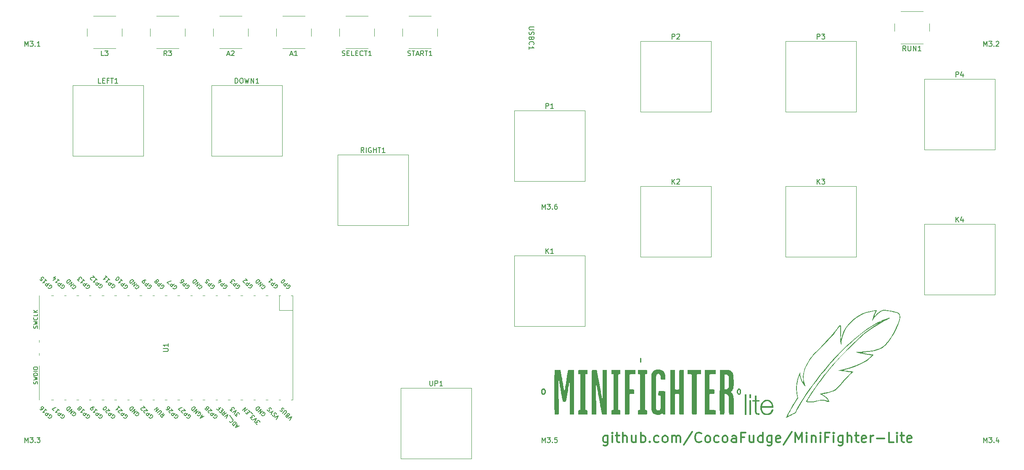
<source format=gbr>
%TF.GenerationSoftware,KiCad,Pcbnew,(6.0.4)*%
%TF.CreationDate,2022-07-03T17:31:01+01:00*%
%TF.ProjectId,MiniFighter Lite,4d696e69-4669-4676-9874-6572204c6974,rev?*%
%TF.SameCoordinates,Original*%
%TF.FileFunction,Legend,Top*%
%TF.FilePolarity,Positive*%
%FSLAX46Y46*%
G04 Gerber Fmt 4.6, Leading zero omitted, Abs format (unit mm)*
G04 Created by KiCad (PCBNEW (6.0.4)) date 2022-07-03 17:31:01*
%MOMM*%
%LPD*%
G01*
G04 APERTURE LIST*
%ADD10C,0.300000*%
%ADD11C,0.150000*%
%ADD12C,0.250000*%
%ADD13C,0.120000*%
G04 APERTURE END LIST*
D10*
X245357142Y-165071428D02*
X245357142Y-166690476D01*
X245261904Y-166880952D01*
X245166666Y-166976190D01*
X244976190Y-167071428D01*
X244690476Y-167071428D01*
X244500000Y-166976190D01*
X245357142Y-166309523D02*
X245166666Y-166404761D01*
X244785714Y-166404761D01*
X244595238Y-166309523D01*
X244500000Y-166214285D01*
X244404761Y-166023809D01*
X244404761Y-165452380D01*
X244500000Y-165261904D01*
X244595238Y-165166666D01*
X244785714Y-165071428D01*
X245166666Y-165071428D01*
X245357142Y-165166666D01*
X246309523Y-166404761D02*
X246309523Y-165071428D01*
X246309523Y-164404761D02*
X246214285Y-164500000D01*
X246309523Y-164595238D01*
X246404761Y-164500000D01*
X246309523Y-164404761D01*
X246309523Y-164595238D01*
X246976190Y-165071428D02*
X247738095Y-165071428D01*
X247261904Y-164404761D02*
X247261904Y-166119047D01*
X247357142Y-166309523D01*
X247547619Y-166404761D01*
X247738095Y-166404761D01*
X248404761Y-166404761D02*
X248404761Y-164404761D01*
X249261904Y-166404761D02*
X249261904Y-165357142D01*
X249166666Y-165166666D01*
X248976190Y-165071428D01*
X248690476Y-165071428D01*
X248500000Y-165166666D01*
X248404761Y-165261904D01*
X251071428Y-165071428D02*
X251071428Y-166404761D01*
X250214285Y-165071428D02*
X250214285Y-166119047D01*
X250309523Y-166309523D01*
X250500000Y-166404761D01*
X250785714Y-166404761D01*
X250976190Y-166309523D01*
X251071428Y-166214285D01*
X252023809Y-166404761D02*
X252023809Y-164404761D01*
X252023809Y-165166666D02*
X252214285Y-165071428D01*
X252595238Y-165071428D01*
X252785714Y-165166666D01*
X252880952Y-165261904D01*
X252976190Y-165452380D01*
X252976190Y-166023809D01*
X252880952Y-166214285D01*
X252785714Y-166309523D01*
X252595238Y-166404761D01*
X252214285Y-166404761D01*
X252023809Y-166309523D01*
X253833333Y-166214285D02*
X253928571Y-166309523D01*
X253833333Y-166404761D01*
X253738095Y-166309523D01*
X253833333Y-166214285D01*
X253833333Y-166404761D01*
X255642857Y-166309523D02*
X255452380Y-166404761D01*
X255071428Y-166404761D01*
X254880952Y-166309523D01*
X254785714Y-166214285D01*
X254690476Y-166023809D01*
X254690476Y-165452380D01*
X254785714Y-165261904D01*
X254880952Y-165166666D01*
X255071428Y-165071428D01*
X255452380Y-165071428D01*
X255642857Y-165166666D01*
X256785714Y-166404761D02*
X256595238Y-166309523D01*
X256500000Y-166214285D01*
X256404761Y-166023809D01*
X256404761Y-165452380D01*
X256500000Y-165261904D01*
X256595238Y-165166666D01*
X256785714Y-165071428D01*
X257071428Y-165071428D01*
X257261904Y-165166666D01*
X257357142Y-165261904D01*
X257452380Y-165452380D01*
X257452380Y-166023809D01*
X257357142Y-166214285D01*
X257261904Y-166309523D01*
X257071428Y-166404761D01*
X256785714Y-166404761D01*
X258309523Y-166404761D02*
X258309523Y-165071428D01*
X258309523Y-165261904D02*
X258404761Y-165166666D01*
X258595238Y-165071428D01*
X258880952Y-165071428D01*
X259071428Y-165166666D01*
X259166666Y-165357142D01*
X259166666Y-166404761D01*
X259166666Y-165357142D02*
X259261904Y-165166666D01*
X259452380Y-165071428D01*
X259738095Y-165071428D01*
X259928571Y-165166666D01*
X260023809Y-165357142D01*
X260023809Y-166404761D01*
X262404761Y-164309523D02*
X260690476Y-166880952D01*
X264214285Y-166214285D02*
X264119047Y-166309523D01*
X263833333Y-166404761D01*
X263642857Y-166404761D01*
X263357142Y-166309523D01*
X263166666Y-166119047D01*
X263071428Y-165928571D01*
X262976190Y-165547619D01*
X262976190Y-165261904D01*
X263071428Y-164880952D01*
X263166666Y-164690476D01*
X263357142Y-164500000D01*
X263642857Y-164404761D01*
X263833333Y-164404761D01*
X264119047Y-164500000D01*
X264214285Y-164595238D01*
X265357142Y-166404761D02*
X265166666Y-166309523D01*
X265071428Y-166214285D01*
X264976190Y-166023809D01*
X264976190Y-165452380D01*
X265071428Y-165261904D01*
X265166666Y-165166666D01*
X265357142Y-165071428D01*
X265642857Y-165071428D01*
X265833333Y-165166666D01*
X265928571Y-165261904D01*
X266023809Y-165452380D01*
X266023809Y-166023809D01*
X265928571Y-166214285D01*
X265833333Y-166309523D01*
X265642857Y-166404761D01*
X265357142Y-166404761D01*
X267738095Y-166309523D02*
X267547619Y-166404761D01*
X267166666Y-166404761D01*
X266976190Y-166309523D01*
X266880952Y-166214285D01*
X266785714Y-166023809D01*
X266785714Y-165452380D01*
X266880952Y-165261904D01*
X266976190Y-165166666D01*
X267166666Y-165071428D01*
X267547619Y-165071428D01*
X267738095Y-165166666D01*
X268880952Y-166404761D02*
X268690476Y-166309523D01*
X268595238Y-166214285D01*
X268500000Y-166023809D01*
X268500000Y-165452380D01*
X268595238Y-165261904D01*
X268690476Y-165166666D01*
X268880952Y-165071428D01*
X269166666Y-165071428D01*
X269357142Y-165166666D01*
X269452380Y-165261904D01*
X269547619Y-165452380D01*
X269547619Y-166023809D01*
X269452380Y-166214285D01*
X269357142Y-166309523D01*
X269166666Y-166404761D01*
X268880952Y-166404761D01*
X271261904Y-166404761D02*
X271261904Y-165357142D01*
X271166666Y-165166666D01*
X270976190Y-165071428D01*
X270595238Y-165071428D01*
X270404761Y-165166666D01*
X271261904Y-166309523D02*
X271071428Y-166404761D01*
X270595238Y-166404761D01*
X270404761Y-166309523D01*
X270309523Y-166119047D01*
X270309523Y-165928571D01*
X270404761Y-165738095D01*
X270595238Y-165642857D01*
X271071428Y-165642857D01*
X271261904Y-165547619D01*
X272880952Y-165357142D02*
X272214285Y-165357142D01*
X272214285Y-166404761D02*
X272214285Y-164404761D01*
X273166666Y-164404761D01*
X274785714Y-165071428D02*
X274785714Y-166404761D01*
X273928571Y-165071428D02*
X273928571Y-166119047D01*
X274023809Y-166309523D01*
X274214285Y-166404761D01*
X274500000Y-166404761D01*
X274690476Y-166309523D01*
X274785714Y-166214285D01*
X276595238Y-166404761D02*
X276595238Y-164404761D01*
X276595238Y-166309523D02*
X276404761Y-166404761D01*
X276023809Y-166404761D01*
X275833333Y-166309523D01*
X275738095Y-166214285D01*
X275642857Y-166023809D01*
X275642857Y-165452380D01*
X275738095Y-165261904D01*
X275833333Y-165166666D01*
X276023809Y-165071428D01*
X276404761Y-165071428D01*
X276595238Y-165166666D01*
X278404761Y-165071428D02*
X278404761Y-166690476D01*
X278309523Y-166880952D01*
X278214285Y-166976190D01*
X278023809Y-167071428D01*
X277738095Y-167071428D01*
X277547619Y-166976190D01*
X278404761Y-166309523D02*
X278214285Y-166404761D01*
X277833333Y-166404761D01*
X277642857Y-166309523D01*
X277547619Y-166214285D01*
X277452380Y-166023809D01*
X277452380Y-165452380D01*
X277547619Y-165261904D01*
X277642857Y-165166666D01*
X277833333Y-165071428D01*
X278214285Y-165071428D01*
X278404761Y-165166666D01*
X280119047Y-166309523D02*
X279928571Y-166404761D01*
X279547619Y-166404761D01*
X279357142Y-166309523D01*
X279261904Y-166119047D01*
X279261904Y-165357142D01*
X279357142Y-165166666D01*
X279547619Y-165071428D01*
X279928571Y-165071428D01*
X280119047Y-165166666D01*
X280214285Y-165357142D01*
X280214285Y-165547619D01*
X279261904Y-165738095D01*
X282500000Y-164309523D02*
X280785714Y-166880952D01*
X283166666Y-166404761D02*
X283166666Y-164404761D01*
X283833333Y-165833333D01*
X284500000Y-164404761D01*
X284500000Y-166404761D01*
X285452380Y-166404761D02*
X285452380Y-165071428D01*
X285452380Y-164404761D02*
X285357142Y-164500000D01*
X285452380Y-164595238D01*
X285547619Y-164500000D01*
X285452380Y-164404761D01*
X285452380Y-164595238D01*
X286404761Y-165071428D02*
X286404761Y-166404761D01*
X286404761Y-165261904D02*
X286500000Y-165166666D01*
X286690476Y-165071428D01*
X286976190Y-165071428D01*
X287166666Y-165166666D01*
X287261904Y-165357142D01*
X287261904Y-166404761D01*
X288214285Y-166404761D02*
X288214285Y-165071428D01*
X288214285Y-164404761D02*
X288119047Y-164500000D01*
X288214285Y-164595238D01*
X288309523Y-164500000D01*
X288214285Y-164404761D01*
X288214285Y-164595238D01*
X289833333Y-165357142D02*
X289166666Y-165357142D01*
X289166666Y-166404761D02*
X289166666Y-164404761D01*
X290119047Y-164404761D01*
X290880952Y-166404761D02*
X290880952Y-165071428D01*
X290880952Y-164404761D02*
X290785714Y-164500000D01*
X290880952Y-164595238D01*
X290976190Y-164500000D01*
X290880952Y-164404761D01*
X290880952Y-164595238D01*
X292690476Y-165071428D02*
X292690476Y-166690476D01*
X292595238Y-166880952D01*
X292500000Y-166976190D01*
X292309523Y-167071428D01*
X292023809Y-167071428D01*
X291833333Y-166976190D01*
X292690476Y-166309523D02*
X292500000Y-166404761D01*
X292119047Y-166404761D01*
X291928571Y-166309523D01*
X291833333Y-166214285D01*
X291738095Y-166023809D01*
X291738095Y-165452380D01*
X291833333Y-165261904D01*
X291928571Y-165166666D01*
X292119047Y-165071428D01*
X292500000Y-165071428D01*
X292690476Y-165166666D01*
X293642857Y-166404761D02*
X293642857Y-164404761D01*
X294500000Y-166404761D02*
X294500000Y-165357142D01*
X294404761Y-165166666D01*
X294214285Y-165071428D01*
X293928571Y-165071428D01*
X293738095Y-165166666D01*
X293642857Y-165261904D01*
X295166666Y-165071428D02*
X295928571Y-165071428D01*
X295452380Y-164404761D02*
X295452380Y-166119047D01*
X295547619Y-166309523D01*
X295738095Y-166404761D01*
X295928571Y-166404761D01*
X297357142Y-166309523D02*
X297166666Y-166404761D01*
X296785714Y-166404761D01*
X296595238Y-166309523D01*
X296500000Y-166119047D01*
X296500000Y-165357142D01*
X296595238Y-165166666D01*
X296785714Y-165071428D01*
X297166666Y-165071428D01*
X297357142Y-165166666D01*
X297452380Y-165357142D01*
X297452380Y-165547619D01*
X296500000Y-165738095D01*
X298309523Y-166404761D02*
X298309523Y-165071428D01*
X298309523Y-165452380D02*
X298404761Y-165261904D01*
X298500000Y-165166666D01*
X298690476Y-165071428D01*
X298880952Y-165071428D01*
X299547619Y-165642857D02*
X301071428Y-165642857D01*
X302976190Y-166404761D02*
X302023809Y-166404761D01*
X302023809Y-164404761D01*
X303642857Y-166404761D02*
X303642857Y-165071428D01*
X303642857Y-164404761D02*
X303547619Y-164500000D01*
X303642857Y-164595238D01*
X303738095Y-164500000D01*
X303642857Y-164404761D01*
X303642857Y-164595238D01*
X304309523Y-165071428D02*
X305071428Y-165071428D01*
X304595238Y-164404761D02*
X304595238Y-166119047D01*
X304690476Y-166309523D01*
X304880952Y-166404761D01*
X305071428Y-166404761D01*
X306500000Y-166309523D02*
X306309523Y-166404761D01*
X305928571Y-166404761D01*
X305738095Y-166309523D01*
X305642857Y-166119047D01*
X305642857Y-165357142D01*
X305738095Y-165166666D01*
X305928571Y-165071428D01*
X306309523Y-165071428D01*
X306500000Y-165166666D01*
X306595238Y-165357142D01*
X306595238Y-165547619D01*
X305642857Y-165738095D01*
D11*
%TO.C,M3.1*%
X128016190Y-86652380D02*
X128016190Y-85652380D01*
X128349523Y-86366666D01*
X128682857Y-85652380D01*
X128682857Y-86652380D01*
X129063809Y-85652380D02*
X129682857Y-85652380D01*
X129349523Y-86033333D01*
X129492380Y-86033333D01*
X129587619Y-86080952D01*
X129635238Y-86128571D01*
X129682857Y-86223809D01*
X129682857Y-86461904D01*
X129635238Y-86557142D01*
X129587619Y-86604761D01*
X129492380Y-86652380D01*
X129206666Y-86652380D01*
X129111428Y-86604761D01*
X129063809Y-86557142D01*
X130111428Y-86557142D02*
X130159047Y-86604761D01*
X130111428Y-86652380D01*
X130063809Y-86604761D01*
X130111428Y-86557142D01*
X130111428Y-86652380D01*
X131111428Y-86652380D02*
X130540000Y-86652380D01*
X130825714Y-86652380D02*
X130825714Y-85652380D01*
X130730476Y-85795238D01*
X130635238Y-85890476D01*
X130540000Y-85938095D01*
%TO.C,M3.4*%
X321056190Y-166432380D02*
X321056190Y-165432380D01*
X321389523Y-166146666D01*
X321722857Y-165432380D01*
X321722857Y-166432380D01*
X322103809Y-165432380D02*
X322722857Y-165432380D01*
X322389523Y-165813333D01*
X322532380Y-165813333D01*
X322627619Y-165860952D01*
X322675238Y-165908571D01*
X322722857Y-166003809D01*
X322722857Y-166241904D01*
X322675238Y-166337142D01*
X322627619Y-166384761D01*
X322532380Y-166432380D01*
X322246666Y-166432380D01*
X322151428Y-166384761D01*
X322103809Y-166337142D01*
X323151428Y-166337142D02*
X323199047Y-166384761D01*
X323151428Y-166432380D01*
X323103809Y-166384761D01*
X323151428Y-166337142D01*
X323151428Y-166432380D01*
X324056190Y-165765714D02*
X324056190Y-166432380D01*
X323818095Y-165384761D02*
X323580000Y-166099047D01*
X324199047Y-166099047D01*
%TO.C,U1*%
X155897380Y-148081904D02*
X156706904Y-148081904D01*
X156802142Y-148034285D01*
X156849761Y-147986666D01*
X156897380Y-147891428D01*
X156897380Y-147700952D01*
X156849761Y-147605714D01*
X156802142Y-147558095D01*
X156706904Y-147510476D01*
X155897380Y-147510476D01*
X156897380Y-146510476D02*
X156897380Y-147081904D01*
X156897380Y-146796190D02*
X155897380Y-146796190D01*
X156040238Y-146891428D01*
X156135476Y-146986666D01*
X156183095Y-147081904D01*
X137543155Y-160833841D02*
X137570093Y-160914653D01*
X137650905Y-160995465D01*
X137758654Y-161049340D01*
X137866404Y-161049340D01*
X137947216Y-161022402D01*
X138081903Y-160941590D01*
X138162715Y-160860778D01*
X138243528Y-160726091D01*
X138270465Y-160645279D01*
X138270465Y-160537529D01*
X138216590Y-160429780D01*
X138162715Y-160375905D01*
X138054966Y-160322030D01*
X138001091Y-160322030D01*
X137812529Y-160510592D01*
X137920279Y-160618341D01*
X137812529Y-160025719D02*
X137246844Y-160591404D01*
X137489280Y-159702470D01*
X136923595Y-160268155D01*
X137219906Y-159433096D02*
X136654221Y-159998781D01*
X136519534Y-159864094D01*
X136465659Y-159756345D01*
X136465659Y-159648595D01*
X136492597Y-159567783D01*
X136573409Y-159433096D01*
X136654221Y-159352284D01*
X136788908Y-159271471D01*
X136869720Y-159244534D01*
X136977470Y-159244534D01*
X137085219Y-159298409D01*
X137219906Y-159433096D01*
X163885964Y-161276402D02*
X163616590Y-161007028D01*
X164101463Y-161168653D02*
X163347216Y-161545776D01*
X163724340Y-160791529D01*
X162700719Y-160845404D02*
X162727656Y-160926216D01*
X162808468Y-161007028D01*
X162916218Y-161060903D01*
X163023967Y-161060903D01*
X163104780Y-161033966D01*
X163239467Y-160953154D01*
X163320279Y-160872341D01*
X163401091Y-160737654D01*
X163428028Y-160656842D01*
X163428028Y-160549093D01*
X163374154Y-160441343D01*
X163320279Y-160387468D01*
X163212529Y-160333593D01*
X163158654Y-160333593D01*
X162970093Y-160522155D01*
X163077842Y-160629905D01*
X162970093Y-160037282D02*
X162404407Y-160602967D01*
X162646844Y-159714033D01*
X162081158Y-160279719D01*
X162377470Y-159444659D02*
X161811784Y-160010345D01*
X161677097Y-159875658D01*
X161623223Y-159767908D01*
X161623223Y-159660158D01*
X161650160Y-159579346D01*
X161730972Y-159444659D01*
X161811784Y-159363847D01*
X161946471Y-159283035D01*
X162027284Y-159256097D01*
X162135033Y-159256097D01*
X162242783Y-159309972D01*
X162377470Y-159444659D01*
X132705592Y-161330277D02*
X132732529Y-161411089D01*
X132813341Y-161491902D01*
X132921091Y-161545776D01*
X133028841Y-161545776D01*
X133109653Y-161518839D01*
X133244340Y-161438027D01*
X133325152Y-161357215D01*
X133405964Y-161222528D01*
X133432902Y-161141715D01*
X133432902Y-161033966D01*
X133379027Y-160926216D01*
X133325152Y-160872341D01*
X133217402Y-160818467D01*
X133163528Y-160818467D01*
X132974966Y-161007028D01*
X133082715Y-161114778D01*
X132974966Y-160522155D02*
X132409280Y-161087841D01*
X132193781Y-160872341D01*
X132166844Y-160791529D01*
X132166844Y-160737654D01*
X132193781Y-160656842D01*
X132274593Y-160576030D01*
X132355406Y-160549093D01*
X132409280Y-160549093D01*
X132490093Y-160576030D01*
X132705592Y-160791529D01*
X132112969Y-159660158D02*
X132436218Y-159983407D01*
X132274593Y-159821783D02*
X131708908Y-160387468D01*
X131843595Y-160360531D01*
X131951345Y-160360531D01*
X132032157Y-160387468D01*
X131062410Y-159740971D02*
X131170160Y-159848720D01*
X131250972Y-159875658D01*
X131304847Y-159875658D01*
X131439534Y-159848720D01*
X131574221Y-159767908D01*
X131789720Y-159552409D01*
X131816658Y-159471597D01*
X131816658Y-159417722D01*
X131789720Y-159336910D01*
X131681971Y-159229160D01*
X131601158Y-159202223D01*
X131547284Y-159202223D01*
X131466471Y-159229160D01*
X131331784Y-159363847D01*
X131304847Y-159444659D01*
X131304847Y-159498534D01*
X131331784Y-159579346D01*
X131439534Y-159687096D01*
X131520346Y-159714033D01*
X131574221Y-159714033D01*
X131655033Y-159687096D01*
X178694966Y-161799526D02*
X179072089Y-161045279D01*
X178317842Y-161422402D01*
X178694966Y-160722030D02*
X178641091Y-160614280D01*
X178506404Y-160479593D01*
X178425592Y-160452656D01*
X178371717Y-160452656D01*
X178290905Y-160479593D01*
X178237030Y-160533468D01*
X178210093Y-160614280D01*
X178210093Y-160668155D01*
X178237030Y-160748967D01*
X178317842Y-160883654D01*
X178344780Y-160964467D01*
X178344780Y-161018341D01*
X178317842Y-161099154D01*
X178263967Y-161153028D01*
X178183155Y-161179966D01*
X178129280Y-161179966D01*
X178048468Y-161153028D01*
X177913781Y-161018341D01*
X177859906Y-160910592D01*
X177779094Y-160291032D02*
X178048468Y-160021658D01*
X177671345Y-160775905D02*
X177779094Y-160291032D01*
X177294221Y-160398781D01*
X177671345Y-159698409D02*
X177617470Y-159590659D01*
X177482783Y-159455972D01*
X177401971Y-159429035D01*
X177348096Y-159429035D01*
X177267284Y-159455972D01*
X177213409Y-159509847D01*
X177186471Y-159590659D01*
X177186471Y-159644534D01*
X177213409Y-159725346D01*
X177294221Y-159860033D01*
X177321158Y-159940845D01*
X177321158Y-159994720D01*
X177294221Y-160075532D01*
X177240346Y-160129407D01*
X177159534Y-160156345D01*
X177105659Y-160156345D01*
X177024847Y-160129407D01*
X176890160Y-159994720D01*
X176836285Y-159886971D01*
X130568809Y-154615238D02*
X130606904Y-154500952D01*
X130606904Y-154310476D01*
X130568809Y-154234285D01*
X130530714Y-154196190D01*
X130454523Y-154158095D01*
X130378333Y-154158095D01*
X130302142Y-154196190D01*
X130264047Y-154234285D01*
X130225952Y-154310476D01*
X130187857Y-154462857D01*
X130149761Y-154539047D01*
X130111666Y-154577142D01*
X130035476Y-154615238D01*
X129959285Y-154615238D01*
X129883095Y-154577142D01*
X129845000Y-154539047D01*
X129806904Y-154462857D01*
X129806904Y-154272380D01*
X129845000Y-154158095D01*
X129806904Y-153891428D02*
X130606904Y-153700952D01*
X130035476Y-153548571D01*
X130606904Y-153396190D01*
X129806904Y-153205714D01*
X130606904Y-152900952D02*
X129806904Y-152900952D01*
X129806904Y-152710476D01*
X129845000Y-152596190D01*
X129921190Y-152520000D01*
X129997380Y-152481904D01*
X130149761Y-152443809D01*
X130264047Y-152443809D01*
X130416428Y-152481904D01*
X130492619Y-152520000D01*
X130568809Y-152596190D01*
X130606904Y-152710476D01*
X130606904Y-152900952D01*
X130606904Y-152100952D02*
X129806904Y-152100952D01*
X129806904Y-151567619D02*
X129806904Y-151415238D01*
X129845000Y-151339047D01*
X129921190Y-151262857D01*
X130073571Y-151224761D01*
X130340238Y-151224761D01*
X130492619Y-151262857D01*
X130568809Y-151339047D01*
X130606904Y-151415238D01*
X130606904Y-151567619D01*
X130568809Y-151643809D01*
X130492619Y-151720000D01*
X130340238Y-151758095D01*
X130073571Y-151758095D01*
X129921190Y-151720000D01*
X129845000Y-151643809D01*
X129806904Y-151567619D01*
X180696218Y-135206903D02*
X180723155Y-135287715D01*
X180803967Y-135368528D01*
X180911717Y-135422402D01*
X181019467Y-135422402D01*
X181100279Y-135395465D01*
X181234966Y-135314653D01*
X181315778Y-135233841D01*
X181396590Y-135099154D01*
X181423528Y-135018341D01*
X181423528Y-134910592D01*
X181369653Y-134802842D01*
X181315778Y-134748967D01*
X181208028Y-134695093D01*
X181154154Y-134695093D01*
X180965592Y-134883654D01*
X181073341Y-134991404D01*
X180965592Y-134398781D02*
X180399906Y-134964467D01*
X180184407Y-134748967D01*
X180157470Y-134668155D01*
X180157470Y-134614280D01*
X180184407Y-134533468D01*
X180265219Y-134452656D01*
X180346032Y-134425719D01*
X180399906Y-134425719D01*
X180480719Y-134452656D01*
X180696218Y-134668155D01*
X179726471Y-134291032D02*
X179672597Y-134237157D01*
X179645659Y-134156345D01*
X179645659Y-134102470D01*
X179672597Y-134021658D01*
X179753409Y-133886971D01*
X179888096Y-133752284D01*
X180022783Y-133671471D01*
X180103595Y-133644534D01*
X180157470Y-133644534D01*
X180238282Y-133671471D01*
X180292157Y-133725346D01*
X180319094Y-133806158D01*
X180319094Y-133860033D01*
X180292157Y-133940845D01*
X180211345Y-134075532D01*
X180076658Y-134210219D01*
X179941971Y-134291032D01*
X179861158Y-134317969D01*
X179807284Y-134317969D01*
X179726471Y-134291032D01*
X145405592Y-161330277D02*
X145432529Y-161411089D01*
X145513341Y-161491902D01*
X145621091Y-161545776D01*
X145728841Y-161545776D01*
X145809653Y-161518839D01*
X145944340Y-161438027D01*
X146025152Y-161357215D01*
X146105964Y-161222528D01*
X146132902Y-161141715D01*
X146132902Y-161033966D01*
X146079027Y-160926216D01*
X146025152Y-160872341D01*
X145917402Y-160818467D01*
X145863528Y-160818467D01*
X145674966Y-161007028D01*
X145782715Y-161114778D01*
X145674966Y-160522155D02*
X145109280Y-161087841D01*
X144893781Y-160872341D01*
X144866844Y-160791529D01*
X144866844Y-160737654D01*
X144893781Y-160656842D01*
X144974593Y-160576030D01*
X145055406Y-160549093D01*
X145109280Y-160549093D01*
X145190093Y-160576030D01*
X145405592Y-160791529D01*
X144624407Y-160495218D02*
X144570532Y-160495218D01*
X144489720Y-160468280D01*
X144355033Y-160333593D01*
X144328096Y-160252781D01*
X144328096Y-160198906D01*
X144355033Y-160118094D01*
X144408908Y-160064219D01*
X144516658Y-160010345D01*
X145163155Y-160010345D01*
X144812969Y-159660158D01*
X143897097Y-159875658D02*
X143843223Y-159821783D01*
X143816285Y-159740971D01*
X143816285Y-159687096D01*
X143843223Y-159606284D01*
X143924035Y-159471597D01*
X144058722Y-159336910D01*
X144193409Y-159256097D01*
X144274221Y-159229160D01*
X144328096Y-159229160D01*
X144408908Y-159256097D01*
X144462783Y-159309972D01*
X144489720Y-159390784D01*
X144489720Y-159444659D01*
X144462783Y-159525471D01*
X144381971Y-159660158D01*
X144247284Y-159794845D01*
X144112597Y-159875658D01*
X144031784Y-159902595D01*
X143977910Y-159902595D01*
X143897097Y-159875658D01*
X175643155Y-160833841D02*
X175670093Y-160914653D01*
X175750905Y-160995465D01*
X175858654Y-161049340D01*
X175966404Y-161049340D01*
X176047216Y-161022402D01*
X176181903Y-160941590D01*
X176262715Y-160860778D01*
X176343528Y-160726091D01*
X176370465Y-160645279D01*
X176370465Y-160537529D01*
X176316590Y-160429780D01*
X176262715Y-160375905D01*
X176154966Y-160322030D01*
X176101091Y-160322030D01*
X175912529Y-160510592D01*
X176020279Y-160618341D01*
X175912529Y-160025719D02*
X175346844Y-160591404D01*
X175589280Y-159702470D01*
X175023595Y-160268155D01*
X175319906Y-159433096D02*
X174754221Y-159998781D01*
X174619534Y-159864094D01*
X174565659Y-159756345D01*
X174565659Y-159648595D01*
X174592597Y-159567783D01*
X174673409Y-159433096D01*
X174754221Y-159352284D01*
X174888908Y-159271471D01*
X174969720Y-159244534D01*
X175077470Y-159244534D01*
X175185219Y-159298409D01*
X175319906Y-159433096D01*
X165456218Y-135206903D02*
X165483155Y-135287715D01*
X165563967Y-135368528D01*
X165671717Y-135422402D01*
X165779467Y-135422402D01*
X165860279Y-135395465D01*
X165994966Y-135314653D01*
X166075778Y-135233841D01*
X166156590Y-135099154D01*
X166183528Y-135018341D01*
X166183528Y-134910592D01*
X166129653Y-134802842D01*
X166075778Y-134748967D01*
X165968028Y-134695093D01*
X165914154Y-134695093D01*
X165725592Y-134883654D01*
X165833341Y-134991404D01*
X165725592Y-134398781D02*
X165159906Y-134964467D01*
X164944407Y-134748967D01*
X164917470Y-134668155D01*
X164917470Y-134614280D01*
X164944407Y-134533468D01*
X165025219Y-134452656D01*
X165106032Y-134425719D01*
X165159906Y-134425719D01*
X165240719Y-134452656D01*
X165456218Y-134668155D01*
X164324847Y-134129407D02*
X164594221Y-134398781D01*
X164890532Y-134156345D01*
X164836658Y-134156345D01*
X164755845Y-134129407D01*
X164621158Y-133994720D01*
X164594221Y-133913908D01*
X164594221Y-133860033D01*
X164621158Y-133779221D01*
X164755845Y-133644534D01*
X164836658Y-133617597D01*
X164890532Y-133617597D01*
X164971345Y-133644534D01*
X165106032Y-133779221D01*
X165132969Y-133860033D01*
X165132969Y-133913908D01*
X160635592Y-161330277D02*
X160662529Y-161411089D01*
X160743341Y-161491902D01*
X160851091Y-161545776D01*
X160958841Y-161545776D01*
X161039653Y-161518839D01*
X161174340Y-161438027D01*
X161255152Y-161357215D01*
X161335964Y-161222528D01*
X161362902Y-161141715D01*
X161362902Y-161033966D01*
X161309027Y-160926216D01*
X161255152Y-160872341D01*
X161147402Y-160818467D01*
X161093528Y-160818467D01*
X160904966Y-161007028D01*
X161012715Y-161114778D01*
X160904966Y-160522155D02*
X160339280Y-161087841D01*
X160123781Y-160872341D01*
X160096844Y-160791529D01*
X160096844Y-160737654D01*
X160123781Y-160656842D01*
X160204593Y-160576030D01*
X160285406Y-160549093D01*
X160339280Y-160549093D01*
X160420093Y-160576030D01*
X160635592Y-160791529D01*
X159854407Y-160495218D02*
X159800532Y-160495218D01*
X159719720Y-160468280D01*
X159585033Y-160333593D01*
X159558096Y-160252781D01*
X159558096Y-160198906D01*
X159585033Y-160118094D01*
X159638908Y-160064219D01*
X159746658Y-160010345D01*
X160393155Y-160010345D01*
X160042969Y-159660158D01*
X159288722Y-160037282D02*
X158911598Y-159660158D01*
X159719720Y-159336910D01*
X145405592Y-135076277D02*
X145432529Y-135157089D01*
X145513341Y-135237902D01*
X145621091Y-135291776D01*
X145728841Y-135291776D01*
X145809653Y-135264839D01*
X145944340Y-135184027D01*
X146025152Y-135103215D01*
X146105964Y-134968528D01*
X146132902Y-134887715D01*
X146132902Y-134779966D01*
X146079027Y-134672216D01*
X146025152Y-134618341D01*
X145917402Y-134564467D01*
X145863528Y-134564467D01*
X145674966Y-134753028D01*
X145782715Y-134860778D01*
X145674966Y-134268155D02*
X145109280Y-134833841D01*
X144893781Y-134618341D01*
X144866844Y-134537529D01*
X144866844Y-134483654D01*
X144893781Y-134402842D01*
X144974593Y-134322030D01*
X145055406Y-134295093D01*
X145109280Y-134295093D01*
X145190093Y-134322030D01*
X145405592Y-134537529D01*
X144812969Y-133406158D02*
X145136218Y-133729407D01*
X144974593Y-133567783D02*
X144408908Y-134133468D01*
X144543595Y-134106531D01*
X144651345Y-134106531D01*
X144732157Y-134133468D01*
X144274221Y-132867410D02*
X144597470Y-133190659D01*
X144435845Y-133029035D02*
X143870160Y-133594720D01*
X144004847Y-133567783D01*
X144112597Y-133567783D01*
X144193409Y-133594720D01*
X132705592Y-135222277D02*
X132732529Y-135303089D01*
X132813341Y-135383902D01*
X132921091Y-135437776D01*
X133028841Y-135437776D01*
X133109653Y-135410839D01*
X133244340Y-135330027D01*
X133325152Y-135249215D01*
X133405964Y-135114528D01*
X133432902Y-135033715D01*
X133432902Y-134925966D01*
X133379027Y-134818216D01*
X133325152Y-134764341D01*
X133217402Y-134710467D01*
X133163528Y-134710467D01*
X132974966Y-134899028D01*
X133082715Y-135006778D01*
X132974966Y-134414155D02*
X132409280Y-134979841D01*
X132193781Y-134764341D01*
X132166844Y-134683529D01*
X132166844Y-134629654D01*
X132193781Y-134548842D01*
X132274593Y-134468030D01*
X132355406Y-134441093D01*
X132409280Y-134441093D01*
X132490093Y-134468030D01*
X132705592Y-134683529D01*
X132112969Y-133552158D02*
X132436218Y-133875407D01*
X132274593Y-133713783D02*
X131708908Y-134279468D01*
X131843595Y-134252531D01*
X131951345Y-134252531D01*
X132032157Y-134279468D01*
X131035473Y-133606033D02*
X131304847Y-133875407D01*
X131601158Y-133632971D01*
X131547284Y-133632971D01*
X131466471Y-133606033D01*
X131331784Y-133471346D01*
X131304847Y-133390534D01*
X131304847Y-133336659D01*
X131331784Y-133255847D01*
X131466471Y-133121160D01*
X131547284Y-133094223D01*
X131601158Y-133094223D01*
X131681971Y-133121160D01*
X131816658Y-133255847D01*
X131843595Y-133336659D01*
X131843595Y-133390534D01*
X174803308Y-162797868D02*
X174453122Y-162447682D01*
X174857183Y-162420744D01*
X174776370Y-162339932D01*
X174749433Y-162259120D01*
X174749433Y-162205245D01*
X174776370Y-162124433D01*
X174911057Y-161989746D01*
X174991870Y-161962809D01*
X175045744Y-161962809D01*
X175126557Y-161989746D01*
X175288181Y-162151370D01*
X175315118Y-162232183D01*
X175315118Y-162286057D01*
X174291497Y-162286057D02*
X174668621Y-161531810D01*
X173914374Y-161908934D01*
X173779687Y-161774247D02*
X173429500Y-161424061D01*
X173833561Y-161397123D01*
X173752749Y-161316311D01*
X173725812Y-161235499D01*
X173725812Y-161181624D01*
X173752749Y-161100812D01*
X173887436Y-160966125D01*
X173968248Y-160939187D01*
X174022123Y-160939187D01*
X174102935Y-160966125D01*
X174264560Y-161127749D01*
X174291497Y-161208561D01*
X174291497Y-161262436D01*
X173941311Y-160696751D02*
X173510312Y-160265752D01*
X173025439Y-160481251D02*
X172836877Y-160292690D01*
X173052377Y-159915566D02*
X173321751Y-160184940D01*
X172756065Y-160750625D01*
X172486691Y-160481251D01*
X172809940Y-159673129D02*
X172244255Y-160238815D01*
X172486691Y-159349881D01*
X171921006Y-159915566D01*
X147935592Y-161330277D02*
X147962529Y-161411089D01*
X148043341Y-161491902D01*
X148151091Y-161545776D01*
X148258841Y-161545776D01*
X148339653Y-161518839D01*
X148474340Y-161438027D01*
X148555152Y-161357215D01*
X148635964Y-161222528D01*
X148662902Y-161141715D01*
X148662902Y-161033966D01*
X148609027Y-160926216D01*
X148555152Y-160872341D01*
X148447402Y-160818467D01*
X148393528Y-160818467D01*
X148204966Y-161007028D01*
X148312715Y-161114778D01*
X148204966Y-160522155D02*
X147639280Y-161087841D01*
X147423781Y-160872341D01*
X147396844Y-160791529D01*
X147396844Y-160737654D01*
X147423781Y-160656842D01*
X147504593Y-160576030D01*
X147585406Y-160549093D01*
X147639280Y-160549093D01*
X147720093Y-160576030D01*
X147935592Y-160791529D01*
X147154407Y-160495218D02*
X147100532Y-160495218D01*
X147019720Y-160468280D01*
X146885033Y-160333593D01*
X146858096Y-160252781D01*
X146858096Y-160198906D01*
X146885033Y-160118094D01*
X146938908Y-160064219D01*
X147046658Y-160010345D01*
X147693155Y-160010345D01*
X147342969Y-159660158D01*
X146804221Y-159121410D02*
X147127470Y-159444659D01*
X146965845Y-159283035D02*
X146400160Y-159848720D01*
X146534847Y-159821783D01*
X146642597Y-159821783D01*
X146723409Y-159848720D01*
X165979592Y-161330277D02*
X166006529Y-161411089D01*
X166087341Y-161491902D01*
X166195091Y-161545776D01*
X166302841Y-161545776D01*
X166383653Y-161518839D01*
X166518340Y-161438027D01*
X166599152Y-161357215D01*
X166679964Y-161222528D01*
X166706902Y-161141715D01*
X166706902Y-161033966D01*
X166653027Y-160926216D01*
X166599152Y-160872341D01*
X166491402Y-160818467D01*
X166437528Y-160818467D01*
X166248966Y-161007028D01*
X166356715Y-161114778D01*
X166248966Y-160522155D02*
X165683280Y-161087841D01*
X165467781Y-160872341D01*
X165440844Y-160791529D01*
X165440844Y-160737654D01*
X165467781Y-160656842D01*
X165548593Y-160576030D01*
X165629406Y-160549093D01*
X165683280Y-160549093D01*
X165764093Y-160576030D01*
X165979592Y-160791529D01*
X165198407Y-160495218D02*
X165144532Y-160495218D01*
X165063720Y-160468280D01*
X164929033Y-160333593D01*
X164902096Y-160252781D01*
X164902096Y-160198906D01*
X164929033Y-160118094D01*
X164982908Y-160064219D01*
X165090658Y-160010345D01*
X165737155Y-160010345D01*
X165386969Y-159660158D01*
X164740471Y-159660158D02*
X164767409Y-159740971D01*
X164767409Y-159794845D01*
X164740471Y-159875658D01*
X164713534Y-159902595D01*
X164632722Y-159929532D01*
X164578847Y-159929532D01*
X164498035Y-159902595D01*
X164390285Y-159794845D01*
X164363348Y-159714033D01*
X164363348Y-159660158D01*
X164390285Y-159579346D01*
X164417223Y-159552409D01*
X164498035Y-159525471D01*
X164551910Y-159525471D01*
X164632722Y-159552409D01*
X164740471Y-159660158D01*
X164821284Y-159687096D01*
X164875158Y-159687096D01*
X164955971Y-159660158D01*
X165063720Y-159552409D01*
X165090658Y-159471597D01*
X165090658Y-159417722D01*
X165063720Y-159336910D01*
X164955971Y-159229160D01*
X164875158Y-159202223D01*
X164821284Y-159202223D01*
X164740471Y-159229160D01*
X164632722Y-159336910D01*
X164605784Y-159417722D01*
X164605784Y-159471597D01*
X164632722Y-159552409D01*
X173076218Y-135106903D02*
X173103155Y-135187715D01*
X173183967Y-135268528D01*
X173291717Y-135322402D01*
X173399467Y-135322402D01*
X173480279Y-135295465D01*
X173614966Y-135214653D01*
X173695778Y-135133841D01*
X173776590Y-134999154D01*
X173803528Y-134918341D01*
X173803528Y-134810592D01*
X173749653Y-134702842D01*
X173695778Y-134648967D01*
X173588028Y-134595093D01*
X173534154Y-134595093D01*
X173345592Y-134783654D01*
X173453341Y-134891404D01*
X173345592Y-134298781D02*
X172779906Y-134864467D01*
X172564407Y-134648967D01*
X172537470Y-134568155D01*
X172537470Y-134514280D01*
X172564407Y-134433468D01*
X172645219Y-134352656D01*
X172726032Y-134325719D01*
X172779906Y-134325719D01*
X172860719Y-134352656D01*
X173076218Y-134568155D01*
X172295033Y-134271844D02*
X172241158Y-134271844D01*
X172160346Y-134244906D01*
X172025659Y-134110219D01*
X171998722Y-134029407D01*
X171998722Y-133975532D01*
X172025659Y-133894720D01*
X172079534Y-133840845D01*
X172187284Y-133786971D01*
X172833781Y-133786971D01*
X172483595Y-133436784D01*
X142865592Y-161330277D02*
X142892529Y-161411089D01*
X142973341Y-161491902D01*
X143081091Y-161545776D01*
X143188841Y-161545776D01*
X143269653Y-161518839D01*
X143404340Y-161438027D01*
X143485152Y-161357215D01*
X143565964Y-161222528D01*
X143592902Y-161141715D01*
X143592902Y-161033966D01*
X143539027Y-160926216D01*
X143485152Y-160872341D01*
X143377402Y-160818467D01*
X143323528Y-160818467D01*
X143134966Y-161007028D01*
X143242715Y-161114778D01*
X143134966Y-160522155D02*
X142569280Y-161087841D01*
X142353781Y-160872341D01*
X142326844Y-160791529D01*
X142326844Y-160737654D01*
X142353781Y-160656842D01*
X142434593Y-160576030D01*
X142515406Y-160549093D01*
X142569280Y-160549093D01*
X142650093Y-160576030D01*
X142865592Y-160791529D01*
X142272969Y-159660158D02*
X142596218Y-159983407D01*
X142434593Y-159821783D02*
X141868908Y-160387468D01*
X142003595Y-160360531D01*
X142111345Y-160360531D01*
X142192157Y-160387468D01*
X142003595Y-159390784D02*
X141895845Y-159283035D01*
X141815033Y-159256097D01*
X141761158Y-159256097D01*
X141626471Y-159283035D01*
X141491784Y-159363847D01*
X141276285Y-159579346D01*
X141249348Y-159660158D01*
X141249348Y-159714033D01*
X141276285Y-159794845D01*
X141384035Y-159902595D01*
X141464847Y-159929532D01*
X141518722Y-159929532D01*
X141599534Y-159902595D01*
X141734221Y-159767908D01*
X141761158Y-159687096D01*
X141761158Y-159633221D01*
X141734221Y-159552409D01*
X141626471Y-159444659D01*
X141545659Y-159417722D01*
X141491784Y-159417722D01*
X141410972Y-159444659D01*
X140325592Y-135222277D02*
X140352529Y-135303089D01*
X140433341Y-135383902D01*
X140541091Y-135437776D01*
X140648841Y-135437776D01*
X140729653Y-135410839D01*
X140864340Y-135330027D01*
X140945152Y-135249215D01*
X141025964Y-135114528D01*
X141052902Y-135033715D01*
X141052902Y-134925966D01*
X140999027Y-134818216D01*
X140945152Y-134764341D01*
X140837402Y-134710467D01*
X140783528Y-134710467D01*
X140594966Y-134899028D01*
X140702715Y-135006778D01*
X140594966Y-134414155D02*
X140029280Y-134979841D01*
X139813781Y-134764341D01*
X139786844Y-134683529D01*
X139786844Y-134629654D01*
X139813781Y-134548842D01*
X139894593Y-134468030D01*
X139975406Y-134441093D01*
X140029280Y-134441093D01*
X140110093Y-134468030D01*
X140325592Y-134683529D01*
X139732969Y-133552158D02*
X140056218Y-133875407D01*
X139894593Y-133713783D02*
X139328908Y-134279468D01*
X139463595Y-134252531D01*
X139571345Y-134252531D01*
X139652157Y-134279468D01*
X138978722Y-133929282D02*
X138628536Y-133579096D01*
X139032597Y-133552158D01*
X138951784Y-133471346D01*
X138924847Y-133390534D01*
X138924847Y-133336659D01*
X138951784Y-133255847D01*
X139086471Y-133121160D01*
X139167284Y-133094223D01*
X139221158Y-133094223D01*
X139301971Y-133121160D01*
X139463595Y-133282784D01*
X139490532Y-133363597D01*
X139490532Y-133417471D01*
X135245592Y-161330277D02*
X135272529Y-161411089D01*
X135353341Y-161491902D01*
X135461091Y-161545776D01*
X135568841Y-161545776D01*
X135649653Y-161518839D01*
X135784340Y-161438027D01*
X135865152Y-161357215D01*
X135945964Y-161222528D01*
X135972902Y-161141715D01*
X135972902Y-161033966D01*
X135919027Y-160926216D01*
X135865152Y-160872341D01*
X135757402Y-160818467D01*
X135703528Y-160818467D01*
X135514966Y-161007028D01*
X135622715Y-161114778D01*
X135514966Y-160522155D02*
X134949280Y-161087841D01*
X134733781Y-160872341D01*
X134706844Y-160791529D01*
X134706844Y-160737654D01*
X134733781Y-160656842D01*
X134814593Y-160576030D01*
X134895406Y-160549093D01*
X134949280Y-160549093D01*
X135030093Y-160576030D01*
X135245592Y-160791529D01*
X134652969Y-159660158D02*
X134976218Y-159983407D01*
X134814593Y-159821783D02*
X134248908Y-160387468D01*
X134383595Y-160360531D01*
X134491345Y-160360531D01*
X134572157Y-160387468D01*
X133898722Y-160037282D02*
X133521598Y-159660158D01*
X134329720Y-159336910D01*
X178166218Y-135106903D02*
X178193155Y-135187715D01*
X178273967Y-135268528D01*
X178381717Y-135322402D01*
X178489467Y-135322402D01*
X178570279Y-135295465D01*
X178704966Y-135214653D01*
X178785778Y-135133841D01*
X178866590Y-134999154D01*
X178893528Y-134918341D01*
X178893528Y-134810592D01*
X178839653Y-134702842D01*
X178785778Y-134648967D01*
X178678028Y-134595093D01*
X178624154Y-134595093D01*
X178435592Y-134783654D01*
X178543341Y-134891404D01*
X178435592Y-134298781D02*
X177869906Y-134864467D01*
X177654407Y-134648967D01*
X177627470Y-134568155D01*
X177627470Y-134514280D01*
X177654407Y-134433468D01*
X177735219Y-134352656D01*
X177816032Y-134325719D01*
X177869906Y-134325719D01*
X177950719Y-134352656D01*
X178166218Y-134568155D01*
X177573595Y-133436784D02*
X177896844Y-133760033D01*
X177735219Y-133598409D02*
X177169534Y-134164094D01*
X177304221Y-134137157D01*
X177411971Y-134137157D01*
X177492783Y-134164094D01*
X170735592Y-161230152D02*
X170385406Y-160879966D01*
X170789467Y-160853028D01*
X170708654Y-160772216D01*
X170681717Y-160691404D01*
X170681717Y-160637529D01*
X170708654Y-160556717D01*
X170843341Y-160422030D01*
X170924154Y-160395093D01*
X170978028Y-160395093D01*
X171058841Y-160422030D01*
X171220465Y-160583654D01*
X171247402Y-160664467D01*
X171247402Y-160718341D01*
X170223781Y-160718341D02*
X170600905Y-159964094D01*
X169846658Y-160341218D01*
X169711971Y-160206531D02*
X169361784Y-159856345D01*
X169765845Y-159829407D01*
X169685033Y-159748595D01*
X169658096Y-159667783D01*
X169658096Y-159613908D01*
X169685033Y-159533096D01*
X169819720Y-159398409D01*
X169900532Y-159371471D01*
X169954407Y-159371471D01*
X170035219Y-159398409D01*
X170196844Y-159560033D01*
X170223781Y-159640845D01*
X170223781Y-159694720D01*
X181372309Y-161966870D02*
X181749433Y-161212622D01*
X180995186Y-161589746D01*
X180887436Y-160943248D02*
X180833561Y-160835499D01*
X180833561Y-160781624D01*
X180860499Y-160700812D01*
X180941311Y-160619999D01*
X181022123Y-160593062D01*
X181075998Y-160593062D01*
X181156810Y-160619999D01*
X181372309Y-160835499D01*
X180806624Y-161401184D01*
X180618062Y-161212622D01*
X180591125Y-161131810D01*
X180591125Y-161077935D01*
X180618062Y-160997123D01*
X180671937Y-160943248D01*
X180752749Y-160916311D01*
X180806624Y-160916311D01*
X180887436Y-160943248D01*
X181075998Y-161131810D01*
X180240938Y-160835499D02*
X180698874Y-160377563D01*
X180725812Y-160296751D01*
X180725812Y-160242876D01*
X180698874Y-160162064D01*
X180591125Y-160054314D01*
X180510312Y-160027377D01*
X180456438Y-160027377D01*
X180375625Y-160054314D01*
X179917690Y-160512250D01*
X180214001Y-159731065D02*
X180160126Y-159623316D01*
X180025439Y-159488629D01*
X179944627Y-159461691D01*
X179890752Y-159461691D01*
X179809940Y-159488629D01*
X179756065Y-159542503D01*
X179729128Y-159623316D01*
X179729128Y-159677190D01*
X179756065Y-159758003D01*
X179836877Y-159892690D01*
X179863815Y-159973502D01*
X179863815Y-160027377D01*
X179836877Y-160108189D01*
X179783003Y-160162064D01*
X179702190Y-160189001D01*
X179648316Y-160189001D01*
X179567503Y-160162064D01*
X179432816Y-160027377D01*
X179378942Y-159919627D01*
X150243155Y-135233841D02*
X150270093Y-135314653D01*
X150350905Y-135395465D01*
X150458654Y-135449340D01*
X150566404Y-135449340D01*
X150647216Y-135422402D01*
X150781903Y-135341590D01*
X150862715Y-135260778D01*
X150943528Y-135126091D01*
X150970465Y-135045279D01*
X150970465Y-134937529D01*
X150916590Y-134829780D01*
X150862715Y-134775905D01*
X150754966Y-134722030D01*
X150701091Y-134722030D01*
X150512529Y-134910592D01*
X150620279Y-135018341D01*
X150512529Y-134425719D02*
X149946844Y-134991404D01*
X150189280Y-134102470D01*
X149623595Y-134668155D01*
X149919906Y-133833096D02*
X149354221Y-134398781D01*
X149219534Y-134264094D01*
X149165659Y-134156345D01*
X149165659Y-134048595D01*
X149192597Y-133967783D01*
X149273409Y-133833096D01*
X149354221Y-133752284D01*
X149488908Y-133671471D01*
X149569720Y-133644534D01*
X149677470Y-133644534D01*
X149785219Y-133698409D01*
X149919906Y-133833096D01*
X170536218Y-135206903D02*
X170563155Y-135287715D01*
X170643967Y-135368528D01*
X170751717Y-135422402D01*
X170859467Y-135422402D01*
X170940279Y-135395465D01*
X171074966Y-135314653D01*
X171155778Y-135233841D01*
X171236590Y-135099154D01*
X171263528Y-135018341D01*
X171263528Y-134910592D01*
X171209653Y-134802842D01*
X171155778Y-134748967D01*
X171048028Y-134695093D01*
X170994154Y-134695093D01*
X170805592Y-134883654D01*
X170913341Y-134991404D01*
X170805592Y-134398781D02*
X170239906Y-134964467D01*
X170024407Y-134748967D01*
X169997470Y-134668155D01*
X169997470Y-134614280D01*
X170024407Y-134533468D01*
X170105219Y-134452656D01*
X170186032Y-134425719D01*
X170239906Y-134425719D01*
X170320719Y-134452656D01*
X170536218Y-134668155D01*
X169728096Y-134452656D02*
X169377910Y-134102470D01*
X169781971Y-134075532D01*
X169701158Y-133994720D01*
X169674221Y-133913908D01*
X169674221Y-133860033D01*
X169701158Y-133779221D01*
X169835845Y-133644534D01*
X169916658Y-133617597D01*
X169970532Y-133617597D01*
X170051345Y-133644534D01*
X170212969Y-133806158D01*
X170239906Y-133886971D01*
X170239906Y-133940845D01*
X152756218Y-135206903D02*
X152783155Y-135287715D01*
X152863967Y-135368528D01*
X152971717Y-135422402D01*
X153079467Y-135422402D01*
X153160279Y-135395465D01*
X153294966Y-135314653D01*
X153375778Y-135233841D01*
X153456590Y-135099154D01*
X153483528Y-135018341D01*
X153483528Y-134910592D01*
X153429653Y-134802842D01*
X153375778Y-134748967D01*
X153268028Y-134695093D01*
X153214154Y-134695093D01*
X153025592Y-134883654D01*
X153133341Y-134991404D01*
X153025592Y-134398781D02*
X152459906Y-134964467D01*
X152244407Y-134748967D01*
X152217470Y-134668155D01*
X152217470Y-134614280D01*
X152244407Y-134533468D01*
X152325219Y-134452656D01*
X152406032Y-134425719D01*
X152459906Y-134425719D01*
X152540719Y-134452656D01*
X152756218Y-134668155D01*
X152432969Y-133806158D02*
X152325219Y-133698409D01*
X152244407Y-133671471D01*
X152190532Y-133671471D01*
X152055845Y-133698409D01*
X151921158Y-133779221D01*
X151705659Y-133994720D01*
X151678722Y-134075532D01*
X151678722Y-134129407D01*
X151705659Y-134210219D01*
X151813409Y-134317969D01*
X151894221Y-134344906D01*
X151948096Y-134344906D01*
X152028908Y-134317969D01*
X152163595Y-134183282D01*
X152190532Y-134102470D01*
X152190532Y-134048595D01*
X152163595Y-133967783D01*
X152055845Y-133860033D01*
X151975033Y-133833096D01*
X151921158Y-133833096D01*
X151840346Y-133860033D01*
X157866218Y-135306903D02*
X157893155Y-135387715D01*
X157973967Y-135468528D01*
X158081717Y-135522402D01*
X158189467Y-135522402D01*
X158270279Y-135495465D01*
X158404966Y-135414653D01*
X158485778Y-135333841D01*
X158566590Y-135199154D01*
X158593528Y-135118341D01*
X158593528Y-135010592D01*
X158539653Y-134902842D01*
X158485778Y-134848967D01*
X158378028Y-134795093D01*
X158324154Y-134795093D01*
X158135592Y-134983654D01*
X158243341Y-135091404D01*
X158135592Y-134498781D02*
X157569906Y-135064467D01*
X157354407Y-134848967D01*
X157327470Y-134768155D01*
X157327470Y-134714280D01*
X157354407Y-134633468D01*
X157435219Y-134552656D01*
X157516032Y-134525719D01*
X157569906Y-134525719D01*
X157650719Y-134552656D01*
X157866218Y-134768155D01*
X157058096Y-134552656D02*
X156680972Y-134175532D01*
X157489094Y-133852284D01*
X160376218Y-135206903D02*
X160403155Y-135287715D01*
X160483967Y-135368528D01*
X160591717Y-135422402D01*
X160699467Y-135422402D01*
X160780279Y-135395465D01*
X160914966Y-135314653D01*
X160995778Y-135233841D01*
X161076590Y-135099154D01*
X161103528Y-135018341D01*
X161103528Y-134910592D01*
X161049653Y-134802842D01*
X160995778Y-134748967D01*
X160888028Y-134695093D01*
X160834154Y-134695093D01*
X160645592Y-134883654D01*
X160753341Y-134991404D01*
X160645592Y-134398781D02*
X160079906Y-134964467D01*
X159864407Y-134748967D01*
X159837470Y-134668155D01*
X159837470Y-134614280D01*
X159864407Y-134533468D01*
X159945219Y-134452656D01*
X160026032Y-134425719D01*
X160079906Y-134425719D01*
X160160719Y-134452656D01*
X160376218Y-134668155D01*
X159271784Y-134156345D02*
X159379534Y-134264094D01*
X159460346Y-134291032D01*
X159514221Y-134291032D01*
X159648908Y-134264094D01*
X159783595Y-134183282D01*
X159999094Y-133967783D01*
X160026032Y-133886971D01*
X160026032Y-133833096D01*
X159999094Y-133752284D01*
X159891345Y-133644534D01*
X159810532Y-133617597D01*
X159756658Y-133617597D01*
X159675845Y-133644534D01*
X159541158Y-133779221D01*
X159514221Y-133860033D01*
X159514221Y-133913908D01*
X159541158Y-133994720D01*
X159648908Y-134102470D01*
X159729720Y-134129407D01*
X159783595Y-134129407D01*
X159864407Y-134102470D01*
X153025592Y-161330277D02*
X153052529Y-161411089D01*
X153133341Y-161491902D01*
X153241091Y-161545776D01*
X153348841Y-161545776D01*
X153429653Y-161518839D01*
X153564340Y-161438027D01*
X153645152Y-161357215D01*
X153725964Y-161222528D01*
X153752902Y-161141715D01*
X153752902Y-161033966D01*
X153699027Y-160926216D01*
X153645152Y-160872341D01*
X153537402Y-160818467D01*
X153483528Y-160818467D01*
X153294966Y-161007028D01*
X153402715Y-161114778D01*
X153294966Y-160522155D02*
X152729280Y-161087841D01*
X152513781Y-160872341D01*
X152486844Y-160791529D01*
X152486844Y-160737654D01*
X152513781Y-160656842D01*
X152594593Y-160576030D01*
X152675406Y-160549093D01*
X152729280Y-160549093D01*
X152810093Y-160576030D01*
X153025592Y-160791529D01*
X152244407Y-160495218D02*
X152190532Y-160495218D01*
X152109720Y-160468280D01*
X151975033Y-160333593D01*
X151948096Y-160252781D01*
X151948096Y-160198906D01*
X151975033Y-160118094D01*
X152028908Y-160064219D01*
X152136658Y-160010345D01*
X152783155Y-160010345D01*
X152432969Y-159660158D01*
X151705659Y-159956470D02*
X151651784Y-159956470D01*
X151570972Y-159929532D01*
X151436285Y-159794845D01*
X151409348Y-159714033D01*
X151409348Y-159660158D01*
X151436285Y-159579346D01*
X151490160Y-159525471D01*
X151597910Y-159471597D01*
X152244407Y-159471597D01*
X151894221Y-159121410D01*
X140325592Y-161330277D02*
X140352529Y-161411089D01*
X140433341Y-161491902D01*
X140541091Y-161545776D01*
X140648841Y-161545776D01*
X140729653Y-161518839D01*
X140864340Y-161438027D01*
X140945152Y-161357215D01*
X141025964Y-161222528D01*
X141052902Y-161141715D01*
X141052902Y-161033966D01*
X140999027Y-160926216D01*
X140945152Y-160872341D01*
X140837402Y-160818467D01*
X140783528Y-160818467D01*
X140594966Y-161007028D01*
X140702715Y-161114778D01*
X140594966Y-160522155D02*
X140029280Y-161087841D01*
X139813781Y-160872341D01*
X139786844Y-160791529D01*
X139786844Y-160737654D01*
X139813781Y-160656842D01*
X139894593Y-160576030D01*
X139975406Y-160549093D01*
X140029280Y-160549093D01*
X140110093Y-160576030D01*
X140325592Y-160791529D01*
X139732969Y-159660158D02*
X140056218Y-159983407D01*
X139894593Y-159821783D02*
X139328908Y-160387468D01*
X139463595Y-160360531D01*
X139571345Y-160360531D01*
X139652157Y-160387468D01*
X139086471Y-159660158D02*
X139113409Y-159740971D01*
X139113409Y-159794845D01*
X139086471Y-159875658D01*
X139059534Y-159902595D01*
X138978722Y-159929532D01*
X138924847Y-159929532D01*
X138844035Y-159902595D01*
X138736285Y-159794845D01*
X138709348Y-159714033D01*
X138709348Y-159660158D01*
X138736285Y-159579346D01*
X138763223Y-159552409D01*
X138844035Y-159525471D01*
X138897910Y-159525471D01*
X138978722Y-159552409D01*
X139086471Y-159660158D01*
X139167284Y-159687096D01*
X139221158Y-159687096D01*
X139301971Y-159660158D01*
X139409720Y-159552409D01*
X139436658Y-159471597D01*
X139436658Y-159417722D01*
X139409720Y-159336910D01*
X139301971Y-159229160D01*
X139221158Y-159202223D01*
X139167284Y-159202223D01*
X139086471Y-159229160D01*
X138978722Y-159336910D01*
X138951784Y-159417722D01*
X138951784Y-159471597D01*
X138978722Y-159552409D01*
X130568809Y-143429523D02*
X130606904Y-143315238D01*
X130606904Y-143124761D01*
X130568809Y-143048571D01*
X130530714Y-143010476D01*
X130454523Y-142972380D01*
X130378333Y-142972380D01*
X130302142Y-143010476D01*
X130264047Y-143048571D01*
X130225952Y-143124761D01*
X130187857Y-143277142D01*
X130149761Y-143353333D01*
X130111666Y-143391428D01*
X130035476Y-143429523D01*
X129959285Y-143429523D01*
X129883095Y-143391428D01*
X129845000Y-143353333D01*
X129806904Y-143277142D01*
X129806904Y-143086666D01*
X129845000Y-142972380D01*
X129806904Y-142705714D02*
X130606904Y-142515238D01*
X130035476Y-142362857D01*
X130606904Y-142210476D01*
X129806904Y-142020000D01*
X130530714Y-141258095D02*
X130568809Y-141296190D01*
X130606904Y-141410476D01*
X130606904Y-141486666D01*
X130568809Y-141600952D01*
X130492619Y-141677142D01*
X130416428Y-141715238D01*
X130264047Y-141753333D01*
X130149761Y-141753333D01*
X129997380Y-141715238D01*
X129921190Y-141677142D01*
X129845000Y-141600952D01*
X129806904Y-141486666D01*
X129806904Y-141410476D01*
X129845000Y-141296190D01*
X129883095Y-141258095D01*
X130606904Y-140534285D02*
X130606904Y-140915238D01*
X129806904Y-140915238D01*
X130606904Y-140267619D02*
X129806904Y-140267619D01*
X130606904Y-139810476D02*
X130149761Y-140153333D01*
X129806904Y-139810476D02*
X130264047Y-140267619D01*
X147945592Y-135222277D02*
X147972529Y-135303089D01*
X148053341Y-135383902D01*
X148161091Y-135437776D01*
X148268841Y-135437776D01*
X148349653Y-135410839D01*
X148484340Y-135330027D01*
X148565152Y-135249215D01*
X148645964Y-135114528D01*
X148672902Y-135033715D01*
X148672902Y-134925966D01*
X148619027Y-134818216D01*
X148565152Y-134764341D01*
X148457402Y-134710467D01*
X148403528Y-134710467D01*
X148214966Y-134899028D01*
X148322715Y-135006778D01*
X148214966Y-134414155D02*
X147649280Y-134979841D01*
X147433781Y-134764341D01*
X147406844Y-134683529D01*
X147406844Y-134629654D01*
X147433781Y-134548842D01*
X147514593Y-134468030D01*
X147595406Y-134441093D01*
X147649280Y-134441093D01*
X147730093Y-134468030D01*
X147945592Y-134683529D01*
X147352969Y-133552158D02*
X147676218Y-133875407D01*
X147514593Y-133713783D02*
X146948908Y-134279468D01*
X147083595Y-134252531D01*
X147191345Y-134252531D01*
X147272157Y-134279468D01*
X146437097Y-133767658D02*
X146383223Y-133713783D01*
X146356285Y-133632971D01*
X146356285Y-133579096D01*
X146383223Y-133498284D01*
X146464035Y-133363597D01*
X146598722Y-133228910D01*
X146733409Y-133148097D01*
X146814221Y-133121160D01*
X146868096Y-133121160D01*
X146948908Y-133148097D01*
X147002783Y-133201972D01*
X147029720Y-133282784D01*
X147029720Y-133336659D01*
X147002783Y-133417471D01*
X146921971Y-133552158D01*
X146787284Y-133686845D01*
X146652597Y-133767658D01*
X146571784Y-133794595D01*
X146517910Y-133794595D01*
X146437097Y-133767658D01*
X155296218Y-135206903D02*
X155323155Y-135287715D01*
X155403967Y-135368528D01*
X155511717Y-135422402D01*
X155619467Y-135422402D01*
X155700279Y-135395465D01*
X155834966Y-135314653D01*
X155915778Y-135233841D01*
X155996590Y-135099154D01*
X156023528Y-135018341D01*
X156023528Y-134910592D01*
X155969653Y-134802842D01*
X155915778Y-134748967D01*
X155808028Y-134695093D01*
X155754154Y-134695093D01*
X155565592Y-134883654D01*
X155673341Y-134991404D01*
X155565592Y-134398781D02*
X154999906Y-134964467D01*
X154784407Y-134748967D01*
X154757470Y-134668155D01*
X154757470Y-134614280D01*
X154784407Y-134533468D01*
X154865219Y-134452656D01*
X154946032Y-134425719D01*
X154999906Y-134425719D01*
X155080719Y-134452656D01*
X155296218Y-134668155D01*
X154595845Y-134075532D02*
X154622783Y-134156345D01*
X154622783Y-134210219D01*
X154595845Y-134291032D01*
X154568908Y-134317969D01*
X154488096Y-134344906D01*
X154434221Y-134344906D01*
X154353409Y-134317969D01*
X154245659Y-134210219D01*
X154218722Y-134129407D01*
X154218722Y-134075532D01*
X154245659Y-133994720D01*
X154272597Y-133967783D01*
X154353409Y-133940845D01*
X154407284Y-133940845D01*
X154488096Y-133967783D01*
X154595845Y-134075532D01*
X154676658Y-134102470D01*
X154730532Y-134102470D01*
X154811345Y-134075532D01*
X154919094Y-133967783D01*
X154946032Y-133886971D01*
X154946032Y-133833096D01*
X154919094Y-133752284D01*
X154811345Y-133644534D01*
X154730532Y-133617597D01*
X154676658Y-133617597D01*
X154595845Y-133644534D01*
X154488096Y-133752284D01*
X154461158Y-133833096D01*
X154461158Y-133886971D01*
X154488096Y-133967783D01*
X137543155Y-135233841D02*
X137570093Y-135314653D01*
X137650905Y-135395465D01*
X137758654Y-135449340D01*
X137866404Y-135449340D01*
X137947216Y-135422402D01*
X138081903Y-135341590D01*
X138162715Y-135260778D01*
X138243528Y-135126091D01*
X138270465Y-135045279D01*
X138270465Y-134937529D01*
X138216590Y-134829780D01*
X138162715Y-134775905D01*
X138054966Y-134722030D01*
X138001091Y-134722030D01*
X137812529Y-134910592D01*
X137920279Y-135018341D01*
X137812529Y-134425719D02*
X137246844Y-134991404D01*
X137489280Y-134102470D01*
X136923595Y-134668155D01*
X137219906Y-133833096D02*
X136654221Y-134398781D01*
X136519534Y-134264094D01*
X136465659Y-134156345D01*
X136465659Y-134048595D01*
X136492597Y-133967783D01*
X136573409Y-133833096D01*
X136654221Y-133752284D01*
X136788908Y-133671471D01*
X136869720Y-133644534D01*
X136977470Y-133644534D01*
X137085219Y-133698409D01*
X137219906Y-133833096D01*
X175643155Y-135233841D02*
X175670093Y-135314653D01*
X175750905Y-135395465D01*
X175858654Y-135449340D01*
X175966404Y-135449340D01*
X176047216Y-135422402D01*
X176181903Y-135341590D01*
X176262715Y-135260778D01*
X176343528Y-135126091D01*
X176370465Y-135045279D01*
X176370465Y-134937529D01*
X176316590Y-134829780D01*
X176262715Y-134775905D01*
X176154966Y-134722030D01*
X176101091Y-134722030D01*
X175912529Y-134910592D01*
X176020279Y-135018341D01*
X175912529Y-134425719D02*
X175346844Y-134991404D01*
X175589280Y-134102470D01*
X175023595Y-134668155D01*
X175319906Y-133833096D02*
X174754221Y-134398781D01*
X174619534Y-134264094D01*
X174565659Y-134156345D01*
X174565659Y-134048595D01*
X174592597Y-133967783D01*
X174673409Y-133833096D01*
X174754221Y-133752284D01*
X174888908Y-133671471D01*
X174969720Y-133644534D01*
X175077470Y-133644534D01*
X175185219Y-133698409D01*
X175319906Y-133833096D01*
X155848435Y-160481624D02*
X155767622Y-160939560D01*
X156171683Y-160804873D02*
X155605998Y-161370558D01*
X155390499Y-161155059D01*
X155363561Y-161074247D01*
X155363561Y-161020372D01*
X155390499Y-160939560D01*
X155471311Y-160858748D01*
X155552123Y-160831810D01*
X155605998Y-160831810D01*
X155686810Y-160858748D01*
X155902309Y-161074247D01*
X155040312Y-160804873D02*
X155498248Y-160346937D01*
X155525186Y-160266125D01*
X155525186Y-160212250D01*
X155498248Y-160131438D01*
X155390499Y-160023688D01*
X155309687Y-159996751D01*
X155255812Y-159996751D01*
X155175000Y-160023688D01*
X154717064Y-160481624D01*
X155013375Y-159646564D02*
X154447690Y-160212250D01*
X154690126Y-159323316D01*
X154124441Y-159889001D01*
X158105592Y-161330277D02*
X158132529Y-161411089D01*
X158213341Y-161491902D01*
X158321091Y-161545776D01*
X158428841Y-161545776D01*
X158509653Y-161518839D01*
X158644340Y-161438027D01*
X158725152Y-161357215D01*
X158805964Y-161222528D01*
X158832902Y-161141715D01*
X158832902Y-161033966D01*
X158779027Y-160926216D01*
X158725152Y-160872341D01*
X158617402Y-160818467D01*
X158563528Y-160818467D01*
X158374966Y-161007028D01*
X158482715Y-161114778D01*
X158374966Y-160522155D02*
X157809280Y-161087841D01*
X157593781Y-160872341D01*
X157566844Y-160791529D01*
X157566844Y-160737654D01*
X157593781Y-160656842D01*
X157674593Y-160576030D01*
X157755406Y-160549093D01*
X157809280Y-160549093D01*
X157890093Y-160576030D01*
X158105592Y-160791529D01*
X157324407Y-160495218D02*
X157270532Y-160495218D01*
X157189720Y-160468280D01*
X157055033Y-160333593D01*
X157028096Y-160252781D01*
X157028096Y-160198906D01*
X157055033Y-160118094D01*
X157108908Y-160064219D01*
X157216658Y-160010345D01*
X157863155Y-160010345D01*
X157512969Y-159660158D01*
X156462410Y-159740971D02*
X156570160Y-159848720D01*
X156650972Y-159875658D01*
X156704847Y-159875658D01*
X156839534Y-159848720D01*
X156974221Y-159767908D01*
X157189720Y-159552409D01*
X157216658Y-159471597D01*
X157216658Y-159417722D01*
X157189720Y-159336910D01*
X157081971Y-159229160D01*
X157001158Y-159202223D01*
X156947284Y-159202223D01*
X156866471Y-159229160D01*
X156731784Y-159363847D01*
X156704847Y-159444659D01*
X156704847Y-159498534D01*
X156731784Y-159579346D01*
X156839534Y-159687096D01*
X156920346Y-159714033D01*
X156974221Y-159714033D01*
X157055033Y-159687096D01*
X142865592Y-135076277D02*
X142892529Y-135157089D01*
X142973341Y-135237902D01*
X143081091Y-135291776D01*
X143188841Y-135291776D01*
X143269653Y-135264839D01*
X143404340Y-135184027D01*
X143485152Y-135103215D01*
X143565964Y-134968528D01*
X143592902Y-134887715D01*
X143592902Y-134779966D01*
X143539027Y-134672216D01*
X143485152Y-134618341D01*
X143377402Y-134564467D01*
X143323528Y-134564467D01*
X143134966Y-134753028D01*
X143242715Y-134860778D01*
X143134966Y-134268155D02*
X142569280Y-134833841D01*
X142353781Y-134618341D01*
X142326844Y-134537529D01*
X142326844Y-134483654D01*
X142353781Y-134402842D01*
X142434593Y-134322030D01*
X142515406Y-134295093D01*
X142569280Y-134295093D01*
X142650093Y-134322030D01*
X142865592Y-134537529D01*
X142272969Y-133406158D02*
X142596218Y-133729407D01*
X142434593Y-133567783D02*
X141868908Y-134133468D01*
X142003595Y-134106531D01*
X142111345Y-134106531D01*
X142192157Y-134133468D01*
X141545659Y-133702470D02*
X141491784Y-133702470D01*
X141410972Y-133675532D01*
X141276285Y-133540845D01*
X141249348Y-133460033D01*
X141249348Y-133406158D01*
X141276285Y-133325346D01*
X141330160Y-133271471D01*
X141437910Y-133217597D01*
X142084407Y-133217597D01*
X141734221Y-132867410D01*
X167996218Y-135206903D02*
X168023155Y-135287715D01*
X168103967Y-135368528D01*
X168211717Y-135422402D01*
X168319467Y-135422402D01*
X168400279Y-135395465D01*
X168534966Y-135314653D01*
X168615778Y-135233841D01*
X168696590Y-135099154D01*
X168723528Y-135018341D01*
X168723528Y-134910592D01*
X168669653Y-134802842D01*
X168615778Y-134748967D01*
X168508028Y-134695093D01*
X168454154Y-134695093D01*
X168265592Y-134883654D01*
X168373341Y-134991404D01*
X168265592Y-134398781D02*
X167699906Y-134964467D01*
X167484407Y-134748967D01*
X167457470Y-134668155D01*
X167457470Y-134614280D01*
X167484407Y-134533468D01*
X167565219Y-134452656D01*
X167646032Y-134425719D01*
X167699906Y-134425719D01*
X167780719Y-134452656D01*
X167996218Y-134668155D01*
X167080346Y-133967783D02*
X167457470Y-133590659D01*
X166999534Y-134317969D02*
X167538282Y-134048595D01*
X167188096Y-133698409D01*
X150243155Y-160833841D02*
X150270093Y-160914653D01*
X150350905Y-160995465D01*
X150458654Y-161049340D01*
X150566404Y-161049340D01*
X150647216Y-161022402D01*
X150781903Y-160941590D01*
X150862715Y-160860778D01*
X150943528Y-160726091D01*
X150970465Y-160645279D01*
X150970465Y-160537529D01*
X150916590Y-160429780D01*
X150862715Y-160375905D01*
X150754966Y-160322030D01*
X150701091Y-160322030D01*
X150512529Y-160510592D01*
X150620279Y-160618341D01*
X150512529Y-160025719D02*
X149946844Y-160591404D01*
X150189280Y-159702470D01*
X149623595Y-160268155D01*
X149919906Y-159433096D02*
X149354221Y-159998781D01*
X149219534Y-159864094D01*
X149165659Y-159756345D01*
X149165659Y-159648595D01*
X149192597Y-159567783D01*
X149273409Y-159433096D01*
X149354221Y-159352284D01*
X149488908Y-159271471D01*
X149569720Y-159244534D01*
X149677470Y-159244534D01*
X149785219Y-159298409D01*
X149919906Y-159433096D01*
X170978773Y-163165211D02*
X170709399Y-162895837D01*
X171194272Y-163057462D02*
X170440025Y-163434585D01*
X170817149Y-162680338D01*
X170628587Y-162491776D02*
X170062902Y-163057462D01*
X169928215Y-162922775D01*
X169874340Y-162815025D01*
X169874340Y-162707276D01*
X169901277Y-162626463D01*
X169982089Y-162491776D01*
X170062902Y-162410964D01*
X170197589Y-162330152D01*
X170278401Y-162303215D01*
X170386150Y-162303215D01*
X170493900Y-162357089D01*
X170628587Y-162491776D01*
X169685778Y-161656717D02*
X169739653Y-161656717D01*
X169847402Y-161710592D01*
X169901277Y-161764467D01*
X169955152Y-161872216D01*
X169955152Y-161979966D01*
X169928215Y-162060778D01*
X169847402Y-162195465D01*
X169766590Y-162276277D01*
X169631903Y-162357089D01*
X169551091Y-162384027D01*
X169443341Y-162384027D01*
X169335592Y-162330152D01*
X169281717Y-162276277D01*
X169227842Y-162168528D01*
X169227842Y-162114653D01*
X169685778Y-161441218D02*
X169254780Y-161010219D01*
X168581345Y-161575905D02*
X168958468Y-160821658D01*
X168204221Y-161198781D01*
X168258096Y-160121285D02*
X168177284Y-160579221D01*
X168581345Y-160444534D02*
X168015659Y-161010219D01*
X167800160Y-160794720D01*
X167773223Y-160713908D01*
X167773223Y-160660033D01*
X167800160Y-160579221D01*
X167880972Y-160498409D01*
X167961784Y-160471471D01*
X168015659Y-160471471D01*
X168096471Y-160498409D01*
X168311971Y-160713908D01*
X167719348Y-160175160D02*
X167530786Y-159986598D01*
X167746285Y-159609475D02*
X168015659Y-159878849D01*
X167449974Y-160444534D01*
X167180600Y-160175160D01*
X167018975Y-159474788D02*
X167207537Y-159663349D01*
X167503849Y-159367038D02*
X166938163Y-159932723D01*
X166668789Y-159663349D01*
X162943155Y-135233841D02*
X162970093Y-135314653D01*
X163050905Y-135395465D01*
X163158654Y-135449340D01*
X163266404Y-135449340D01*
X163347216Y-135422402D01*
X163481903Y-135341590D01*
X163562715Y-135260778D01*
X163643528Y-135126091D01*
X163670465Y-135045279D01*
X163670465Y-134937529D01*
X163616590Y-134829780D01*
X163562715Y-134775905D01*
X163454966Y-134722030D01*
X163401091Y-134722030D01*
X163212529Y-134910592D01*
X163320279Y-135018341D01*
X163212529Y-134425719D02*
X162646844Y-134991404D01*
X162889280Y-134102470D01*
X162323595Y-134668155D01*
X162619906Y-133833096D02*
X162054221Y-134398781D01*
X161919534Y-134264094D01*
X161865659Y-134156345D01*
X161865659Y-134048595D01*
X161892597Y-133967783D01*
X161973409Y-133833096D01*
X162054221Y-133752284D01*
X162188908Y-133671471D01*
X162269720Y-133644534D01*
X162377470Y-133644534D01*
X162485219Y-133698409D01*
X162619906Y-133833096D01*
X135245592Y-135176277D02*
X135272529Y-135257089D01*
X135353341Y-135337902D01*
X135461091Y-135391776D01*
X135568841Y-135391776D01*
X135649653Y-135364839D01*
X135784340Y-135284027D01*
X135865152Y-135203215D01*
X135945964Y-135068528D01*
X135972902Y-134987715D01*
X135972902Y-134879966D01*
X135919027Y-134772216D01*
X135865152Y-134718341D01*
X135757402Y-134664467D01*
X135703528Y-134664467D01*
X135514966Y-134853028D01*
X135622715Y-134960778D01*
X135514966Y-134368155D02*
X134949280Y-134933841D01*
X134733781Y-134718341D01*
X134706844Y-134637529D01*
X134706844Y-134583654D01*
X134733781Y-134502842D01*
X134814593Y-134422030D01*
X134895406Y-134395093D01*
X134949280Y-134395093D01*
X135030093Y-134422030D01*
X135245592Y-134637529D01*
X134652969Y-133506158D02*
X134976218Y-133829407D01*
X134814593Y-133667783D02*
X134248908Y-134233468D01*
X134383595Y-134206531D01*
X134491345Y-134206531D01*
X134572157Y-134233468D01*
X133790972Y-133398409D02*
X134168096Y-133021285D01*
X133710160Y-133748595D02*
X134248908Y-133479221D01*
X133898722Y-133129035D01*
%TO.C,A1*%
X181455714Y-88236666D02*
X181931904Y-88236666D01*
X181360476Y-88522380D02*
X181693809Y-87522380D01*
X182027142Y-88522380D01*
X182884285Y-88522380D02*
X182312857Y-88522380D01*
X182598571Y-88522380D02*
X182598571Y-87522380D01*
X182503333Y-87665238D01*
X182408095Y-87760476D01*
X182312857Y-87808095D01*
%TO.C,M3.6*%
X232156190Y-119442380D02*
X232156190Y-118442380D01*
X232489523Y-119156666D01*
X232822857Y-118442380D01*
X232822857Y-119442380D01*
X233203809Y-118442380D02*
X233822857Y-118442380D01*
X233489523Y-118823333D01*
X233632380Y-118823333D01*
X233727619Y-118870952D01*
X233775238Y-118918571D01*
X233822857Y-119013809D01*
X233822857Y-119251904D01*
X233775238Y-119347142D01*
X233727619Y-119394761D01*
X233632380Y-119442380D01*
X233346666Y-119442380D01*
X233251428Y-119394761D01*
X233203809Y-119347142D01*
X234251428Y-119347142D02*
X234299047Y-119394761D01*
X234251428Y-119442380D01*
X234203809Y-119394761D01*
X234251428Y-119347142D01*
X234251428Y-119442380D01*
X235156190Y-118442380D02*
X234965714Y-118442380D01*
X234870476Y-118490000D01*
X234822857Y-118537619D01*
X234727619Y-118680476D01*
X234680000Y-118870952D01*
X234680000Y-119251904D01*
X234727619Y-119347142D01*
X234775238Y-119394761D01*
X234870476Y-119442380D01*
X235060952Y-119442380D01*
X235156190Y-119394761D01*
X235203809Y-119347142D01*
X235251428Y-119251904D01*
X235251428Y-119013809D01*
X235203809Y-118918571D01*
X235156190Y-118870952D01*
X235060952Y-118823333D01*
X234870476Y-118823333D01*
X234775238Y-118870952D01*
X234727619Y-118918571D01*
X234680000Y-119013809D01*
%TO.C,P3*%
X287551904Y-85162380D02*
X287551904Y-84162380D01*
X287932857Y-84162380D01*
X288028095Y-84210000D01*
X288075714Y-84257619D01*
X288123333Y-84352857D01*
X288123333Y-84495714D01*
X288075714Y-84590952D01*
X288028095Y-84638571D01*
X287932857Y-84686190D01*
X287551904Y-84686190D01*
X288456666Y-84162380D02*
X289075714Y-84162380D01*
X288742380Y-84543333D01*
X288885238Y-84543333D01*
X288980476Y-84590952D01*
X289028095Y-84638571D01*
X289075714Y-84733809D01*
X289075714Y-84971904D01*
X289028095Y-85067142D01*
X288980476Y-85114761D01*
X288885238Y-85162380D01*
X288599523Y-85162380D01*
X288504285Y-85114761D01*
X288456666Y-85067142D01*
%TO.C,A2*%
X168755714Y-88236666D02*
X169231904Y-88236666D01*
X168660476Y-88522380D02*
X168993809Y-87522380D01*
X169327142Y-88522380D01*
X169612857Y-87617619D02*
X169660476Y-87570000D01*
X169755714Y-87522380D01*
X169993809Y-87522380D01*
X170089047Y-87570000D01*
X170136666Y-87617619D01*
X170184285Y-87712857D01*
X170184285Y-87808095D01*
X170136666Y-87950952D01*
X169565238Y-88522380D01*
X170184285Y-88522380D01*
%TO.C,K3*%
X287551904Y-114372380D02*
X287551904Y-113372380D01*
X288123333Y-114372380D02*
X287694761Y-113800952D01*
X288123333Y-113372380D02*
X287551904Y-113943809D01*
X288456666Y-113372380D02*
X289075714Y-113372380D01*
X288742380Y-113753333D01*
X288885238Y-113753333D01*
X288980476Y-113800952D01*
X289028095Y-113848571D01*
X289075714Y-113943809D01*
X289075714Y-114181904D01*
X289028095Y-114277142D01*
X288980476Y-114324761D01*
X288885238Y-114372380D01*
X288599523Y-114372380D01*
X288504285Y-114324761D01*
X288456666Y-114277142D01*
%TO.C,K2*%
X258341904Y-114372380D02*
X258341904Y-113372380D01*
X258913333Y-114372380D02*
X258484761Y-113800952D01*
X258913333Y-113372380D02*
X258341904Y-113943809D01*
X259294285Y-113467619D02*
X259341904Y-113420000D01*
X259437142Y-113372380D01*
X259675238Y-113372380D01*
X259770476Y-113420000D01*
X259818095Y-113467619D01*
X259865714Y-113562857D01*
X259865714Y-113658095D01*
X259818095Y-113800952D01*
X259246666Y-114372380D01*
X259865714Y-114372380D01*
%TO.C,R3*%
X156603333Y-88522380D02*
X156270000Y-88046190D01*
X156031904Y-88522380D02*
X156031904Y-87522380D01*
X156412857Y-87522380D01*
X156508095Y-87570000D01*
X156555714Y-87617619D01*
X156603333Y-87712857D01*
X156603333Y-87855714D01*
X156555714Y-87950952D01*
X156508095Y-87998571D01*
X156412857Y-88046190D01*
X156031904Y-88046190D01*
X156936666Y-87522380D02*
X157555714Y-87522380D01*
X157222380Y-87903333D01*
X157365238Y-87903333D01*
X157460476Y-87950952D01*
X157508095Y-87998571D01*
X157555714Y-88093809D01*
X157555714Y-88331904D01*
X157508095Y-88427142D01*
X157460476Y-88474761D01*
X157365238Y-88522380D01*
X157079523Y-88522380D01*
X156984285Y-88474761D01*
X156936666Y-88427142D01*
%TO.C,USBC1*%
X230537619Y-82730654D02*
X229728095Y-82730654D01*
X229632857Y-82778273D01*
X229585238Y-82825892D01*
X229537619Y-82921130D01*
X229537619Y-83111607D01*
X229585238Y-83206845D01*
X229632857Y-83254464D01*
X229728095Y-83302083D01*
X230537619Y-83302083D01*
X229585238Y-83730654D02*
X229537619Y-83873511D01*
X229537619Y-84111607D01*
X229585238Y-84206845D01*
X229632857Y-84254464D01*
X229728095Y-84302083D01*
X229823333Y-84302083D01*
X229918571Y-84254464D01*
X229966190Y-84206845D01*
X230013809Y-84111607D01*
X230061428Y-83921130D01*
X230109047Y-83825892D01*
X230156666Y-83778273D01*
X230251904Y-83730654D01*
X230347142Y-83730654D01*
X230442380Y-83778273D01*
X230490000Y-83825892D01*
X230537619Y-83921130D01*
X230537619Y-84159226D01*
X230490000Y-84302083D01*
X230061428Y-85063988D02*
X230013809Y-85206845D01*
X229966190Y-85254464D01*
X229870952Y-85302083D01*
X229728095Y-85302083D01*
X229632857Y-85254464D01*
X229585238Y-85206845D01*
X229537619Y-85111607D01*
X229537619Y-84730654D01*
X230537619Y-84730654D01*
X230537619Y-85063988D01*
X230490000Y-85159226D01*
X230442380Y-85206845D01*
X230347142Y-85254464D01*
X230251904Y-85254464D01*
X230156666Y-85206845D01*
X230109047Y-85159226D01*
X230061428Y-85063988D01*
X230061428Y-84730654D01*
X229632857Y-86302083D02*
X229585238Y-86254464D01*
X229537619Y-86111607D01*
X229537619Y-86016369D01*
X229585238Y-85873511D01*
X229680476Y-85778273D01*
X229775714Y-85730654D01*
X229966190Y-85683035D01*
X230109047Y-85683035D01*
X230299523Y-85730654D01*
X230394761Y-85778273D01*
X230490000Y-85873511D01*
X230537619Y-86016369D01*
X230537619Y-86111607D01*
X230490000Y-86254464D01*
X230442380Y-86302083D01*
X229537619Y-87254464D02*
X229537619Y-86683035D01*
X229537619Y-86968750D02*
X230537619Y-86968750D01*
X230394761Y-86873511D01*
X230299523Y-86778273D01*
X230251904Y-86683035D01*
%TO.C,DOWN1*%
X170362857Y-94052380D02*
X170362857Y-93052380D01*
X170600952Y-93052380D01*
X170743809Y-93100000D01*
X170839047Y-93195238D01*
X170886666Y-93290476D01*
X170934285Y-93480952D01*
X170934285Y-93623809D01*
X170886666Y-93814285D01*
X170839047Y-93909523D01*
X170743809Y-94004761D01*
X170600952Y-94052380D01*
X170362857Y-94052380D01*
X171553333Y-93052380D02*
X171743809Y-93052380D01*
X171839047Y-93100000D01*
X171934285Y-93195238D01*
X171981904Y-93385714D01*
X171981904Y-93719047D01*
X171934285Y-93909523D01*
X171839047Y-94004761D01*
X171743809Y-94052380D01*
X171553333Y-94052380D01*
X171458095Y-94004761D01*
X171362857Y-93909523D01*
X171315238Y-93719047D01*
X171315238Y-93385714D01*
X171362857Y-93195238D01*
X171458095Y-93100000D01*
X171553333Y-93052380D01*
X172315238Y-93052380D02*
X172553333Y-94052380D01*
X172743809Y-93338095D01*
X172934285Y-94052380D01*
X173172380Y-93052380D01*
X173553333Y-94052380D02*
X173553333Y-93052380D01*
X174124761Y-94052380D01*
X174124761Y-93052380D01*
X175124761Y-94052380D02*
X174553333Y-94052380D01*
X174839047Y-94052380D02*
X174839047Y-93052380D01*
X174743809Y-93195238D01*
X174648571Y-93290476D01*
X174553333Y-93338095D01*
%TO.C,RIGHT1*%
X196310476Y-108022380D02*
X195977142Y-107546190D01*
X195739047Y-108022380D02*
X195739047Y-107022380D01*
X196120000Y-107022380D01*
X196215238Y-107070000D01*
X196262857Y-107117619D01*
X196310476Y-107212857D01*
X196310476Y-107355714D01*
X196262857Y-107450952D01*
X196215238Y-107498571D01*
X196120000Y-107546190D01*
X195739047Y-107546190D01*
X196739047Y-108022380D02*
X196739047Y-107022380D01*
X197739047Y-107070000D02*
X197643809Y-107022380D01*
X197500952Y-107022380D01*
X197358095Y-107070000D01*
X197262857Y-107165238D01*
X197215238Y-107260476D01*
X197167619Y-107450952D01*
X197167619Y-107593809D01*
X197215238Y-107784285D01*
X197262857Y-107879523D01*
X197358095Y-107974761D01*
X197500952Y-108022380D01*
X197596190Y-108022380D01*
X197739047Y-107974761D01*
X197786666Y-107927142D01*
X197786666Y-107593809D01*
X197596190Y-107593809D01*
X198215238Y-108022380D02*
X198215238Y-107022380D01*
X198215238Y-107498571D02*
X198786666Y-107498571D01*
X198786666Y-108022380D02*
X198786666Y-107022380D01*
X199120000Y-107022380D02*
X199691428Y-107022380D01*
X199405714Y-108022380D02*
X199405714Y-107022380D01*
X200548571Y-108022380D02*
X199977142Y-108022380D01*
X200262857Y-108022380D02*
X200262857Y-107022380D01*
X200167619Y-107165238D01*
X200072380Y-107260476D01*
X199977142Y-107308095D01*
%TO.C,SELECT1*%
X191917619Y-88474761D02*
X192060476Y-88522380D01*
X192298571Y-88522380D01*
X192393809Y-88474761D01*
X192441428Y-88427142D01*
X192489047Y-88331904D01*
X192489047Y-88236666D01*
X192441428Y-88141428D01*
X192393809Y-88093809D01*
X192298571Y-88046190D01*
X192108095Y-87998571D01*
X192012857Y-87950952D01*
X191965238Y-87903333D01*
X191917619Y-87808095D01*
X191917619Y-87712857D01*
X191965238Y-87617619D01*
X192012857Y-87570000D01*
X192108095Y-87522380D01*
X192346190Y-87522380D01*
X192489047Y-87570000D01*
X192917619Y-87998571D02*
X193250952Y-87998571D01*
X193393809Y-88522380D02*
X192917619Y-88522380D01*
X192917619Y-87522380D01*
X193393809Y-87522380D01*
X194298571Y-88522380D02*
X193822380Y-88522380D01*
X193822380Y-87522380D01*
X194631904Y-87998571D02*
X194965238Y-87998571D01*
X195108095Y-88522380D02*
X194631904Y-88522380D01*
X194631904Y-87522380D01*
X195108095Y-87522380D01*
X196108095Y-88427142D02*
X196060476Y-88474761D01*
X195917619Y-88522380D01*
X195822380Y-88522380D01*
X195679523Y-88474761D01*
X195584285Y-88379523D01*
X195536666Y-88284285D01*
X195489047Y-88093809D01*
X195489047Y-87950952D01*
X195536666Y-87760476D01*
X195584285Y-87665238D01*
X195679523Y-87570000D01*
X195822380Y-87522380D01*
X195917619Y-87522380D01*
X196060476Y-87570000D01*
X196108095Y-87617619D01*
X196393809Y-87522380D02*
X196965238Y-87522380D01*
X196679523Y-88522380D02*
X196679523Y-87522380D01*
X197822380Y-88522380D02*
X197250952Y-88522380D01*
X197536666Y-88522380D02*
X197536666Y-87522380D01*
X197441428Y-87665238D01*
X197346190Y-87760476D01*
X197250952Y-87808095D01*
D12*
%TO.C,_*%
X252007619Y-150240952D02*
X252007619Y-149479047D01*
D11*
%TO.C,P4*%
X315491904Y-92782380D02*
X315491904Y-91782380D01*
X315872857Y-91782380D01*
X315968095Y-91830000D01*
X316015714Y-91877619D01*
X316063333Y-91972857D01*
X316063333Y-92115714D01*
X316015714Y-92210952D01*
X315968095Y-92258571D01*
X315872857Y-92306190D01*
X315491904Y-92306190D01*
X316920476Y-92115714D02*
X316920476Y-92782380D01*
X316682380Y-91734761D02*
X316444285Y-92449047D01*
X317063333Y-92449047D01*
%TO.C,K1*%
X232941904Y-128342380D02*
X232941904Y-127342380D01*
X233513333Y-128342380D02*
X233084761Y-127770952D01*
X233513333Y-127342380D02*
X232941904Y-127913809D01*
X234465714Y-128342380D02*
X233894285Y-128342380D01*
X234180000Y-128342380D02*
X234180000Y-127342380D01*
X234084761Y-127485238D01*
X233989523Y-127580476D01*
X233894285Y-127628095D01*
%TO.C,RUN1*%
X305415714Y-87542380D02*
X305082380Y-87066190D01*
X304844285Y-87542380D02*
X304844285Y-86542380D01*
X305225238Y-86542380D01*
X305320476Y-86590000D01*
X305368095Y-86637619D01*
X305415714Y-86732857D01*
X305415714Y-86875714D01*
X305368095Y-86970952D01*
X305320476Y-87018571D01*
X305225238Y-87066190D01*
X304844285Y-87066190D01*
X305844285Y-86542380D02*
X305844285Y-87351904D01*
X305891904Y-87447142D01*
X305939523Y-87494761D01*
X306034761Y-87542380D01*
X306225238Y-87542380D01*
X306320476Y-87494761D01*
X306368095Y-87447142D01*
X306415714Y-87351904D01*
X306415714Y-86542380D01*
X306891904Y-87542380D02*
X306891904Y-86542380D01*
X307463333Y-87542380D01*
X307463333Y-86542380D01*
X308463333Y-87542380D02*
X307891904Y-87542380D01*
X308177619Y-87542380D02*
X308177619Y-86542380D01*
X308082380Y-86685238D01*
X307987142Y-86780476D01*
X307891904Y-86828095D01*
%TO.C,P2*%
X258341904Y-85162380D02*
X258341904Y-84162380D01*
X258722857Y-84162380D01*
X258818095Y-84210000D01*
X258865714Y-84257619D01*
X258913333Y-84352857D01*
X258913333Y-84495714D01*
X258865714Y-84590952D01*
X258818095Y-84638571D01*
X258722857Y-84686190D01*
X258341904Y-84686190D01*
X259294285Y-84257619D02*
X259341904Y-84210000D01*
X259437142Y-84162380D01*
X259675238Y-84162380D01*
X259770476Y-84210000D01*
X259818095Y-84257619D01*
X259865714Y-84352857D01*
X259865714Y-84448095D01*
X259818095Y-84590952D01*
X259246666Y-85162380D01*
X259865714Y-85162380D01*
%TO.C,LEFT1*%
X143351428Y-94052380D02*
X142875238Y-94052380D01*
X142875238Y-93052380D01*
X143684761Y-93528571D02*
X144018095Y-93528571D01*
X144160952Y-94052380D02*
X143684761Y-94052380D01*
X143684761Y-93052380D01*
X144160952Y-93052380D01*
X144922857Y-93528571D02*
X144589523Y-93528571D01*
X144589523Y-94052380D02*
X144589523Y-93052380D01*
X145065714Y-93052380D01*
X145303809Y-93052380D02*
X145875238Y-93052380D01*
X145589523Y-94052380D02*
X145589523Y-93052380D01*
X146732380Y-94052380D02*
X146160952Y-94052380D01*
X146446666Y-94052380D02*
X146446666Y-93052380D01*
X146351428Y-93195238D01*
X146256190Y-93290476D01*
X146160952Y-93338095D01*
%TO.C,P1*%
X232941904Y-99132380D02*
X232941904Y-98132380D01*
X233322857Y-98132380D01*
X233418095Y-98180000D01*
X233465714Y-98227619D01*
X233513333Y-98322857D01*
X233513333Y-98465714D01*
X233465714Y-98560952D01*
X233418095Y-98608571D01*
X233322857Y-98656190D01*
X232941904Y-98656190D01*
X234465714Y-99132380D02*
X233894285Y-99132380D01*
X234180000Y-99132380D02*
X234180000Y-98132380D01*
X234084761Y-98275238D01*
X233989523Y-98370476D01*
X233894285Y-98418095D01*
%TO.C,L3*%
X143903333Y-88522380D02*
X143427142Y-88522380D01*
X143427142Y-87522380D01*
X144141428Y-87522380D02*
X144760476Y-87522380D01*
X144427142Y-87903333D01*
X144570000Y-87903333D01*
X144665238Y-87950952D01*
X144712857Y-87998571D01*
X144760476Y-88093809D01*
X144760476Y-88331904D01*
X144712857Y-88427142D01*
X144665238Y-88474761D01*
X144570000Y-88522380D01*
X144284285Y-88522380D01*
X144189047Y-88474761D01*
X144141428Y-88427142D01*
%TO.C,M3.3*%
X128016190Y-166432380D02*
X128016190Y-165432380D01*
X128349523Y-166146666D01*
X128682857Y-165432380D01*
X128682857Y-166432380D01*
X129063809Y-165432380D02*
X129682857Y-165432380D01*
X129349523Y-165813333D01*
X129492380Y-165813333D01*
X129587619Y-165860952D01*
X129635238Y-165908571D01*
X129682857Y-166003809D01*
X129682857Y-166241904D01*
X129635238Y-166337142D01*
X129587619Y-166384761D01*
X129492380Y-166432380D01*
X129206666Y-166432380D01*
X129111428Y-166384761D01*
X129063809Y-166337142D01*
X130111428Y-166337142D02*
X130159047Y-166384761D01*
X130111428Y-166432380D01*
X130063809Y-166384761D01*
X130111428Y-166337142D01*
X130111428Y-166432380D01*
X130492380Y-165432380D02*
X131111428Y-165432380D01*
X130778095Y-165813333D01*
X130920952Y-165813333D01*
X131016190Y-165860952D01*
X131063809Y-165908571D01*
X131111428Y-166003809D01*
X131111428Y-166241904D01*
X131063809Y-166337142D01*
X131016190Y-166384761D01*
X130920952Y-166432380D01*
X130635238Y-166432380D01*
X130540000Y-166384761D01*
X130492380Y-166337142D01*
%TO.C,START1*%
X205117619Y-88474761D02*
X205260476Y-88522380D01*
X205498571Y-88522380D01*
X205593809Y-88474761D01*
X205641428Y-88427142D01*
X205689047Y-88331904D01*
X205689047Y-88236666D01*
X205641428Y-88141428D01*
X205593809Y-88093809D01*
X205498571Y-88046190D01*
X205308095Y-87998571D01*
X205212857Y-87950952D01*
X205165238Y-87903333D01*
X205117619Y-87808095D01*
X205117619Y-87712857D01*
X205165238Y-87617619D01*
X205212857Y-87570000D01*
X205308095Y-87522380D01*
X205546190Y-87522380D01*
X205689047Y-87570000D01*
X205974761Y-87522380D02*
X206546190Y-87522380D01*
X206260476Y-88522380D02*
X206260476Y-87522380D01*
X206831904Y-88236666D02*
X207308095Y-88236666D01*
X206736666Y-88522380D02*
X207070000Y-87522380D01*
X207403333Y-88522380D01*
X208308095Y-88522380D02*
X207974761Y-88046190D01*
X207736666Y-88522380D02*
X207736666Y-87522380D01*
X208117619Y-87522380D01*
X208212857Y-87570000D01*
X208260476Y-87617619D01*
X208308095Y-87712857D01*
X208308095Y-87855714D01*
X208260476Y-87950952D01*
X208212857Y-87998571D01*
X208117619Y-88046190D01*
X207736666Y-88046190D01*
X208593809Y-87522380D02*
X209165238Y-87522380D01*
X208879523Y-88522380D02*
X208879523Y-87522380D01*
X210022380Y-88522380D02*
X209450952Y-88522380D01*
X209736666Y-88522380D02*
X209736666Y-87522380D01*
X209641428Y-87665238D01*
X209546190Y-87760476D01*
X209450952Y-87808095D01*
D12*
%TO.C,0*%
X271732380Y-155662380D02*
X271827619Y-155662380D01*
X271922857Y-155710000D01*
X271970476Y-155757619D01*
X272018095Y-155852857D01*
X272065714Y-156043333D01*
X272065714Y-156281428D01*
X272018095Y-156471904D01*
X271970476Y-156567142D01*
X271922857Y-156614761D01*
X271827619Y-156662380D01*
X271732380Y-156662380D01*
X271637142Y-156614761D01*
X271589523Y-156567142D01*
X271541904Y-156471904D01*
X271494285Y-156281428D01*
X271494285Y-156043333D01*
X271541904Y-155852857D01*
X271589523Y-155757619D01*
X271637142Y-155710000D01*
X271732380Y-155662380D01*
D11*
%TO.C,M3.5*%
X232156190Y-166432380D02*
X232156190Y-165432380D01*
X232489523Y-166146666D01*
X232822857Y-165432380D01*
X232822857Y-166432380D01*
X233203809Y-165432380D02*
X233822857Y-165432380D01*
X233489523Y-165813333D01*
X233632380Y-165813333D01*
X233727619Y-165860952D01*
X233775238Y-165908571D01*
X233822857Y-166003809D01*
X233822857Y-166241904D01*
X233775238Y-166337142D01*
X233727619Y-166384761D01*
X233632380Y-166432380D01*
X233346666Y-166432380D01*
X233251428Y-166384761D01*
X233203809Y-166337142D01*
X234251428Y-166337142D02*
X234299047Y-166384761D01*
X234251428Y-166432380D01*
X234203809Y-166384761D01*
X234251428Y-166337142D01*
X234251428Y-166432380D01*
X235203809Y-165432380D02*
X234727619Y-165432380D01*
X234680000Y-165908571D01*
X234727619Y-165860952D01*
X234822857Y-165813333D01*
X235060952Y-165813333D01*
X235156190Y-165860952D01*
X235203809Y-165908571D01*
X235251428Y-166003809D01*
X235251428Y-166241904D01*
X235203809Y-166337142D01*
X235156190Y-166384761D01*
X235060952Y-166432380D01*
X234822857Y-166432380D01*
X234727619Y-166384761D01*
X234680000Y-166337142D01*
%TO.C,UP1*%
X209558095Y-154012380D02*
X209558095Y-154821904D01*
X209605714Y-154917142D01*
X209653333Y-154964761D01*
X209748571Y-155012380D01*
X209939047Y-155012380D01*
X210034285Y-154964761D01*
X210081904Y-154917142D01*
X210129523Y-154821904D01*
X210129523Y-154012380D01*
X210605714Y-155012380D02*
X210605714Y-154012380D01*
X210986666Y-154012380D01*
X211081904Y-154060000D01*
X211129523Y-154107619D01*
X211177142Y-154202857D01*
X211177142Y-154345714D01*
X211129523Y-154440952D01*
X211081904Y-154488571D01*
X210986666Y-154536190D01*
X210605714Y-154536190D01*
X212129523Y-155012380D02*
X211558095Y-155012380D01*
X211843809Y-155012380D02*
X211843809Y-154012380D01*
X211748571Y-154155238D01*
X211653333Y-154250476D01*
X211558095Y-154298095D01*
%TO.C,M3.2*%
X321056190Y-86652380D02*
X321056190Y-85652380D01*
X321389523Y-86366666D01*
X321722857Y-85652380D01*
X321722857Y-86652380D01*
X322103809Y-85652380D02*
X322722857Y-85652380D01*
X322389523Y-86033333D01*
X322532380Y-86033333D01*
X322627619Y-86080952D01*
X322675238Y-86128571D01*
X322722857Y-86223809D01*
X322722857Y-86461904D01*
X322675238Y-86557142D01*
X322627619Y-86604761D01*
X322532380Y-86652380D01*
X322246666Y-86652380D01*
X322151428Y-86604761D01*
X322103809Y-86557142D01*
X323151428Y-86557142D02*
X323199047Y-86604761D01*
X323151428Y-86652380D01*
X323103809Y-86604761D01*
X323151428Y-86557142D01*
X323151428Y-86652380D01*
X323580000Y-85747619D02*
X323627619Y-85700000D01*
X323722857Y-85652380D01*
X323960952Y-85652380D01*
X324056190Y-85700000D01*
X324103809Y-85747619D01*
X324151428Y-85842857D01*
X324151428Y-85938095D01*
X324103809Y-86080952D01*
X323532380Y-86652380D01*
X324151428Y-86652380D01*
%TO.C,K4*%
X315491904Y-121992380D02*
X315491904Y-120992380D01*
X316063333Y-121992380D02*
X315634761Y-121420952D01*
X316063333Y-120992380D02*
X315491904Y-121563809D01*
X316920476Y-121325714D02*
X316920476Y-121992380D01*
X316682380Y-120944761D02*
X316444285Y-121659047D01*
X317063333Y-121659047D01*
D12*
%TO.C,O*%
X232314761Y-155662380D02*
X232505238Y-155662380D01*
X232600476Y-155710000D01*
X232695714Y-155805238D01*
X232743333Y-155995714D01*
X232743333Y-156329047D01*
X232695714Y-156519523D01*
X232600476Y-156614761D01*
X232505238Y-156662380D01*
X232314761Y-156662380D01*
X232219523Y-156614761D01*
X232124285Y-156519523D01*
X232076666Y-156329047D01*
X232076666Y-155995714D01*
X232124285Y-155805238D01*
X232219523Y-155710000D01*
X232314761Y-155662380D01*
D13*
%TO.C,U1*%
X179278000Y-136820000D02*
X179278000Y-139827000D01*
X156645000Y-136820000D02*
X156245000Y-136820000D01*
X146445000Y-157820000D02*
X146045000Y-157820000D01*
X141345000Y-136820000D02*
X140945000Y-136820000D01*
X179545000Y-157820000D02*
X179145000Y-157820000D01*
X130945000Y-145820000D02*
X130945000Y-146220000D01*
X161745000Y-136820000D02*
X161345000Y-136820000D01*
X181945000Y-157820000D02*
X181645000Y-157820000D01*
X159145000Y-136820000D02*
X158745000Y-136820000D01*
X156645000Y-157820000D02*
X156245000Y-157820000D01*
X143945000Y-157820000D02*
X143545000Y-157820000D01*
X136345000Y-157820000D02*
X135945000Y-157820000D01*
X159145000Y-157820000D02*
X158745000Y-157820000D01*
X154145000Y-136820000D02*
X153745000Y-136820000D01*
X171845000Y-136820000D02*
X171445000Y-136820000D01*
X166845000Y-157820000D02*
X166445000Y-157820000D01*
X154145000Y-157820000D02*
X153745000Y-157820000D01*
X136345000Y-136820000D02*
X135945000Y-136820000D01*
X141345000Y-157820000D02*
X140945000Y-157820000D01*
X176945000Y-157820000D02*
X176545000Y-157820000D01*
X171845000Y-157820000D02*
X171445000Y-157820000D01*
X166845000Y-136820000D02*
X166445000Y-136820000D01*
X181945000Y-136820000D02*
X181645000Y-136820000D01*
X174445000Y-136820000D02*
X174045000Y-136820000D01*
X151545000Y-157820000D02*
X151145000Y-157820000D01*
X176945000Y-136820000D02*
X176545000Y-136820000D01*
X133745000Y-157820000D02*
X133345000Y-157820000D01*
X151545000Y-136820000D02*
X151145000Y-136820000D01*
X130945000Y-157820000D02*
X130945000Y-151020000D01*
X174445000Y-157820000D02*
X174045000Y-157820000D01*
X179545000Y-136820000D02*
X179145000Y-136820000D01*
X149045000Y-136820000D02*
X148645000Y-136820000D01*
X130945000Y-143620000D02*
X130945000Y-136820000D01*
X169345000Y-136820000D02*
X168945000Y-136820000D01*
X146445000Y-136820000D02*
X146045000Y-136820000D01*
X179278000Y-139827000D02*
X181945000Y-139827000D01*
X181945000Y-136820000D02*
X181945000Y-157820000D01*
X164245000Y-136820000D02*
X163845000Y-136820000D01*
X164245000Y-157820000D02*
X163845000Y-157820000D01*
X169345000Y-157820000D02*
X168945000Y-157820000D01*
X138845000Y-157820000D02*
X138445000Y-157820000D01*
X149045000Y-157820000D02*
X148645000Y-157820000D01*
X138845000Y-136820000D02*
X138445000Y-136820000D01*
X161745000Y-157820000D02*
X161345000Y-157820000D01*
X133745000Y-136820000D02*
X133345000Y-136820000D01*
X143945000Y-136820000D02*
X143545000Y-136820000D01*
X130945000Y-148420000D02*
X130945000Y-148820000D01*
%TO.C,A1*%
X184420000Y-80570000D02*
X179920000Y-80570000D01*
X185670000Y-84570000D02*
X185670000Y-83070000D01*
X178670000Y-83070000D02*
X178670000Y-84570000D01*
X179920000Y-87070000D02*
X184420000Y-87070000D01*
%TO.C,P3*%
X281190000Y-85610000D02*
X281190000Y-99810000D01*
X295390000Y-85610000D02*
X281190000Y-85610000D01*
X295390000Y-99810000D02*
X295390000Y-85610000D01*
X281190000Y-99810000D02*
X295390000Y-99810000D01*
%TO.C,A2*%
X167220000Y-87070000D02*
X171720000Y-87070000D01*
X172970000Y-84570000D02*
X172970000Y-83070000D01*
X171720000Y-80570000D02*
X167220000Y-80570000D01*
X165970000Y-83070000D02*
X165970000Y-84570000D01*
%TO.C,K3*%
X295390000Y-114820000D02*
X281190000Y-114820000D01*
X281190000Y-114820000D02*
X281190000Y-129020000D01*
X281190000Y-129020000D02*
X295390000Y-129020000D01*
X295390000Y-129020000D02*
X295390000Y-114820000D01*
%TO.C,K2*%
X266180000Y-129020000D02*
X266180000Y-114820000D01*
X251980000Y-114820000D02*
X251980000Y-129020000D01*
X251980000Y-129020000D02*
X266180000Y-129020000D01*
X266180000Y-114820000D02*
X251980000Y-114820000D01*
%TO.C,R3*%
X153270000Y-83070000D02*
X153270000Y-84570000D01*
X159020000Y-80570000D02*
X154520000Y-80570000D01*
X160270000Y-84570000D02*
X160270000Y-83070000D01*
X154520000Y-87070000D02*
X159020000Y-87070000D01*
%TO.C,DOWN1*%
X179820000Y-108700000D02*
X179820000Y-94500000D01*
X179820000Y-94500000D02*
X165620000Y-94500000D01*
X165620000Y-108700000D02*
X179820000Y-108700000D01*
X165620000Y-94500000D02*
X165620000Y-108700000D01*
%TO.C,RIGHT1*%
X191020000Y-122670000D02*
X205220000Y-122670000D01*
X205220000Y-122670000D02*
X205220000Y-108470000D01*
X205220000Y-108470000D02*
X191020000Y-108470000D01*
X191020000Y-108470000D02*
X191020000Y-122670000D01*
%TO.C,SELECT1*%
X198370000Y-84570000D02*
X198370000Y-83070000D01*
X192620000Y-87070000D02*
X197120000Y-87070000D01*
X197120000Y-80570000D02*
X192620000Y-80570000D01*
X191370000Y-83070000D02*
X191370000Y-84570000D01*
%TO.C,_*%
G36*
X281599517Y-160731873D02*
G01*
X281825617Y-160316481D01*
X282086191Y-159854120D01*
X282367779Y-159369165D01*
X282656919Y-158885994D01*
X282875202Y-158532156D01*
X283550859Y-157453453D01*
X283413839Y-156471893D01*
X283328358Y-155496006D01*
X283363051Y-154606984D01*
X283522586Y-153767868D01*
X283811631Y-152941697D01*
X283879109Y-152788565D01*
X284113201Y-152273000D01*
X284178151Y-152779511D01*
X284245811Y-153152328D01*
X284347749Y-153534139D01*
X284468100Y-153878219D01*
X284590997Y-154137846D01*
X284677891Y-154251234D01*
X284731419Y-154268370D01*
X284747623Y-154182583D01*
X284727897Y-153968968D01*
X284703362Y-153795492D01*
X284677533Y-153108305D01*
X284788977Y-152349733D01*
X285031861Y-151538911D01*
X285400351Y-150694974D01*
X285888610Y-149837057D01*
X285930063Y-149772423D01*
X286111111Y-149506738D01*
X286322069Y-149227737D01*
X286577948Y-148918566D01*
X286893757Y-148562372D01*
X287284504Y-148142302D01*
X287765201Y-147641502D01*
X288350857Y-147043120D01*
X288453526Y-146939000D01*
X289211362Y-146163159D01*
X289856612Y-145484348D01*
X290403022Y-144886839D01*
X290864334Y-144354903D01*
X291254296Y-143872814D01*
X291586650Y-143424842D01*
X291804774Y-143104248D01*
X292004144Y-142848133D01*
X292161802Y-142753466D01*
X292277967Y-142820774D01*
X292352857Y-143050587D01*
X292386690Y-143443431D01*
X292379683Y-143999837D01*
X292354287Y-144436139D01*
X292326652Y-144855685D01*
X292307693Y-145210189D01*
X292298785Y-145467750D01*
X292301304Y-145596461D01*
X292303915Y-145604804D01*
X292340989Y-145545467D01*
X292411370Y-145360429D01*
X292501291Y-145086647D01*
X292521937Y-145019467D01*
X292819075Y-144207363D01*
X293200894Y-143479053D01*
X293695556Y-142787214D01*
X294169479Y-142251244D01*
X294997303Y-141480854D01*
X295867685Y-140862722D01*
X296770991Y-140403115D01*
X297302124Y-140212886D01*
X297598699Y-140133411D01*
X297982480Y-140045397D01*
X298406744Y-139957852D01*
X298824770Y-139879786D01*
X299189835Y-139820206D01*
X299455218Y-139788121D01*
X299521356Y-139785007D01*
X299539070Y-139851505D01*
X299479302Y-140028949D01*
X299382248Y-140229166D01*
X299197004Y-140590845D01*
X299103497Y-140813706D01*
X299103596Y-140902454D01*
X299199175Y-140861791D01*
X299392103Y-140696422D01*
X299519602Y-140574360D01*
X299820907Y-140310792D01*
X300150279Y-140069613D01*
X300438339Y-139901443D01*
X300448104Y-139896912D01*
X300664856Y-139803001D01*
X300843888Y-139749613D01*
X301036104Y-139732364D01*
X301292407Y-139746871D01*
X301663702Y-139788748D01*
X301680394Y-139790776D01*
X302245568Y-139874876D01*
X302824350Y-139987614D01*
X303360416Y-140116472D01*
X303797443Y-140248935D01*
X303881534Y-140279948D01*
X304112342Y-140453976D01*
X304239940Y-140750188D01*
X304267065Y-141158673D01*
X304196450Y-141669516D01*
X304030831Y-142272807D01*
X303772943Y-142958633D01*
X303425521Y-143717080D01*
X302991300Y-144538238D01*
X302473014Y-145412192D01*
X302459465Y-145433895D01*
X302035383Y-146064196D01*
X301606195Y-146591117D01*
X301150402Y-147026157D01*
X300646505Y-147380815D01*
X300073007Y-147666592D01*
X299408410Y-147894988D01*
X298631215Y-148077502D01*
X297719924Y-148225634D01*
X297095333Y-148303306D01*
X296545000Y-148365809D01*
X297010666Y-148476327D01*
X297330570Y-148538016D01*
X297736087Y-148596786D01*
X298143738Y-148640665D01*
X298174833Y-148643246D01*
X298494513Y-148675675D01*
X298737284Y-148712899D01*
X298863795Y-148748401D01*
X298873333Y-148758935D01*
X298812772Y-148852392D01*
X298651809Y-149024102D01*
X298421526Y-149245615D01*
X298153004Y-149488479D01*
X297877324Y-149724241D01*
X297625567Y-149924452D01*
X297504806Y-150011675D01*
X296889868Y-150382457D01*
X296135755Y-150755054D01*
X295272046Y-151117267D01*
X294328317Y-151456899D01*
X293334146Y-151761749D01*
X293116000Y-151821752D01*
X292735000Y-151924387D01*
X294915306Y-152188333D01*
X294402238Y-152586074D01*
X294177487Y-152784382D01*
X293876541Y-153084395D01*
X293528548Y-153455239D01*
X293162656Y-153866042D01*
X292882013Y-154196240D01*
X292448855Y-154712302D01*
X292099398Y-155113852D01*
X291813755Y-155420332D01*
X291572041Y-155651185D01*
X291354372Y-155825852D01*
X291140860Y-155963775D01*
X290991381Y-156044723D01*
X290752173Y-156141882D01*
X290380526Y-156261976D01*
X289910193Y-156395469D01*
X289374925Y-156532822D01*
X288808474Y-156664498D01*
X288761842Y-156674715D01*
X288514018Y-156728750D01*
X288937766Y-156970763D01*
X289307284Y-157224219D01*
X289625890Y-157521356D01*
X289855945Y-157822569D01*
X289949944Y-158035829D01*
X289978310Y-158207810D01*
X289968700Y-158284854D01*
X289876475Y-158279451D01*
X289669002Y-158231385D01*
X289400655Y-158153911D01*
X288967993Y-158042200D01*
X288568233Y-157998519D01*
X288143598Y-158022727D01*
X287636311Y-158114682D01*
X287485666Y-158149217D01*
X287114717Y-158233652D01*
X286759834Y-158309033D01*
X286490337Y-158360711D01*
X286463290Y-158365233D01*
X286227976Y-158377152D01*
X285947420Y-158355348D01*
X285671569Y-158308909D01*
X285450373Y-158246924D01*
X285333781Y-158178479D01*
X285326666Y-158158432D01*
X285371335Y-158062594D01*
X285495144Y-157850097D01*
X285682795Y-157544840D01*
X285918992Y-157170717D01*
X286188437Y-156751625D01*
X286475832Y-156311461D01*
X286765881Y-155874119D01*
X287043286Y-155463498D01*
X287167294Y-155283145D01*
X287656545Y-154594071D01*
X288224375Y-153823476D01*
X288836521Y-153016099D01*
X289458722Y-152216674D01*
X290056716Y-151469940D01*
X290477722Y-150960666D01*
X290778734Y-150616264D01*
X291176870Y-150181045D01*
X291654086Y-149673182D01*
X292192339Y-149110846D01*
X292773583Y-148512209D01*
X293379775Y-147895443D01*
X293992871Y-147278719D01*
X294594825Y-146680210D01*
X295167595Y-146118087D01*
X295693136Y-145610521D01*
X296153403Y-145175685D01*
X296530353Y-144831750D01*
X296759387Y-144634601D01*
X297263309Y-144237568D01*
X297844153Y-143808345D01*
X298457691Y-143377497D01*
X299059697Y-142975591D01*
X299605944Y-142633192D01*
X299910500Y-142456830D01*
X300222649Y-142279191D01*
X300411752Y-142161055D01*
X300471635Y-142108024D01*
X300396121Y-142125698D01*
X300179037Y-142219680D01*
X300164500Y-142226416D01*
X299276349Y-142686174D01*
X298313196Y-143271052D01*
X297294583Y-143965691D01*
X296240056Y-144754732D01*
X295169158Y-145622814D01*
X294101434Y-146554579D01*
X293056428Y-147534668D01*
X292053684Y-148547719D01*
X291860287Y-148752549D01*
X290971909Y-149723142D01*
X290080682Y-150738661D01*
X289197846Y-151783995D01*
X288334639Y-152844031D01*
X287502298Y-153903657D01*
X286712064Y-154947760D01*
X285975174Y-155961230D01*
X285302866Y-156928953D01*
X284706379Y-157835817D01*
X284196952Y-158666710D01*
X283785823Y-159406520D01*
X283508886Y-159982567D01*
X283385214Y-160248481D01*
X283265971Y-160424355D01*
X283103820Y-160556493D01*
X282851418Y-160691197D01*
X282721085Y-160753116D01*
X282355994Y-160932769D01*
X281976847Y-161132118D01*
X281707166Y-161283996D01*
X281476559Y-161406789D01*
X281315881Y-161465838D01*
X281262666Y-161452454D01*
X281304581Y-161324236D01*
X281406803Y-161106855D01*
X281646339Y-161106855D01*
X281659284Y-161105495D01*
X281761297Y-161055211D01*
X281976931Y-160948040D01*
X282268344Y-160802806D01*
X282429369Y-160722433D01*
X283130404Y-160372354D01*
X283595424Y-159457151D01*
X283908051Y-158884796D01*
X284316274Y-158204935D01*
X284805435Y-157438585D01*
X285360880Y-156606764D01*
X285967952Y-155730490D01*
X286611996Y-154830781D01*
X287278355Y-153928654D01*
X287952373Y-153045128D01*
X288619395Y-152201221D01*
X288870681Y-151892000D01*
X290099364Y-150443966D01*
X291353954Y-149064171D01*
X292622342Y-147763297D01*
X293892413Y-146552023D01*
X295152057Y-145441033D01*
X296389161Y-144441007D01*
X297591613Y-143562627D01*
X298747301Y-142816575D01*
X299844112Y-142213532D01*
X299847000Y-142212099D01*
X300314295Y-141989297D01*
X300780381Y-141783168D01*
X301218414Y-141603888D01*
X301601553Y-141461632D01*
X301902955Y-141366578D01*
X302095780Y-141328901D01*
X302149422Y-141339200D01*
X302175159Y-141364306D01*
X302179895Y-141389226D01*
X302143075Y-141426514D01*
X302044143Y-141488725D01*
X301862543Y-141588414D01*
X301577717Y-141738135D01*
X301169110Y-141950442D01*
X301032333Y-142021456D01*
X300056876Y-142563703D01*
X299047055Y-143189715D01*
X298056407Y-143863607D01*
X297138470Y-144549494D01*
X296587333Y-145000836D01*
X296161362Y-145377762D01*
X295645113Y-145854753D01*
X295063192Y-146407468D01*
X294440199Y-147011568D01*
X293800739Y-147642712D01*
X293169414Y-148276560D01*
X292570828Y-148888773D01*
X292029583Y-149455011D01*
X291570283Y-149950933D01*
X291461685Y-150071666D01*
X290884306Y-150735879D01*
X290249100Y-151496344D01*
X289591994Y-152308301D01*
X288948917Y-153126991D01*
X288355795Y-153907656D01*
X288063598Y-154305000D01*
X287695788Y-154819223D01*
X287321138Y-155355459D01*
X286952450Y-155894159D01*
X286602524Y-156415778D01*
X286284165Y-156900767D01*
X286010173Y-157329579D01*
X285793352Y-157682669D01*
X285646502Y-157940488D01*
X285582426Y-158083490D01*
X285580666Y-158096084D01*
X285657688Y-158159466D01*
X285862378Y-158195646D01*
X286155171Y-158204012D01*
X286496501Y-158183950D01*
X286846804Y-158134847D01*
X286935333Y-158117062D01*
X287519784Y-157993870D01*
X287974935Y-157908668D01*
X288336269Y-157860458D01*
X288639267Y-157848242D01*
X288919414Y-157871021D01*
X289212193Y-157927797D01*
X289553086Y-158017573D01*
X289636060Y-158041081D01*
X289839120Y-158098985D01*
X289683849Y-157836132D01*
X289500959Y-157593944D01*
X289232546Y-157359075D01*
X288850110Y-157109171D01*
X288524918Y-156927026D01*
X288040170Y-156666970D01*
X289103549Y-156434628D01*
X289730798Y-156292199D01*
X290222159Y-156163821D01*
X290608717Y-156035383D01*
X290921558Y-155892774D01*
X291191770Y-155721882D01*
X291450437Y-155508596D01*
X291721205Y-155246350D01*
X292025793Y-154924374D01*
X292383908Y-154525358D01*
X292745353Y-154106107D01*
X292991205Y-153809129D01*
X293292401Y-153451579D01*
X293601268Y-153109884D01*
X293879803Y-152824736D01*
X294075368Y-152648299D01*
X294293638Y-152469330D01*
X294392545Y-152366158D01*
X294387436Y-152311975D01*
X294293654Y-152279973D01*
X294287035Y-152278501D01*
X294139282Y-152254440D01*
X293863588Y-152216529D01*
X293500305Y-152169671D01*
X293089784Y-152118767D01*
X292672377Y-152068718D01*
X292288434Y-152024426D01*
X291978309Y-151990793D01*
X291782351Y-151972720D01*
X291757918Y-151971290D01*
X291785150Y-151953219D01*
X291950912Y-151908021D01*
X292227845Y-151842544D01*
X292583210Y-151764772D01*
X293645053Y-151503892D01*
X294665430Y-151183851D01*
X295621816Y-150814881D01*
X296491683Y-150407211D01*
X297252504Y-149971071D01*
X297881754Y-149516693D01*
X298221261Y-149204317D01*
X298542856Y-148870806D01*
X297800203Y-148766914D01*
X297379816Y-148700984D01*
X296922330Y-148617564D01*
X296464923Y-148524767D01*
X296044779Y-148430707D01*
X295699076Y-148343497D01*
X295464996Y-148271250D01*
X295402000Y-148243594D01*
X295418773Y-148210562D01*
X295586356Y-148185989D01*
X295886348Y-148171846D01*
X296096163Y-148169241D01*
X296992483Y-148134873D01*
X297881017Y-148041809D01*
X298726134Y-147896755D01*
X299492200Y-147706416D01*
X300143586Y-147477497D01*
X300397333Y-147359843D01*
X300906464Y-147020783D01*
X301429700Y-146519739D01*
X301962183Y-145862998D01*
X302499054Y-145056845D01*
X303035457Y-144107565D01*
X303274587Y-143637000D01*
X303570155Y-143018199D01*
X303788994Y-142512340D01*
X303942615Y-142087839D01*
X304042533Y-141713115D01*
X304097634Y-141379244D01*
X304114071Y-140960085D01*
X304042239Y-140666436D01*
X303874947Y-140475150D01*
X303803940Y-140433697D01*
X303503903Y-140317822D01*
X303073290Y-140198583D01*
X302550412Y-140084884D01*
X301973580Y-139985626D01*
X301723934Y-139950319D01*
X301344648Y-139905367D01*
X301078549Y-139891926D01*
X300872010Y-139912397D01*
X300671407Y-139969180D01*
X300584143Y-140001325D01*
X300326244Y-140144067D01*
X300004391Y-140385453D01*
X299657137Y-140689345D01*
X299323035Y-141019605D01*
X299040636Y-141340095D01*
X298848492Y-141614676D01*
X298833646Y-141642214D01*
X298732779Y-141811108D01*
X298662583Y-141882100D01*
X298654198Y-141879753D01*
X298656556Y-141781858D01*
X298706665Y-141568433D01*
X298791020Y-141281813D01*
X298896118Y-140964333D01*
X299008455Y-140658331D01*
X299114529Y-140406142D01*
X299142778Y-140347962D01*
X299236941Y-140142713D01*
X299278538Y-140010221D01*
X299275867Y-139989644D01*
X299172637Y-139982126D01*
X298942939Y-140009539D01*
X298624210Y-140064291D01*
X298253890Y-140138788D01*
X297869415Y-140225437D01*
X297508224Y-140316643D01*
X297207754Y-140404813D01*
X297174447Y-140415879D01*
X296320837Y-140785401D01*
X295488481Y-141298953D01*
X294706309Y-141931409D01*
X294003251Y-142657638D01*
X293408235Y-143452514D01*
X293124966Y-143933333D01*
X292751228Y-144800395D01*
X292521014Y-145710098D01*
X292463731Y-146173374D01*
X292410863Y-146847082D01*
X292289870Y-146512041D01*
X292244483Y-146344835D01*
X292214581Y-146121993D01*
X292199078Y-145817296D01*
X292196888Y-145404525D01*
X292206925Y-144857462D01*
X292212607Y-144647481D01*
X292223130Y-144150567D01*
X292225529Y-143709002D01*
X292220201Y-143351967D01*
X292207547Y-143108645D01*
X292190188Y-143010934D01*
X292113884Y-143008592D01*
X291972350Y-143150302D01*
X291761707Y-143439785D01*
X291513863Y-143795783D01*
X291254614Y-144144021D01*
X290968629Y-144501909D01*
X290640575Y-144886859D01*
X290255118Y-145316281D01*
X289796927Y-145807585D01*
X289250668Y-146378183D01*
X288601009Y-147045485D01*
X288456419Y-147193000D01*
X287964073Y-147699590D01*
X287496804Y-148189332D01*
X287071539Y-148643805D01*
X286705205Y-149044589D01*
X286414731Y-149373263D01*
X286217044Y-149611407D01*
X286150890Y-149701829D01*
X285849197Y-150201090D01*
X285552073Y-150760065D01*
X285287375Y-151321690D01*
X285082961Y-151828907D01*
X285019642Y-152019000D01*
X284914986Y-152512057D01*
X284866061Y-153079901D01*
X284872071Y-153664660D01*
X284932222Y-154208465D01*
X285045716Y-154653445D01*
X285056250Y-154680953D01*
X285148422Y-154932647D01*
X285201120Y-155113055D01*
X285205291Y-155174264D01*
X285143240Y-155129648D01*
X285014540Y-154981838D01*
X284847247Y-154768012D01*
X284669416Y-154525351D01*
X284509102Y-154291033D01*
X284394361Y-154102237D01*
X284389624Y-154093333D01*
X284306017Y-153895529D01*
X284206973Y-153606985D01*
X284139751Y-153381304D01*
X284001212Y-152880941D01*
X283865955Y-153218981D01*
X283737862Y-153612701D01*
X283620695Y-154101692D01*
X283528170Y-154614786D01*
X283474007Y-155080814D01*
X283465551Y-155296263D01*
X283478634Y-155577103D01*
X283512501Y-155963197D01*
X283561234Y-156392584D01*
X283592925Y-156629656D01*
X283718748Y-157514980D01*
X283410335Y-157979483D01*
X283142378Y-158393305D01*
X282864578Y-158840228D01*
X282588864Y-159298960D01*
X282327163Y-159748205D01*
X282091404Y-160166671D01*
X281893514Y-160533063D01*
X281745421Y-160826087D01*
X281659053Y-161024449D01*
X281646339Y-161106855D01*
X281406803Y-161106855D01*
X281421351Y-161075917D01*
X281599517Y-160731873D01*
G37*
%TO.C,P4*%
X323330000Y-107430000D02*
X323330000Y-93230000D01*
X309130000Y-107430000D02*
X323330000Y-107430000D01*
X309130000Y-93230000D02*
X309130000Y-107430000D01*
X323330000Y-93230000D02*
X309130000Y-93230000D01*
%TO.C,K1*%
X240780000Y-128790000D02*
X226580000Y-128790000D01*
X240780000Y-142990000D02*
X240780000Y-128790000D01*
X226580000Y-128790000D02*
X226580000Y-142990000D01*
X226580000Y-142990000D02*
X240780000Y-142990000D01*
%TO.C,RUN1*%
X308880000Y-79590000D02*
X304380000Y-79590000D01*
X303130000Y-82090000D02*
X303130000Y-83590000D01*
X310130000Y-83590000D02*
X310130000Y-82090000D01*
X304380000Y-86090000D02*
X308880000Y-86090000D01*
%TO.C,P2*%
X266180000Y-99810000D02*
X266180000Y-85610000D01*
X266180000Y-85610000D02*
X251980000Y-85610000D01*
X251980000Y-85610000D02*
X251980000Y-99810000D01*
X251980000Y-99810000D02*
X266180000Y-99810000D01*
%TO.C,LEFT1*%
X151880000Y-108700000D02*
X151880000Y-94500000D01*
X137680000Y-108700000D02*
X151880000Y-108700000D01*
X137680000Y-94500000D02*
X137680000Y-108700000D01*
X151880000Y-94500000D02*
X137680000Y-94500000D01*
%TO.C,P1*%
X226580000Y-113780000D02*
X240780000Y-113780000D01*
X240780000Y-113780000D02*
X240780000Y-99580000D01*
X240780000Y-99580000D02*
X226580000Y-99580000D01*
X226580000Y-99580000D02*
X226580000Y-113780000D01*
%TO.C,L3*%
X141820000Y-87070000D02*
X146320000Y-87070000D01*
X140570000Y-83070000D02*
X140570000Y-84570000D01*
X146320000Y-80570000D02*
X141820000Y-80570000D01*
X147570000Y-84570000D02*
X147570000Y-83070000D01*
%TO.C,START1*%
X211070000Y-84570000D02*
X211070000Y-83070000D01*
X205320000Y-87070000D02*
X209820000Y-87070000D01*
X204070000Y-83070000D02*
X204070000Y-84570000D01*
X209820000Y-80570000D02*
X205320000Y-80570000D01*
%TO.C,0*%
G36*
X273281088Y-160853305D02*
G01*
X272949062Y-160853305D01*
X272949062Y-156774127D01*
X273281088Y-156774127D01*
X273281088Y-160853305D01*
G37*
G36*
X274229734Y-157461895D02*
G01*
X273897708Y-157461895D01*
X273897708Y-156774127D01*
X274229734Y-156774127D01*
X274229734Y-157461895D01*
G37*
G36*
X275344394Y-157888786D02*
G01*
X275961014Y-157888786D01*
X275961014Y-158173380D01*
X275342583Y-158173380D01*
X275349418Y-159262613D01*
X275351080Y-159518308D01*
X275352711Y-159730866D01*
X275354519Y-159904583D01*
X275356714Y-160043754D01*
X275359505Y-160152674D01*
X275363102Y-160235637D01*
X275367715Y-160296939D01*
X275373553Y-160340876D01*
X275380825Y-160371741D01*
X275389742Y-160393831D01*
X275400511Y-160411440D01*
X275405817Y-160418775D01*
X275466211Y-160482052D01*
X275542264Y-160523139D01*
X275644317Y-160545824D01*
X275774323Y-160553774D01*
X275960599Y-160556853D01*
X275960806Y-160705079D01*
X275961014Y-160853305D01*
X275789071Y-160850706D01*
X275685128Y-160846409D01*
X275583801Y-160837765D01*
X275513531Y-160827748D01*
X275388125Y-160791735D01*
X275274295Y-160738348D01*
X275186161Y-160674993D01*
X275154331Y-160639391D01*
X275125429Y-160597942D01*
X275101200Y-160558778D01*
X275081198Y-160517437D01*
X275064978Y-160469458D01*
X275052095Y-160410378D01*
X275042103Y-160335736D01*
X275034555Y-160241069D01*
X275029007Y-160121915D01*
X275025014Y-159973813D01*
X275022128Y-159792300D01*
X275019906Y-159572915D01*
X275017901Y-159311195D01*
X275017607Y-159270252D01*
X275009762Y-158173380D01*
X274490612Y-158173380D01*
X274490612Y-157888786D01*
X275012367Y-157888786D01*
X275012367Y-156987572D01*
X275344394Y-156987572D01*
X275344394Y-157888786D01*
G37*
G36*
X276207259Y-158801158D02*
G01*
X276279182Y-158634041D01*
X276379643Y-158464359D01*
X276430616Y-158390281D01*
X276592207Y-158190602D01*
X276762197Y-158035959D01*
X276944486Y-157924168D01*
X277142978Y-157853045D01*
X277361575Y-157820407D01*
X277454012Y-157817637D01*
X277703292Y-157838817D01*
X277930868Y-157900902D01*
X278134870Y-158001710D01*
X278313430Y-158139061D01*
X278464677Y-158310771D01*
X278586742Y-158514661D01*
X278677754Y-158748548D01*
X278735843Y-159010251D01*
X278759141Y-159297588D01*
X278759520Y-159340778D01*
X278759520Y-159454052D01*
X276435337Y-159454052D01*
X276435337Y-159545123D01*
X276445981Y-159654006D01*
X276474507Y-159786771D01*
X276515800Y-159925811D01*
X276564747Y-160053523D01*
X276607714Y-160138625D01*
X276740043Y-160320345D01*
X276894149Y-160459955D01*
X277069474Y-160557188D01*
X277265461Y-160611781D01*
X277481555Y-160623469D01*
X277602849Y-160612342D01*
X277805209Y-160561863D01*
X277985052Y-160471244D01*
X278138692Y-160343878D01*
X278262445Y-160183158D01*
X278352626Y-159992476D01*
X278382001Y-159894922D01*
X278409408Y-159786078D01*
X278731597Y-159786078D01*
X278699408Y-159924058D01*
X278622942Y-160174124D01*
X278518506Y-160386326D01*
X278385002Y-160561888D01*
X278221333Y-160702032D01*
X278026400Y-160807982D01*
X277852236Y-160867593D01*
X277733874Y-160890649D01*
X277587384Y-160906193D01*
X277431515Y-160913343D01*
X277285019Y-160911220D01*
X277170537Y-160899627D01*
X276998762Y-160851589D01*
X276821950Y-160769865D01*
X276656112Y-160663275D01*
X276517259Y-160540639D01*
X276515480Y-160538740D01*
X276370395Y-160356505D01*
X276260725Y-160156298D01*
X276184754Y-159933114D01*
X276140764Y-159681951D01*
X276127027Y-159406620D01*
X276134751Y-159175496D01*
X276138594Y-159145742D01*
X276441914Y-159145742D01*
X278427493Y-159145742D01*
X278427493Y-159091434D01*
X278411482Y-158964872D01*
X278367606Y-158819312D01*
X278302103Y-158668722D01*
X278221212Y-158527071D01*
X278131169Y-158408329D01*
X278114496Y-158390493D01*
X277960734Y-158263253D01*
X277787837Y-158173869D01*
X277602977Y-158122540D01*
X277413326Y-158109468D01*
X277226054Y-158134853D01*
X277048332Y-158198898D01*
X276887332Y-158301803D01*
X276828653Y-158354450D01*
X276697143Y-158510981D01*
X276584736Y-158696823D01*
X276499818Y-158895791D01*
X276452519Y-159080523D01*
X276441914Y-159145742D01*
X276138594Y-159145742D01*
X276160305Y-158977659D01*
X276207259Y-158801158D01*
G37*
G36*
X274229734Y-160853305D02*
G01*
X273897708Y-160853305D01*
X273897708Y-157888786D01*
X274229734Y-157888786D01*
X274229734Y-160853305D01*
G37*
%TO.C,UP1*%
X203720000Y-169660000D02*
X217920000Y-169660000D01*
X203720000Y-155460000D02*
X203720000Y-169660000D01*
X217920000Y-155460000D02*
X203720000Y-155460000D01*
X217920000Y-169660000D02*
X217920000Y-155460000D01*
%TO.C,K4*%
X309130000Y-136640000D02*
X323330000Y-136640000D01*
X323330000Y-136640000D02*
X323330000Y-122440000D01*
X309130000Y-122440000D02*
X309130000Y-136640000D01*
X323330000Y-122440000D02*
X309130000Y-122440000D01*
%TO.C,O*%
G36*
X258552064Y-151798805D02*
G01*
X258680327Y-151805078D01*
X258786911Y-151816002D01*
X258859497Y-151831518D01*
X258881955Y-151843349D01*
X258890225Y-151856046D01*
X258897362Y-151878895D01*
X258903450Y-151915616D01*
X258908568Y-151969932D01*
X258912799Y-152045565D01*
X258916224Y-152146236D01*
X258918924Y-152275668D01*
X258920980Y-152437582D01*
X258922475Y-152635700D01*
X258923489Y-152873744D01*
X258924103Y-153155436D01*
X258924400Y-153484497D01*
X258924463Y-153787641D01*
X258924544Y-154156246D01*
X258924846Y-154474502D01*
X258925454Y-154746159D01*
X258926457Y-154974969D01*
X258927939Y-155164682D01*
X258929989Y-155319048D01*
X258932693Y-155441819D01*
X258936136Y-155536745D01*
X258940407Y-155607577D01*
X258945591Y-155658066D01*
X258951776Y-155691962D01*
X258959047Y-155713016D01*
X258967492Y-155724979D01*
X258969255Y-155726550D01*
X259016152Y-155743070D01*
X259102994Y-155755155D01*
X259216798Y-155762769D01*
X259344579Y-155765880D01*
X259473353Y-155764456D01*
X259590137Y-155758463D01*
X259681946Y-155747867D01*
X259735796Y-155732636D01*
X259741402Y-155728519D01*
X259748455Y-155711691D01*
X259754647Y-155674052D01*
X259760047Y-155612338D01*
X259764728Y-155523284D01*
X259768760Y-155403625D01*
X259772213Y-155250096D01*
X259775159Y-155059432D01*
X259777667Y-154828369D01*
X259779809Y-154553642D01*
X259781655Y-154231986D01*
X259783275Y-153860136D01*
X259783573Y-153780915D01*
X259785010Y-153411456D01*
X259786475Y-153092359D01*
X259788070Y-152819885D01*
X259789894Y-152590296D01*
X259792050Y-152399853D01*
X259794637Y-152244818D01*
X259797757Y-152121453D01*
X259801511Y-152026019D01*
X259805999Y-151954777D01*
X259811322Y-151903990D01*
X259817582Y-151869918D01*
X259824878Y-151848824D01*
X259833313Y-151836969D01*
X259836081Y-151834654D01*
X259880942Y-151821383D01*
X259967375Y-151811262D01*
X260082935Y-151804377D01*
X260215180Y-151800814D01*
X260351669Y-151800656D01*
X260479958Y-151803991D01*
X260587604Y-151810902D01*
X260662166Y-151821474D01*
X260684494Y-151828844D01*
X260691260Y-151833364D01*
X260697416Y-151840982D01*
X260702991Y-151854153D01*
X260708014Y-151875331D01*
X260712514Y-151906971D01*
X260716519Y-151951527D01*
X260720058Y-152011453D01*
X260723160Y-152089204D01*
X260725854Y-152187234D01*
X260728168Y-152307998D01*
X260730131Y-152453950D01*
X260731773Y-152627544D01*
X260733121Y-152831236D01*
X260734205Y-153067479D01*
X260735054Y-153338728D01*
X260735696Y-153647438D01*
X260736159Y-153996062D01*
X260736474Y-154387056D01*
X260736668Y-154822873D01*
X260736771Y-155305968D01*
X260736810Y-155838796D01*
X260736816Y-156290170D01*
X260736780Y-156867342D01*
X260736657Y-157392829D01*
X260736424Y-157869046D01*
X260736058Y-158298408D01*
X260735536Y-158683332D01*
X260734836Y-159026232D01*
X260733933Y-159329522D01*
X260732806Y-159595620D01*
X260731431Y-159826938D01*
X260729786Y-160025894D01*
X260727847Y-160194902D01*
X260725592Y-160336377D01*
X260722997Y-160452735D01*
X260720040Y-160546390D01*
X260716698Y-160619759D01*
X260712947Y-160675255D01*
X260708765Y-160715295D01*
X260704130Y-160742294D01*
X260699017Y-160758666D01*
X260694309Y-160766002D01*
X260667152Y-160783564D01*
X260621017Y-160795721D01*
X260547235Y-160803347D01*
X260437140Y-160807317D01*
X260282065Y-160808507D01*
X260273255Y-160808509D01*
X260130641Y-160806565D01*
X260004880Y-160801227D01*
X259907385Y-160793236D01*
X259849568Y-160783334D01*
X259842386Y-160780508D01*
X259832490Y-160773882D01*
X259823927Y-160762880D01*
X259816600Y-160743801D01*
X259810414Y-160712946D01*
X259805271Y-160666616D01*
X259801076Y-160601111D01*
X259797733Y-160512731D01*
X259795144Y-160397778D01*
X259793214Y-160252551D01*
X259791846Y-160073351D01*
X259790944Y-159856479D01*
X259790411Y-159598234D01*
X259790152Y-159294919D01*
X259790069Y-158942833D01*
X259790064Y-158771298D01*
X259789963Y-158392260D01*
X259789610Y-158063657D01*
X259788930Y-157781822D01*
X259787846Y-157543090D01*
X259786283Y-157343795D01*
X259784165Y-157180271D01*
X259781418Y-157048853D01*
X259777964Y-156945875D01*
X259773729Y-156867670D01*
X259768637Y-156810575D01*
X259762612Y-156770921D01*
X259755580Y-156745045D01*
X259747955Y-156729970D01*
X259727820Y-156705544D01*
X259701268Y-156688812D01*
X259658656Y-156678324D01*
X259590341Y-156672634D01*
X259486680Y-156670293D01*
X259347614Y-156669851D01*
X259172177Y-156672299D01*
X259049050Y-156679729D01*
X258976661Y-156692272D01*
X258956923Y-156702311D01*
X258950431Y-156721869D01*
X258944782Y-156768547D01*
X258939931Y-156845131D01*
X258935833Y-156954410D01*
X258932443Y-157099170D01*
X258929717Y-157282199D01*
X258927610Y-157506284D01*
X258926078Y-157774212D01*
X258925076Y-158088772D01*
X258924559Y-158452750D01*
X258924463Y-158729532D01*
X258924463Y-160724292D01*
X258864344Y-160766401D01*
X258809432Y-160785208D01*
X258714129Y-160799053D01*
X258591476Y-160807877D01*
X258454516Y-160811623D01*
X258316292Y-160810235D01*
X258189847Y-160803655D01*
X258088224Y-160791827D01*
X258024466Y-160774692D01*
X258016693Y-160770115D01*
X258009899Y-160764259D01*
X258003717Y-160755449D01*
X257998119Y-160741222D01*
X257993076Y-160719116D01*
X257988559Y-160686669D01*
X257984539Y-160641420D01*
X257980987Y-160580905D01*
X257977874Y-160502663D01*
X257975171Y-160404232D01*
X257972849Y-160283149D01*
X257970880Y-160136953D01*
X257969234Y-159963180D01*
X257967882Y-159759370D01*
X257966796Y-159523060D01*
X257965946Y-159251787D01*
X257965304Y-158943091D01*
X257964840Y-158594507D01*
X257964526Y-158203576D01*
X257964332Y-157767833D01*
X257964230Y-157284817D01*
X257964191Y-156752067D01*
X257964186Y-156304676D01*
X257964196Y-155731799D01*
X257964247Y-155210559D01*
X257964367Y-154738496D01*
X257964586Y-154313147D01*
X257964931Y-153932049D01*
X257965433Y-153592740D01*
X257966120Y-153292759D01*
X257967021Y-153029643D01*
X257968165Y-152800930D01*
X257969581Y-152604157D01*
X257971298Y-152436864D01*
X257973345Y-152296587D01*
X257975750Y-152180865D01*
X257978544Y-152087235D01*
X257981754Y-152013235D01*
X257985410Y-151956403D01*
X257989540Y-151914278D01*
X257994174Y-151884396D01*
X257999341Y-151864295D01*
X258005069Y-151851515D01*
X258011387Y-151843591D01*
X258016693Y-151839236D01*
X258068580Y-151821381D01*
X258160379Y-151808469D01*
X258279771Y-151800442D01*
X258414439Y-151797240D01*
X258552064Y-151798805D01*
G37*
G36*
X238013523Y-151801129D02*
G01*
X238165519Y-151803538D01*
X238306511Y-151807587D01*
X238425836Y-151813168D01*
X238512831Y-151820170D01*
X238556832Y-151828483D01*
X238557551Y-151828844D01*
X238564317Y-151833364D01*
X238570473Y-151840982D01*
X238576048Y-151854153D01*
X238581071Y-151875331D01*
X238585570Y-151906971D01*
X238589575Y-151951527D01*
X238593114Y-152011453D01*
X238596216Y-152089204D01*
X238598910Y-152187234D01*
X238601224Y-152307998D01*
X238603188Y-152453950D01*
X238604829Y-152627544D01*
X238606178Y-152831236D01*
X238607262Y-153067479D01*
X238608110Y-153338728D01*
X238608752Y-153647438D01*
X238609216Y-153996062D01*
X238609530Y-154387056D01*
X238609725Y-154822873D01*
X238609827Y-155305968D01*
X238609867Y-155838796D01*
X238609873Y-156290170D01*
X238609837Y-156867342D01*
X238609714Y-157392829D01*
X238609481Y-157869046D01*
X238609115Y-158298408D01*
X238608593Y-158683332D01*
X238607892Y-159026232D01*
X238606990Y-159329522D01*
X238605863Y-159595620D01*
X238604488Y-159826938D01*
X238602842Y-160025894D01*
X238600904Y-160194902D01*
X238598648Y-160336377D01*
X238596053Y-160452735D01*
X238593096Y-160546390D01*
X238589754Y-160619759D01*
X238586004Y-160675255D01*
X238581822Y-160715295D01*
X238577186Y-160742294D01*
X238572073Y-160758666D01*
X238567365Y-160766002D01*
X238517796Y-160787626D01*
X238427997Y-160802614D01*
X238311421Y-160811050D01*
X238181518Y-160813020D01*
X238051740Y-160808608D01*
X237935538Y-160797898D01*
X237846365Y-160780976D01*
X237801123Y-160761172D01*
X237743782Y-160713834D01*
X237776227Y-157272357D01*
X237780108Y-156845233D01*
X237783570Y-156433085D01*
X237786598Y-156039146D01*
X237789180Y-155666651D01*
X237791303Y-155318832D01*
X237792954Y-154998924D01*
X237794121Y-154710161D01*
X237794790Y-154455775D01*
X237794949Y-154239001D01*
X237794585Y-154063072D01*
X237793685Y-153931222D01*
X237792235Y-153846685D01*
X237790224Y-153812695D01*
X237789997Y-153812205D01*
X237759633Y-153806120D01*
X237755790Y-153809060D01*
X237748968Y-153837528D01*
X237733894Y-153915329D01*
X237711272Y-154038443D01*
X237681806Y-154202849D01*
X237646201Y-154404528D01*
X237605161Y-154639458D01*
X237559390Y-154903621D01*
X237509593Y-155192994D01*
X237456473Y-155503558D01*
X237400735Y-155831293D01*
X237377101Y-155970810D01*
X237320482Y-156304941D01*
X237266273Y-156623923D01*
X237215173Y-156923695D01*
X237167882Y-157200194D01*
X237125100Y-157449360D01*
X237087526Y-157667130D01*
X237055860Y-157849443D01*
X237030802Y-157992237D01*
X237013051Y-158091450D01*
X237003307Y-158143021D01*
X237001799Y-158149424D01*
X236961814Y-158186202D01*
X236882376Y-158212593D01*
X236777195Y-158228239D01*
X236659980Y-158232782D01*
X236544443Y-158225863D01*
X236444292Y-158207123D01*
X236373237Y-158176206D01*
X236361257Y-158166165D01*
X236350150Y-158147922D01*
X236336853Y-158111531D01*
X236320755Y-158053855D01*
X236301243Y-157971754D01*
X236277705Y-157862090D01*
X236249531Y-157721725D01*
X236216108Y-157547521D01*
X236176825Y-157336339D01*
X236131070Y-157085041D01*
X236078231Y-156790488D01*
X236017698Y-156449543D01*
X235948857Y-156059066D01*
X235933063Y-155969198D01*
X235874334Y-155635760D01*
X235818034Y-155317815D01*
X235764892Y-155019377D01*
X235715636Y-154744460D01*
X235670995Y-154497077D01*
X235631697Y-154281244D01*
X235598473Y-154100974D01*
X235572049Y-153960281D01*
X235553156Y-153863179D01*
X235542521Y-153813682D01*
X235540698Y-153808061D01*
X235528958Y-153800092D01*
X235518707Y-153803216D01*
X235509893Y-153820471D01*
X235502466Y-153854893D01*
X235496372Y-153909522D01*
X235491562Y-153987395D01*
X235487983Y-154091549D01*
X235485583Y-154225023D01*
X235484310Y-154390854D01*
X235484114Y-154592081D01*
X235484942Y-154831740D01*
X235486743Y-155112871D01*
X235489466Y-155438510D01*
X235493057Y-155811695D01*
X235497467Y-156235465D01*
X235498223Y-156306150D01*
X235504349Y-156880605D01*
X235509821Y-157403410D01*
X235514631Y-157877009D01*
X235518770Y-158303849D01*
X235522230Y-158686375D01*
X235525005Y-159027032D01*
X235527084Y-159328266D01*
X235528461Y-159592523D01*
X235529128Y-159822249D01*
X235529075Y-160019887D01*
X235528296Y-160187886D01*
X235526782Y-160328688D01*
X235524525Y-160444742D01*
X235521517Y-160538491D01*
X235517750Y-160612381D01*
X235513216Y-160668859D01*
X235507907Y-160710369D01*
X235501814Y-160739358D01*
X235494930Y-160758270D01*
X235487247Y-160769551D01*
X235483496Y-160772811D01*
X235436205Y-160790276D01*
X235347591Y-160801696D01*
X235212884Y-160807516D01*
X235101721Y-160808509D01*
X234959554Y-160807645D01*
X234861052Y-160804081D01*
X234795792Y-160796360D01*
X234753353Y-160783026D01*
X234723314Y-160762623D01*
X234714665Y-160754409D01*
X234707637Y-160746747D01*
X234701245Y-160736817D01*
X234695460Y-160722137D01*
X234690251Y-160700225D01*
X234685588Y-160668599D01*
X234681441Y-160624776D01*
X234677780Y-160566275D01*
X234674573Y-160490612D01*
X234671792Y-160395306D01*
X234669405Y-160277875D01*
X234667383Y-160135836D01*
X234665696Y-159966706D01*
X234664313Y-159768004D01*
X234663203Y-159537247D01*
X234662338Y-159271954D01*
X234661686Y-158969640D01*
X234661217Y-158627826D01*
X234660901Y-158244027D01*
X234660708Y-157815763D01*
X234660608Y-157340550D01*
X234660570Y-156815906D01*
X234660565Y-156310694D01*
X234660603Y-155735812D01*
X234660733Y-155212597D01*
X234660979Y-154738620D01*
X234661362Y-154311448D01*
X234661907Y-153928650D01*
X234662635Y-153587795D01*
X234663571Y-153286451D01*
X234664737Y-153022186D01*
X234666156Y-152792569D01*
X234667851Y-152595168D01*
X234669845Y-152427552D01*
X234672161Y-152287290D01*
X234674822Y-152171950D01*
X234677852Y-152079100D01*
X234681272Y-152006309D01*
X234685107Y-151951145D01*
X234689379Y-151911176D01*
X234694111Y-151883973D01*
X234699326Y-151867102D01*
X234702674Y-151860961D01*
X234719106Y-151840225D01*
X234740307Y-151824903D01*
X234773971Y-151814178D01*
X234827789Y-151807230D01*
X234909454Y-151803240D01*
X235026659Y-151801392D01*
X235187097Y-151800865D01*
X235267728Y-151800842D01*
X235451764Y-151801350D01*
X235589470Y-151803297D01*
X235688610Y-151807321D01*
X235756947Y-151814058D01*
X235802246Y-151824142D01*
X235832271Y-151838212D01*
X235845436Y-151848179D01*
X235856705Y-151862865D01*
X235869059Y-151890267D01*
X235883167Y-151933804D01*
X235899700Y-151996893D01*
X235919329Y-152082951D01*
X235942724Y-152195396D01*
X235970556Y-152337646D01*
X236003495Y-152513119D01*
X236042213Y-152725231D01*
X236087380Y-152977400D01*
X236139666Y-153273045D01*
X236199742Y-153615582D01*
X236259993Y-153960858D01*
X236317437Y-154288815D01*
X236372871Y-154601842D01*
X236425520Y-154895768D01*
X236474609Y-155166421D01*
X236519361Y-155409629D01*
X236559001Y-155621218D01*
X236592754Y-155797019D01*
X236619843Y-155932857D01*
X236639494Y-156024562D01*
X236650931Y-156067961D01*
X236652175Y-156070492D01*
X236677991Y-156096627D01*
X236698058Y-156079991D01*
X236713180Y-156047430D01*
X236721838Y-156010385D01*
X236737977Y-155924156D01*
X236760894Y-155793037D01*
X236789886Y-155621322D01*
X236824251Y-155413303D01*
X236863285Y-155173276D01*
X236906286Y-154905532D01*
X236952550Y-154614367D01*
X237001374Y-154304074D01*
X237052057Y-153978946D01*
X237056337Y-153951347D01*
X237107014Y-153625889D01*
X237155776Y-153315431D01*
X237201932Y-153024204D01*
X237244793Y-152756438D01*
X237283668Y-152516362D01*
X237317868Y-152308206D01*
X237346703Y-152136200D01*
X237369482Y-152004574D01*
X237385515Y-151917557D01*
X237394112Y-151879380D01*
X237394522Y-151878438D01*
X237437873Y-151831037D01*
X237461706Y-151817549D01*
X237508769Y-151810104D01*
X237598146Y-151804849D01*
X237719173Y-151801675D01*
X237861186Y-151800472D01*
X238013523Y-151801129D01*
G37*
G36*
X241275857Y-151867043D02*
G01*
X241294152Y-151904794D01*
X241305871Y-151957971D01*
X241311828Y-152036518D01*
X241312840Y-152150379D01*
X241310293Y-152287358D01*
X241305677Y-152442941D01*
X241297714Y-152552525D01*
X241281500Y-152624187D01*
X241252130Y-152666006D01*
X241204701Y-152686060D01*
X241134308Y-152692428D01*
X241063995Y-152693079D01*
X240973558Y-152695904D01*
X240922212Y-152707188D01*
X240895053Y-152732054D01*
X240884474Y-152754815D01*
X240881701Y-152789034D01*
X240879245Y-152874159D01*
X240877112Y-153006996D01*
X240875311Y-153184353D01*
X240873850Y-153403036D01*
X240872736Y-153659852D01*
X240871977Y-153951608D01*
X240871581Y-154275109D01*
X240871556Y-154627164D01*
X240871909Y-155004579D01*
X240872649Y-155404160D01*
X240873783Y-155822715D01*
X240875319Y-156257050D01*
X240875690Y-156349095D01*
X240890220Y-159882054D01*
X241067124Y-159896255D01*
X241158471Y-159905534D01*
X241224065Y-159921765D01*
X241268166Y-159952977D01*
X241295037Y-160007202D01*
X241308938Y-160092469D01*
X241314129Y-160216808D01*
X241314878Y-160363161D01*
X241314021Y-160511358D01*
X241310657Y-160615085D01*
X241303600Y-160683957D01*
X241291663Y-160727587D01*
X241273657Y-160755589D01*
X241265410Y-160763742D01*
X241246540Y-160776347D01*
X241216991Y-160786373D01*
X241170978Y-160794106D01*
X241102716Y-160799835D01*
X241006418Y-160803847D01*
X240876300Y-160806428D01*
X240706576Y-160807867D01*
X240491460Y-160808449D01*
X240363742Y-160808509D01*
X240154193Y-160807957D01*
X239962208Y-160806392D01*
X239794422Y-160803952D01*
X239657471Y-160800774D01*
X239557989Y-160796996D01*
X239502613Y-160792756D01*
X239493508Y-160790476D01*
X239487145Y-160758387D01*
X239481766Y-160682221D01*
X239477807Y-160571997D01*
X239475702Y-160437737D01*
X239475474Y-160374512D01*
X239476648Y-160209939D01*
X239480610Y-160091973D01*
X239488025Y-160013162D01*
X239499555Y-159966057D01*
X239513727Y-159944835D01*
X239559661Y-159925286D01*
X239640634Y-159906384D01*
X239723365Y-159894185D01*
X239894750Y-159875283D01*
X239901613Y-156306334D01*
X239902540Y-155775412D01*
X239903167Y-155296258D01*
X239903476Y-154866541D01*
X239903448Y-154483929D01*
X239903067Y-154146092D01*
X239902315Y-153850697D01*
X239901175Y-153595414D01*
X239899628Y-153377911D01*
X239897657Y-153195857D01*
X239895245Y-153046921D01*
X239892374Y-152928771D01*
X239889027Y-152839076D01*
X239885186Y-152775504D01*
X239880833Y-152735726D01*
X239875951Y-152717408D01*
X239874563Y-152715854D01*
X239830159Y-152703911D01*
X239751633Y-152695913D01*
X239686646Y-152693908D01*
X239597698Y-152689900D01*
X239534040Y-152673313D01*
X239491490Y-152636469D01*
X239465868Y-152571691D01*
X239452993Y-152471301D01*
X239448685Y-152327623D01*
X239448424Y-152256435D01*
X239450633Y-152124070D01*
X239456627Y-152005786D01*
X239465456Y-151915481D01*
X239474805Y-151870228D01*
X239501185Y-151800842D01*
X241232481Y-151800842D01*
X241275857Y-151867043D01*
G37*
G36*
X253286081Y-151867043D02*
G01*
X253304376Y-151904794D01*
X253316094Y-151957971D01*
X253322052Y-152036518D01*
X253323063Y-152150379D01*
X253320517Y-152287358D01*
X253315901Y-152442941D01*
X253307938Y-152552525D01*
X253291723Y-152624187D01*
X253262353Y-152666006D01*
X253214924Y-152686060D01*
X253144532Y-152692428D01*
X253074219Y-152693079D01*
X252983957Y-152695841D01*
X252932708Y-152707019D01*
X252905475Y-152731871D01*
X252894179Y-152756179D01*
X252891207Y-152791031D01*
X252888596Y-152877096D01*
X252886351Y-153011487D01*
X252884480Y-153191319D01*
X252882991Y-153413704D01*
X252881889Y-153675758D01*
X252881183Y-153974594D01*
X252880878Y-154307325D01*
X252880982Y-154671065D01*
X252881502Y-155062929D01*
X252882445Y-155480030D01*
X252883817Y-155919481D01*
X252885506Y-156350468D01*
X252900665Y-159882072D01*
X253077458Y-159896263D01*
X253168765Y-159905542D01*
X253234329Y-159921776D01*
X253278411Y-159952998D01*
X253305270Y-160007237D01*
X253319164Y-160092523D01*
X253324354Y-160216885D01*
X253325101Y-160363161D01*
X253324244Y-160511358D01*
X253320881Y-160615085D01*
X253313824Y-160683957D01*
X253301886Y-160727587D01*
X253283881Y-160755589D01*
X253275634Y-160763742D01*
X253256764Y-160776347D01*
X253227215Y-160786373D01*
X253181202Y-160794106D01*
X253112939Y-160799835D01*
X253016642Y-160803847D01*
X252886524Y-160806428D01*
X252716799Y-160807867D01*
X252501684Y-160808449D01*
X252373966Y-160808509D01*
X252164417Y-160807957D01*
X251972432Y-160806392D01*
X251804646Y-160803952D01*
X251667695Y-160800774D01*
X251568213Y-160796996D01*
X251512836Y-160792756D01*
X251503731Y-160790476D01*
X251497368Y-160758387D01*
X251491990Y-160682221D01*
X251488031Y-160571997D01*
X251485925Y-160437737D01*
X251485698Y-160374512D01*
X251486871Y-160209939D01*
X251490834Y-160091973D01*
X251498248Y-160013162D01*
X251509779Y-159966057D01*
X251523951Y-159944835D01*
X251569885Y-159925286D01*
X251650857Y-159906384D01*
X251733589Y-159894185D01*
X251904974Y-159875283D01*
X251911836Y-156306334D01*
X251912764Y-155775412D01*
X251913391Y-155296258D01*
X251913699Y-154866541D01*
X251913672Y-154483929D01*
X251913291Y-154146092D01*
X251912539Y-153850697D01*
X251911398Y-153595414D01*
X251909851Y-153377911D01*
X251907881Y-153195857D01*
X251905469Y-153046921D01*
X251902598Y-152928771D01*
X251899251Y-152839076D01*
X251895409Y-152775504D01*
X251891057Y-152735726D01*
X251886175Y-152717408D01*
X251884786Y-152715854D01*
X251840382Y-152703911D01*
X251761856Y-152695913D01*
X251696870Y-152693908D01*
X251607922Y-152689900D01*
X251544264Y-152673313D01*
X251501714Y-152636469D01*
X251476092Y-152571691D01*
X251463217Y-152471301D01*
X251458909Y-152327623D01*
X251458648Y-152256435D01*
X251460857Y-152124070D01*
X251466851Y-152005786D01*
X251475680Y-151915481D01*
X251485028Y-151870228D01*
X251511409Y-151800842D01*
X253242704Y-151800842D01*
X253286081Y-151867043D01*
G37*
G36*
X244901651Y-151800571D02*
G01*
X245023191Y-151804980D01*
X245120406Y-151813643D01*
X245180245Y-151826701D01*
X245184814Y-151828844D01*
X245191572Y-151833358D01*
X245197721Y-151840968D01*
X245203291Y-151854125D01*
X245208310Y-151875279D01*
X245212807Y-151906882D01*
X245216810Y-151951385D01*
X245220348Y-152011241D01*
X245223450Y-152088899D01*
X245226145Y-152186811D01*
X245228460Y-152307430D01*
X245230426Y-152453205D01*
X245232070Y-152626588D01*
X245233421Y-152830032D01*
X245234508Y-153065986D01*
X245235359Y-153336903D01*
X245236004Y-153645233D01*
X245236471Y-153993428D01*
X245236788Y-154383940D01*
X245236984Y-154819219D01*
X245237088Y-155301718D01*
X245237129Y-155833886D01*
X245237136Y-156301285D01*
X245237136Y-160745725D01*
X245168238Y-160777117D01*
X245110059Y-160790440D01*
X245005664Y-160800464D01*
X244862866Y-160806656D01*
X244709895Y-160808509D01*
X244556119Y-160807999D01*
X244446684Y-160805601D01*
X244371832Y-160800015D01*
X244321806Y-160789941D01*
X244286851Y-160774076D01*
X244257209Y-160751121D01*
X244253345Y-160747647D01*
X244242449Y-160735843D01*
X244231523Y-160718549D01*
X244219977Y-160692794D01*
X244207219Y-160655610D01*
X244192660Y-160604027D01*
X244175708Y-160535075D01*
X244155772Y-160445785D01*
X244132263Y-160333187D01*
X244104588Y-160194312D01*
X244072157Y-160026191D01*
X244034380Y-159825854D01*
X243990665Y-159590332D01*
X243940422Y-159316654D01*
X243883061Y-159001853D01*
X243817989Y-158642957D01*
X243744617Y-158236999D01*
X243662353Y-157781007D01*
X243654958Y-157739990D01*
X243584047Y-157347536D01*
X243515447Y-156969536D01*
X243449802Y-156609453D01*
X243387757Y-156270752D01*
X243329957Y-155956897D01*
X243277046Y-155671352D01*
X243229668Y-155417582D01*
X243188470Y-155199050D01*
X243154094Y-155019221D01*
X243127186Y-154881558D01*
X243108391Y-154789527D01*
X243098353Y-154746591D01*
X243097452Y-154744197D01*
X243079038Y-154712775D01*
X243063476Y-154695235D01*
X243050594Y-154695129D01*
X243040220Y-154716011D01*
X243032183Y-154761433D01*
X243026310Y-154834950D01*
X243022431Y-154940115D01*
X243020373Y-155080480D01*
X243019965Y-155259599D01*
X243021034Y-155481026D01*
X243023410Y-155748313D01*
X243026920Y-156065014D01*
X243028240Y-156176188D01*
X243032284Y-156514344D01*
X243036787Y-156893186D01*
X243041592Y-157299306D01*
X243046541Y-157719294D01*
X243051476Y-158139740D01*
X243056240Y-158547235D01*
X243060674Y-158928368D01*
X243063873Y-159204829D01*
X243081728Y-160752480D01*
X243008044Y-160780495D01*
X242946041Y-160792941D01*
X242845994Y-160801219D01*
X242721942Y-160805418D01*
X242587928Y-160805631D01*
X242457989Y-160801950D01*
X242346168Y-160794465D01*
X242266503Y-160783269D01*
X242241342Y-160775495D01*
X242180480Y-160746142D01*
X242180480Y-156301494D01*
X242180490Y-155727435D01*
X242180541Y-155205025D01*
X242180661Y-154731813D01*
X242180878Y-154305347D01*
X242181222Y-153923177D01*
X242181720Y-153582850D01*
X242182403Y-153281915D01*
X242183297Y-153017921D01*
X242184433Y-152788418D01*
X242185838Y-152590953D01*
X242187542Y-152423075D01*
X242189573Y-152282334D01*
X242191959Y-152166277D01*
X242194730Y-152072454D01*
X242197913Y-151998413D01*
X242201539Y-151941704D01*
X242205635Y-151899874D01*
X242210230Y-151870472D01*
X242215352Y-151851047D01*
X242221031Y-151839149D01*
X242227296Y-151832325D01*
X242232801Y-151828844D01*
X242278336Y-151818665D01*
X242367485Y-151810217D01*
X242489773Y-151804142D01*
X242634724Y-151801082D01*
X242689656Y-151800842D01*
X242850829Y-151801675D01*
X242967024Y-151804795D01*
X243047341Y-151811134D01*
X243100885Y-151821623D01*
X243136759Y-151837195D01*
X243152153Y-151848179D01*
X243162043Y-151859953D01*
X243172884Y-151881507D01*
X243185252Y-151915727D01*
X243199722Y-151965496D01*
X243216870Y-152033700D01*
X243237272Y-152123222D01*
X243261503Y-152236947D01*
X243290140Y-152377761D01*
X243323757Y-152548547D01*
X243362931Y-152752190D01*
X243408237Y-152991575D01*
X243460251Y-153269586D01*
X243519549Y-153589108D01*
X243586706Y-153953025D01*
X243662299Y-154364222D01*
X243746902Y-154825583D01*
X243752749Y-154857498D01*
X243838469Y-155323927D01*
X243918697Y-155757490D01*
X243993051Y-156156206D01*
X244061148Y-156518097D01*
X244122604Y-156841183D01*
X244177039Y-157123485D01*
X244224068Y-157363024D01*
X244263310Y-157557820D01*
X244294381Y-157705893D01*
X244316900Y-157805266D01*
X244330484Y-157853958D01*
X244332812Y-157858444D01*
X244370341Y-157882999D01*
X244387212Y-157880442D01*
X244389164Y-157851681D01*
X244390450Y-157772291D01*
X244391090Y-157645741D01*
X244391104Y-157475497D01*
X244390511Y-157265028D01*
X244389331Y-157017800D01*
X244387584Y-156737281D01*
X244385290Y-156426939D01*
X244382469Y-156090241D01*
X244379140Y-155730654D01*
X244375323Y-155351647D01*
X244371037Y-154956686D01*
X244370042Y-154868744D01*
X244364745Y-154401997D01*
X244360109Y-153986344D01*
X244356151Y-153618784D01*
X244352887Y-153296315D01*
X244350331Y-153015936D01*
X244348501Y-152774645D01*
X244347411Y-152569441D01*
X244347077Y-152397321D01*
X244347515Y-152255284D01*
X244348741Y-152140329D01*
X244350771Y-152049453D01*
X244353620Y-151979656D01*
X244357304Y-151927935D01*
X244361839Y-151891288D01*
X244367240Y-151866715D01*
X244373523Y-151851214D01*
X244380705Y-151841782D01*
X244385940Y-151837428D01*
X244433308Y-151822670D01*
X244521616Y-151811465D01*
X244637811Y-151803954D01*
X244768840Y-151800275D01*
X244901651Y-151800571D01*
G37*
G36*
X250170740Y-151801636D02*
G01*
X250412862Y-151803974D01*
X250610860Y-151807793D01*
X250762339Y-151813026D01*
X250864904Y-151819609D01*
X250916159Y-151827477D01*
X250919425Y-151828844D01*
X250939994Y-151843900D01*
X250954359Y-151869195D01*
X250963618Y-151913513D01*
X250968870Y-151985637D01*
X250971213Y-152094351D01*
X250971747Y-152247168D01*
X250971204Y-152400904D01*
X250968844Y-152509328D01*
X250963568Y-152581224D01*
X250954276Y-152625376D01*
X250939871Y-152650568D01*
X250919425Y-152665492D01*
X250873981Y-152675380D01*
X250782881Y-152683545D01*
X250654555Y-152689539D01*
X250497430Y-152692913D01*
X250393222Y-152693493D01*
X250192668Y-152695464D01*
X250033339Y-152701219D01*
X249919331Y-152710521D01*
X249854741Y-152723132D01*
X249850442Y-152724885D01*
X249781545Y-152756277D01*
X249781545Y-154225212D01*
X249781601Y-154544414D01*
X249781870Y-154813833D01*
X249782502Y-155037785D01*
X249783649Y-155220587D01*
X249785462Y-155366557D01*
X249788091Y-155480011D01*
X249791687Y-155565265D01*
X249796401Y-155626637D01*
X249802385Y-155668443D01*
X249809788Y-155695000D01*
X249818762Y-155710625D01*
X249829457Y-155719634D01*
X249833866Y-155722148D01*
X249879578Y-155732584D01*
X249967481Y-155741255D01*
X250085673Y-155747355D01*
X250222254Y-155750080D01*
X250247972Y-155750150D01*
X250416342Y-155750557D01*
X250538332Y-155755875D01*
X250621646Y-155772242D01*
X250673991Y-155805799D01*
X250703071Y-155862688D01*
X250716592Y-155949048D01*
X250722260Y-156071020D01*
X250724004Y-156129503D01*
X250727819Y-156302057D01*
X250725872Y-156428625D01*
X250716211Y-156517190D01*
X250696884Y-156575732D01*
X250665941Y-156612231D01*
X250621429Y-156634668D01*
X250598767Y-156641666D01*
X250531834Y-156652744D01*
X250425903Y-156661764D01*
X250296063Y-156667740D01*
X250170320Y-156669700D01*
X250016081Y-156671701D01*
X249909327Y-156677975D01*
X249843565Y-156689176D01*
X249812424Y-156705813D01*
X249806080Y-156733485D01*
X249800381Y-156801498D01*
X249795298Y-156911482D01*
X249790801Y-157065066D01*
X249786860Y-157263879D01*
X249783445Y-157509550D01*
X249780527Y-157803709D01*
X249778075Y-158147985D01*
X249776061Y-158544007D01*
X249775299Y-158736754D01*
X249773889Y-159112962D01*
X249772526Y-159438775D01*
X249771100Y-159717899D01*
X249769502Y-159954039D01*
X249767624Y-160150901D01*
X249765357Y-160312191D01*
X249762591Y-160441613D01*
X249759218Y-160542873D01*
X249755128Y-160619676D01*
X249750214Y-160675729D01*
X249744365Y-160714735D01*
X249737473Y-160740402D01*
X249729428Y-160756433D01*
X249720123Y-160766535D01*
X249715512Y-160770122D01*
X249662033Y-160788452D01*
X249567765Y-160801464D01*
X249445751Y-160809214D01*
X249309033Y-160811760D01*
X249170655Y-160809159D01*
X249043660Y-160801468D01*
X248941090Y-160788745D01*
X248875989Y-160771046D01*
X248867861Y-160766401D01*
X248807743Y-160724292D01*
X248807743Y-156307334D01*
X248807760Y-155734656D01*
X248807830Y-155213613D01*
X248807981Y-154741742D01*
X248808239Y-154316579D01*
X248808632Y-153935658D01*
X248809188Y-153596516D01*
X248809933Y-153296689D01*
X248810894Y-153033713D01*
X248812100Y-152805123D01*
X248813578Y-152608454D01*
X248815354Y-152441243D01*
X248817457Y-152301026D01*
X248819913Y-152185338D01*
X248822750Y-152091714D01*
X248825995Y-152017692D01*
X248829675Y-151960806D01*
X248833818Y-151918592D01*
X248838452Y-151888586D01*
X248843603Y-151868324D01*
X248849298Y-151855341D01*
X248855566Y-151847174D01*
X248857210Y-151845609D01*
X248874881Y-151833792D01*
X248902688Y-151824230D01*
X248945997Y-151816690D01*
X249010168Y-151810938D01*
X249100566Y-151806742D01*
X249222553Y-151803868D01*
X249381492Y-151802084D01*
X249582746Y-151801155D01*
X249831678Y-151800849D01*
X249886890Y-151800842D01*
X250170740Y-151801636D01*
G37*
G36*
X263002033Y-151800244D02*
G01*
X263231934Y-151801333D01*
X263450150Y-151803276D01*
X263650103Y-151806072D01*
X263825215Y-151809722D01*
X263968908Y-151814225D01*
X264074605Y-151819581D01*
X264135728Y-151825791D01*
X264146901Y-151828844D01*
X264167470Y-151843900D01*
X264181835Y-151869195D01*
X264191094Y-151913513D01*
X264196346Y-151985637D01*
X264198689Y-152094351D01*
X264199223Y-152247168D01*
X264198680Y-152400904D01*
X264196320Y-152509328D01*
X264191044Y-152581224D01*
X264181752Y-152625376D01*
X264167347Y-152650568D01*
X264146901Y-152665492D01*
X264100426Y-152676337D01*
X264012432Y-152685227D01*
X263895490Y-152691250D01*
X263762170Y-152693493D01*
X263760694Y-152693493D01*
X263607407Y-152695178D01*
X263498808Y-152700894D01*
X263425573Y-152711640D01*
X263378374Y-152728413D01*
X263366690Y-152735602D01*
X263306571Y-152777711D01*
X263306571Y-156739010D01*
X263306562Y-157279431D01*
X263306510Y-157768367D01*
X263306382Y-158208437D01*
X263306140Y-158602256D01*
X263305751Y-158952441D01*
X263305179Y-159261608D01*
X263304388Y-159532374D01*
X263303344Y-159767356D01*
X263302010Y-159969169D01*
X263300353Y-160140431D01*
X263298336Y-160283758D01*
X263295925Y-160401766D01*
X263293084Y-160497072D01*
X263289777Y-160572293D01*
X263285971Y-160630044D01*
X263281628Y-160672943D01*
X263276715Y-160703605D01*
X263271196Y-160724648D01*
X263265035Y-160738688D01*
X263258197Y-160748341D01*
X263252471Y-160754409D01*
X263226169Y-160776075D01*
X263191660Y-160791081D01*
X263139348Y-160800626D01*
X263059638Y-160805910D01*
X262942936Y-160808131D01*
X262819670Y-160808509D01*
X262667346Y-160807847D01*
X262559519Y-160805061D01*
X262486595Y-160798951D01*
X262438978Y-160788319D01*
X262407074Y-160771965D01*
X262386869Y-160754409D01*
X262379489Y-160746348D01*
X262372812Y-160735907D01*
X262366804Y-160720470D01*
X262361429Y-160697421D01*
X262356651Y-160664143D01*
X262352437Y-160618020D01*
X262348750Y-160556435D01*
X262345555Y-160476772D01*
X262342817Y-160376414D01*
X262340500Y-160252744D01*
X262338571Y-160103147D01*
X262336992Y-159925005D01*
X262335729Y-159715703D01*
X262334747Y-159472623D01*
X262334010Y-159193150D01*
X262333484Y-158874666D01*
X262333132Y-158514555D01*
X262332920Y-158110201D01*
X262332812Y-157658988D01*
X262332774Y-157158298D01*
X262332769Y-156739010D01*
X262332769Y-152777711D01*
X262272650Y-152735602D01*
X262232129Y-152716573D01*
X262168716Y-152703907D01*
X262073085Y-152696605D01*
X261935911Y-152693672D01*
X261878646Y-152693493D01*
X261745219Y-152691295D01*
X261628033Y-152685309D01*
X261539661Y-152676445D01*
X261492674Y-152665615D01*
X261492439Y-152665492D01*
X261471870Y-152650436D01*
X261457506Y-152625141D01*
X261448247Y-152580823D01*
X261442995Y-152508698D01*
X261440651Y-152399984D01*
X261440117Y-152247168D01*
X261440660Y-152093432D01*
X261443020Y-151985007D01*
X261448297Y-151913111D01*
X261457588Y-151868959D01*
X261471993Y-151843767D01*
X261492439Y-151828844D01*
X261531503Y-151822252D01*
X261618082Y-151816514D01*
X261745599Y-151811630D01*
X261907476Y-151807599D01*
X262097135Y-151804421D01*
X262307998Y-151802096D01*
X262533487Y-151800626D01*
X262767025Y-151800008D01*
X263002033Y-151800244D01*
G37*
G36*
X268991975Y-151801130D02*
G01*
X269166910Y-151802368D01*
X269304675Y-151805120D01*
X269413733Y-151809948D01*
X269502549Y-151817414D01*
X269579587Y-151828081D01*
X269653311Y-151842510D01*
X269732185Y-151861266D01*
X269750609Y-151865912D01*
X269992365Y-151939712D01*
X270187920Y-152030154D01*
X270344290Y-152144140D01*
X270468490Y-152288570D01*
X270567536Y-152470345D01*
X270648443Y-152696366D01*
X270669019Y-152769327D01*
X270683656Y-152827764D01*
X270695699Y-152887827D01*
X270705497Y-152955730D01*
X270713402Y-153037685D01*
X270719762Y-153139905D01*
X270724929Y-153268604D01*
X270729251Y-153429992D01*
X270733081Y-153630285D01*
X270736767Y-153875693D01*
X270738457Y-154001277D01*
X270741867Y-154306701D01*
X270743087Y-154563947D01*
X270741675Y-154778906D01*
X270737184Y-154957471D01*
X270729173Y-155105535D01*
X270717197Y-155228991D01*
X270700812Y-155333730D01*
X270679574Y-155425647D01*
X270653040Y-155510633D01*
X270620766Y-155594581D01*
X270617946Y-155601374D01*
X270561034Y-155717993D01*
X270484822Y-155847648D01*
X270400195Y-155973889D01*
X270318040Y-156080267D01*
X270261643Y-156139805D01*
X270219422Y-156188916D01*
X270210875Y-156237640D01*
X270239157Y-156294537D01*
X270307419Y-156368172D01*
X270365029Y-156420565D01*
X270524673Y-156596317D01*
X270640446Y-156802757D01*
X270710582Y-157036602D01*
X270717335Y-157075602D01*
X270722938Y-157139290D01*
X270728028Y-157253552D01*
X270732556Y-157414868D01*
X270736470Y-157619714D01*
X270739720Y-157864568D01*
X270742254Y-158145907D01*
X270744023Y-158460209D01*
X270744975Y-158803950D01*
X270745131Y-159003588D01*
X270745336Y-160755748D01*
X270675950Y-160782129D01*
X270622923Y-160792214D01*
X270528793Y-160800520D01*
X270406551Y-160806223D01*
X270269184Y-160808500D01*
X270259671Y-160808509D01*
X270110657Y-160807396D01*
X270005757Y-160803278D01*
X269935015Y-160794988D01*
X269888476Y-160781357D01*
X269856184Y-160761218D01*
X269856129Y-160761172D01*
X269844596Y-160750675D01*
X269834724Y-160737220D01*
X269826360Y-160716746D01*
X269819353Y-160685189D01*
X269813552Y-160638487D01*
X269808806Y-160572578D01*
X269804963Y-160483399D01*
X269801872Y-160366889D01*
X269799381Y-160218984D01*
X269797340Y-160035622D01*
X269795597Y-159812740D01*
X269794001Y-159546277D01*
X269792400Y-159232170D01*
X269791394Y-159023206D01*
X269789592Y-158659761D01*
X269787669Y-158346149D01*
X269785256Y-158078104D01*
X269781984Y-157851358D01*
X269777484Y-157661644D01*
X269771387Y-157504698D01*
X269763325Y-157376250D01*
X269752928Y-157272036D01*
X269739827Y-157187788D01*
X269723654Y-157119240D01*
X269704039Y-157062125D01*
X269680614Y-157012177D01*
X269653010Y-156965128D01*
X269620857Y-156916712D01*
X269607576Y-156897367D01*
X269502281Y-156779256D01*
X269374083Y-156702989D01*
X269214854Y-156664672D01*
X269108808Y-156658337D01*
X268919457Y-156656326D01*
X268901845Y-156805102D01*
X268898859Y-156856790D01*
X268895957Y-156957794D01*
X268893186Y-157103328D01*
X268890593Y-157288608D01*
X268888225Y-157508849D01*
X268886130Y-157759266D01*
X268884356Y-158035074D01*
X268882949Y-158331489D01*
X268881957Y-158643725D01*
X268881557Y-158853191D01*
X268881003Y-159219594D01*
X268880375Y-159535677D01*
X268879566Y-159805220D01*
X268878467Y-160032005D01*
X268876971Y-160219811D01*
X268874970Y-160372420D01*
X268872356Y-160493611D01*
X268869021Y-160587165D01*
X268864857Y-160656862D01*
X268859757Y-160706484D01*
X268853612Y-160739809D01*
X268846315Y-160760619D01*
X268837757Y-160772695D01*
X268827831Y-160779816D01*
X268826560Y-160780508D01*
X268775343Y-160793124D01*
X268684186Y-160802029D01*
X268565547Y-160807307D01*
X268431883Y-160809043D01*
X268295651Y-160807324D01*
X268169307Y-160802233D01*
X268065311Y-160793856D01*
X267996117Y-160782280D01*
X267977568Y-160774697D01*
X267971588Y-160767904D01*
X267966159Y-160755089D01*
X267961258Y-160733805D01*
X267956863Y-160701605D01*
X267952954Y-160656041D01*
X267949510Y-160594667D01*
X267946507Y-160515036D01*
X267943926Y-160414700D01*
X267941745Y-160291213D01*
X267939941Y-160142128D01*
X267938495Y-159964997D01*
X267937384Y-159757373D01*
X267936586Y-159516810D01*
X267936081Y-159240860D01*
X267935847Y-158927077D01*
X267935863Y-158573013D01*
X267936106Y-158176221D01*
X267936556Y-157734255D01*
X267937192Y-157244667D01*
X267937991Y-156705010D01*
X267938585Y-156327801D01*
X267939515Y-155755677D01*
X267940409Y-155235178D01*
X267941298Y-154763827D01*
X267942216Y-154339151D01*
X267942572Y-154200562D01*
X268905932Y-154200562D01*
X268906291Y-154479294D01*
X268907324Y-154741755D01*
X268908964Y-154982969D01*
X268911143Y-155197956D01*
X268913795Y-155381740D01*
X268916853Y-155529341D01*
X268920249Y-155635784D01*
X268923918Y-155696089D01*
X268926220Y-155708053D01*
X268964824Y-155718272D01*
X269040306Y-155719311D01*
X269136515Y-155712682D01*
X269237294Y-155699899D01*
X269326492Y-155682474D01*
X269380278Y-155665519D01*
X269546242Y-155574690D01*
X269665363Y-155464123D01*
X269742816Y-155328939D01*
X269745902Y-155320874D01*
X269761051Y-155277844D01*
X269773153Y-155234220D01*
X269782509Y-155183717D01*
X269789420Y-155120052D01*
X269794186Y-155036939D01*
X269797108Y-154928095D01*
X269798486Y-154787234D01*
X269798622Y-154608073D01*
X269797815Y-154384328D01*
X269797133Y-154249996D01*
X269795286Y-154025895D01*
X269792306Y-153813860D01*
X269788391Y-153621298D01*
X269783737Y-153455619D01*
X269778543Y-153324231D01*
X269773005Y-153234543D01*
X269769180Y-153201352D01*
X269714417Y-153038903D01*
X269617183Y-152895585D01*
X269511764Y-152802806D01*
X269454715Y-152769630D01*
X269391885Y-152748080D01*
X269308146Y-152734818D01*
X269188371Y-152726509D01*
X269159750Y-152725192D01*
X268905932Y-152714091D01*
X268905932Y-154200562D01*
X267942572Y-154200562D01*
X267943194Y-153958673D01*
X267944266Y-153619917D01*
X267945463Y-153320409D01*
X267946818Y-153057673D01*
X267948364Y-152829234D01*
X267949400Y-152714091D01*
X267950133Y-152632615D01*
X267952157Y-152465342D01*
X267954469Y-152324940D01*
X267957102Y-152208932D01*
X267960087Y-152114843D01*
X267963458Y-152040198D01*
X267967246Y-151982521D01*
X267971484Y-151939337D01*
X267976205Y-151908171D01*
X267981441Y-151886546D01*
X267987225Y-151871989D01*
X267993589Y-151862022D01*
X267997185Y-151857779D01*
X268014523Y-151840724D01*
X268036269Y-151827465D01*
X268068907Y-151817523D01*
X268118926Y-151810423D01*
X268192810Y-151805687D01*
X268297047Y-151802839D01*
X268438122Y-151801401D01*
X268622522Y-151800896D01*
X268771406Y-151800842D01*
X268991975Y-151801130D01*
G37*
G36*
X255651406Y-151727520D02*
G01*
X255908390Y-151752380D01*
X256129546Y-151804311D01*
X256327908Y-151887162D01*
X256462374Y-151967082D01*
X256610668Y-152086023D01*
X256731044Y-152228762D01*
X256825891Y-152400815D01*
X256897595Y-152607695D01*
X256948543Y-152854918D01*
X256981122Y-153147996D01*
X256982682Y-153169057D01*
X256994894Y-153353284D01*
X257000513Y-153490897D01*
X256998385Y-153589106D01*
X256987355Y-153655123D01*
X256966270Y-153696158D01*
X256933976Y-153719422D01*
X256892678Y-153731469D01*
X256823317Y-153739676D01*
X256720657Y-153744981D01*
X256597333Y-153747508D01*
X256465979Y-153747384D01*
X256339230Y-153744732D01*
X256229720Y-153739678D01*
X256150083Y-153732348D01*
X256114152Y-153723757D01*
X256083679Y-153677152D01*
X256059074Y-153584059D01*
X256041589Y-153451896D01*
X256032477Y-153288078D01*
X256031568Y-153234495D01*
X256022680Y-153059665D01*
X255997100Y-152924645D01*
X255951269Y-152816766D01*
X255890910Y-152733706D01*
X255782325Y-152647944D01*
X255653051Y-152604767D01*
X255515943Y-152604317D01*
X255383861Y-152646736D01*
X255274741Y-152726879D01*
X255252901Y-152749038D01*
X255233277Y-152770400D01*
X255215751Y-152793827D01*
X255200204Y-152822186D01*
X255186517Y-152858338D01*
X255174573Y-152905149D01*
X255164252Y-152965483D01*
X255155437Y-153042202D01*
X255148008Y-153138172D01*
X255141847Y-153256256D01*
X255136837Y-153399318D01*
X255132857Y-153570223D01*
X255129790Y-153771833D01*
X255127518Y-154007014D01*
X255125921Y-154278628D01*
X255124882Y-154589540D01*
X255124282Y-154942615D01*
X255124002Y-155340715D01*
X255123924Y-155786705D01*
X255123929Y-156283449D01*
X255123930Y-156372301D01*
X255123945Y-156862387D01*
X255124022Y-157301299D01*
X255124207Y-157691964D01*
X255124548Y-158037309D01*
X255125090Y-158340261D01*
X255125880Y-158603746D01*
X255126965Y-158830690D01*
X255128392Y-159024020D01*
X255130207Y-159186663D01*
X255132457Y-159321546D01*
X255135189Y-159431595D01*
X255138449Y-159519736D01*
X255142284Y-159588897D01*
X255146740Y-159642004D01*
X255151865Y-159681983D01*
X255157705Y-159711761D01*
X255164307Y-159734266D01*
X255171716Y-159752422D01*
X255178030Y-159765337D01*
X255256398Y-159879490D01*
X255358634Y-159950720D01*
X255496280Y-159987061D01*
X255496602Y-159987105D01*
X255647481Y-159983209D01*
X255779285Y-159929687D01*
X255889394Y-159828452D01*
X255975186Y-159681416D01*
X255998453Y-159621033D01*
X256006785Y-159576434D01*
X256013747Y-159493501D01*
X256019397Y-159369789D01*
X256023791Y-159202850D01*
X256026986Y-158990237D01*
X256029040Y-158729503D01*
X256030009Y-158418202D01*
X256030107Y-158264662D01*
X256030399Y-157965106D01*
X256030722Y-157715186D01*
X256030242Y-157510446D01*
X256028127Y-157346427D01*
X256023544Y-157218673D01*
X256015660Y-157122728D01*
X256003643Y-157054133D01*
X255986660Y-157008432D01*
X255963879Y-156981168D01*
X255934466Y-156967883D01*
X255897590Y-156964121D01*
X255852417Y-156965425D01*
X255798115Y-156967337D01*
X255787756Y-156967402D01*
X255677187Y-156960121D01*
X255610662Y-156939161D01*
X255599835Y-156929874D01*
X255585535Y-156884418D01*
X255577193Y-156788830D01*
X255574729Y-156641727D01*
X255576235Y-156518118D01*
X255579565Y-156369227D01*
X255583648Y-156265232D01*
X255590174Y-156196935D01*
X255600832Y-156155140D01*
X255617312Y-156130651D01*
X255641303Y-156114270D01*
X255651406Y-156108948D01*
X255702884Y-156096642D01*
X255796982Y-156087474D01*
X255923992Y-156081320D01*
X256074207Y-156078061D01*
X256237916Y-156077572D01*
X256405413Y-156079732D01*
X256566988Y-156084419D01*
X256712934Y-156091511D01*
X256833542Y-156100885D01*
X256919104Y-156112420D01*
X256959244Y-156125400D01*
X256967192Y-156135337D01*
X256974146Y-156153348D01*
X256980170Y-156182847D01*
X256985330Y-156227249D01*
X256989692Y-156289967D01*
X256993321Y-156374417D01*
X256996285Y-156484013D01*
X256998647Y-156622170D01*
X257000475Y-156792301D01*
X257001834Y-156997822D01*
X257002790Y-157242146D01*
X257003408Y-157528689D01*
X257003754Y-157860865D01*
X257003895Y-158242088D01*
X257003909Y-158443408D01*
X257003909Y-160724292D01*
X256943790Y-160766401D01*
X256877419Y-160793139D01*
X256784815Y-160807518D01*
X256754439Y-160808509D01*
X256674332Y-160803880D01*
X256615357Y-160783604D01*
X256563651Y-160738100D01*
X256505355Y-160657788D01*
X256480497Y-160619159D01*
X256422154Y-160547058D01*
X256361504Y-160520221D01*
X256289920Y-160538629D01*
X256198776Y-160602260D01*
X256179739Y-160618418D01*
X256092358Y-160688094D01*
X256003067Y-160750062D01*
X255953259Y-160779181D01*
X255884591Y-160809520D01*
X255794724Y-160843320D01*
X255699672Y-160875325D01*
X255615450Y-160900280D01*
X255558073Y-160912927D01*
X255545059Y-160913155D01*
X255512283Y-160908447D01*
X255441185Y-160899530D01*
X255347682Y-160888397D01*
X255079415Y-160835171D01*
X254839946Y-160742845D01*
X254633546Y-160614151D01*
X254464485Y-160451823D01*
X254337034Y-160258591D01*
X254325014Y-160234038D01*
X254299941Y-160181649D01*
X254277383Y-160134033D01*
X254257206Y-160088209D01*
X254239279Y-160041197D01*
X254223468Y-159990019D01*
X254209641Y-159931694D01*
X254197666Y-159863243D01*
X254187409Y-159781686D01*
X254178738Y-159684043D01*
X254171520Y-159567335D01*
X254165623Y-159428581D01*
X254160915Y-159264803D01*
X254157262Y-159073020D01*
X254154532Y-158850253D01*
X254152592Y-158593521D01*
X254151310Y-158299846D01*
X254150553Y-157966248D01*
X254150189Y-157589747D01*
X254150085Y-157167363D01*
X254150107Y-156696116D01*
X254150128Y-156304676D01*
X254150167Y-155806649D01*
X254150310Y-155359754D01*
X254150598Y-154961020D01*
X254151070Y-154607480D01*
X254151767Y-154296165D01*
X254152728Y-154024105D01*
X254153993Y-153788332D01*
X254155603Y-153585877D01*
X254157597Y-153413770D01*
X254160015Y-153269043D01*
X254162898Y-153148728D01*
X254166286Y-153049854D01*
X254170217Y-152969454D01*
X254174734Y-152904558D01*
X254179874Y-152852198D01*
X254185679Y-152809404D01*
X254192188Y-152773208D01*
X254198067Y-152746423D01*
X254283046Y-152475744D01*
X254401182Y-152247293D01*
X254553028Y-152060683D01*
X254739136Y-151915526D01*
X254960059Y-151811435D01*
X255216347Y-151748024D01*
X255508555Y-151724904D01*
X255651406Y-151727520D01*
G37*
G36*
X266171549Y-151800402D02*
G01*
X266378313Y-151801683D01*
X266572556Y-151804038D01*
X266746879Y-151807468D01*
X266893880Y-151811972D01*
X267006157Y-151817551D01*
X267076311Y-151824205D01*
X267095357Y-151828844D01*
X267115941Y-151843913D01*
X267130311Y-151869233D01*
X267139568Y-151913594D01*
X267144814Y-151985789D01*
X267147151Y-152094610D01*
X267147679Y-152246523D01*
X267146109Y-152416049D01*
X267141112Y-152536790D01*
X267132259Y-152613976D01*
X267119120Y-152652840D01*
X267113866Y-152658085D01*
X267077766Y-152665186D01*
X266996035Y-152672621D01*
X266877139Y-152679896D01*
X266729539Y-152686523D01*
X266561700Y-152692009D01*
X266503007Y-152693493D01*
X266310981Y-152698324D01*
X266165862Y-152703117D01*
X266060462Y-152708643D01*
X265987593Y-152715674D01*
X265940068Y-152724981D01*
X265910699Y-152737334D01*
X265892299Y-152753507D01*
X265887618Y-152759526D01*
X265878956Y-152778898D01*
X265871655Y-152814098D01*
X265865605Y-152869276D01*
X265860701Y-152948586D01*
X265856833Y-153056178D01*
X265853895Y-153196204D01*
X265851779Y-153372815D01*
X265850377Y-153590164D01*
X265849582Y-153852403D01*
X265849285Y-154163681D01*
X265849276Y-154238584D01*
X265849420Y-154556251D01*
X265849933Y-154824137D01*
X265850942Y-155046562D01*
X265852570Y-155227845D01*
X265854944Y-155372307D01*
X265858187Y-155484265D01*
X265862426Y-155568040D01*
X265867785Y-155627950D01*
X265874388Y-155668316D01*
X265882362Y-155693455D01*
X265891783Y-155707642D01*
X265916974Y-155724150D01*
X265959705Y-155735905D01*
X266028089Y-155743638D01*
X266130242Y-155748076D01*
X266274277Y-155749948D01*
X266365159Y-155750150D01*
X266549981Y-155750361D01*
X266687514Y-155754787D01*
X266784547Y-155769119D01*
X266847870Y-155799045D01*
X266884275Y-155850254D01*
X266900552Y-155928436D01*
X266903490Y-156039280D01*
X266899881Y-156188476D01*
X266899626Y-156197960D01*
X266895122Y-156350758D01*
X266886187Y-156464999D01*
X266865789Y-156546555D01*
X266826898Y-156601296D01*
X266762484Y-156635090D01*
X266665516Y-156653809D01*
X266528964Y-156663322D01*
X266345798Y-156669498D01*
X266334437Y-156669851D01*
X266164362Y-156676136D01*
X266041115Y-156683328D01*
X265957424Y-156692285D01*
X265906018Y-156703865D01*
X265879625Y-156718924D01*
X265875683Y-156723951D01*
X265870309Y-156759026D01*
X265865564Y-156842213D01*
X265861449Y-156967529D01*
X265857963Y-157128989D01*
X265855107Y-157320611D01*
X265852880Y-157536411D01*
X265851282Y-157770404D01*
X265850314Y-158016608D01*
X265849974Y-158269038D01*
X265850264Y-158521711D01*
X265851183Y-158768644D01*
X265852732Y-159003851D01*
X265854909Y-159221351D01*
X265857716Y-159415159D01*
X265861152Y-159579291D01*
X265865216Y-159707764D01*
X265869910Y-159794593D01*
X265875233Y-159833797D01*
X265875693Y-159834708D01*
X265893365Y-159848817D01*
X265930838Y-159860089D01*
X265994552Y-159869123D01*
X266090951Y-159876519D01*
X266226476Y-159882877D01*
X266407569Y-159888797D01*
X266477143Y-159890723D01*
X266650695Y-159896286D01*
X266807803Y-159903042D01*
X266939736Y-159910475D01*
X267037764Y-159918073D01*
X267093158Y-159925320D01*
X267100341Y-159927429D01*
X267118813Y-159941017D01*
X267131802Y-159968026D01*
X267140244Y-160016834D01*
X267145078Y-160095819D01*
X267147241Y-160213362D01*
X267147679Y-160350601D01*
X267147165Y-160506878D01*
X267144922Y-160617701D01*
X267139898Y-160691710D01*
X267131042Y-160737547D01*
X267117302Y-160763852D01*
X267097627Y-160779267D01*
X267095357Y-160780508D01*
X267055159Y-160787703D01*
X266968383Y-160793816D01*
X266842383Y-160798853D01*
X266684516Y-160802817D01*
X266502136Y-160805713D01*
X266302600Y-160807544D01*
X266093263Y-160808314D01*
X265881480Y-160808029D01*
X265674606Y-160806691D01*
X265479999Y-160804306D01*
X265305012Y-160800877D01*
X265157002Y-160796409D01*
X265043324Y-160790906D01*
X264971334Y-160784371D01*
X264949862Y-160779293D01*
X264943740Y-160773683D01*
X264938168Y-160762691D01*
X264933120Y-160743877D01*
X264928571Y-160714802D01*
X264924495Y-160673025D01*
X264920866Y-160616108D01*
X264917658Y-160541611D01*
X264914845Y-160447095D01*
X264912402Y-160330120D01*
X264910303Y-160188247D01*
X264908522Y-160019036D01*
X264907033Y-159820049D01*
X264905811Y-159588845D01*
X264904829Y-159322985D01*
X264904062Y-159020030D01*
X264903484Y-158677540D01*
X264903069Y-158293076D01*
X264902791Y-157864198D01*
X264902625Y-157388468D01*
X264902545Y-156863445D01*
X264902524Y-156304283D01*
X264902535Y-155730036D01*
X264902586Y-155207439D01*
X264902705Y-154734041D01*
X264902922Y-154307392D01*
X264903266Y-153925040D01*
X264903764Y-153584537D01*
X264904446Y-153283430D01*
X264905340Y-153019270D01*
X264906474Y-152789606D01*
X264907878Y-152591988D01*
X264909580Y-152423965D01*
X264911609Y-152283087D01*
X264913993Y-152166903D01*
X264916761Y-152072962D01*
X264919942Y-151998815D01*
X264923564Y-151942010D01*
X264927656Y-151900098D01*
X264932247Y-151870627D01*
X264937364Y-151851147D01*
X264943038Y-151839208D01*
X264949297Y-151832359D01*
X264954846Y-151828844D01*
X264995332Y-151821527D01*
X265082506Y-151815285D01*
X265208968Y-151810118D01*
X265367316Y-151806026D01*
X265550149Y-151803008D01*
X265750066Y-151801065D01*
X265959666Y-151800196D01*
X266171549Y-151800402D01*
G37*
G36*
X247576328Y-151805554D02*
G01*
X247691137Y-151807782D01*
X247774420Y-151811772D01*
X247831817Y-151817744D01*
X247868971Y-151825921D01*
X247891522Y-151836522D01*
X247899262Y-151842977D01*
X247917008Y-151870117D01*
X247929271Y-151915804D01*
X247936949Y-151988798D01*
X247940939Y-152097861D01*
X247942138Y-152251750D01*
X247942141Y-152261673D01*
X247941375Y-152423123D01*
X247936201Y-152538290D01*
X247922303Y-152614991D01*
X247895366Y-152661045D01*
X247851076Y-152684269D01*
X247785117Y-152692479D01*
X247703781Y-152693493D01*
X247611239Y-152701101D01*
X247550010Y-152721425D01*
X247539602Y-152730199D01*
X247534905Y-152751809D01*
X247530723Y-152805846D01*
X247527046Y-152894043D01*
X247523861Y-153018133D01*
X247521157Y-153179849D01*
X247518924Y-153380925D01*
X247517148Y-153623093D01*
X247515820Y-153908087D01*
X247514928Y-154237639D01*
X247514459Y-154613484D01*
X247514404Y-155037353D01*
X247514750Y-155510981D01*
X247515486Y-156036101D01*
X247516002Y-156321093D01*
X247522865Y-159875283D01*
X247694250Y-159894185D01*
X247790176Y-159908910D01*
X247867238Y-159928190D01*
X247903888Y-159944835D01*
X247921833Y-159986678D01*
X247934786Y-160069963D01*
X247942811Y-160182268D01*
X247945974Y-160311171D01*
X247944338Y-160444251D01*
X247937967Y-160569085D01*
X247926927Y-160673252D01*
X247911281Y-160744330D01*
X247899634Y-160766002D01*
X247881841Y-160777965D01*
X247851243Y-160787497D01*
X247802212Y-160794864D01*
X247729117Y-160800329D01*
X247626331Y-160804159D01*
X247488223Y-160806617D01*
X247309165Y-160807969D01*
X247083528Y-160808480D01*
X246996351Y-160808509D01*
X246755448Y-160808259D01*
X246563158Y-160807328D01*
X246413995Y-160805449D01*
X246302473Y-160802355D01*
X246223107Y-160797779D01*
X246170411Y-160791452D01*
X246138900Y-160783107D01*
X246123087Y-160772476D01*
X246119156Y-160765722D01*
X246113143Y-160723985D01*
X246108118Y-160639447D01*
X246104528Y-160523404D01*
X246102819Y-160387152D01*
X246102737Y-160349758D01*
X246103897Y-160192767D01*
X246107919Y-160081635D01*
X246115617Y-160008161D01*
X246127802Y-159964145D01*
X246143049Y-159943126D01*
X246189953Y-159923632D01*
X246272080Y-159906109D01*
X246359548Y-159895528D01*
X246535736Y-159881385D01*
X246528874Y-156294202D01*
X246522013Y-152707019D01*
X246341756Y-152699073D01*
X246232775Y-152688860D01*
X246157401Y-152670647D01*
X246131377Y-152654834D01*
X246117966Y-152608655D01*
X246109925Y-152509351D01*
X246107290Y-152357636D01*
X246108759Y-152216453D01*
X246116262Y-151814367D01*
X246986323Y-151807233D01*
X247229562Y-151805500D01*
X247424350Y-151804867D01*
X247576328Y-151805554D01*
G37*
%TD*%
M02*

</source>
